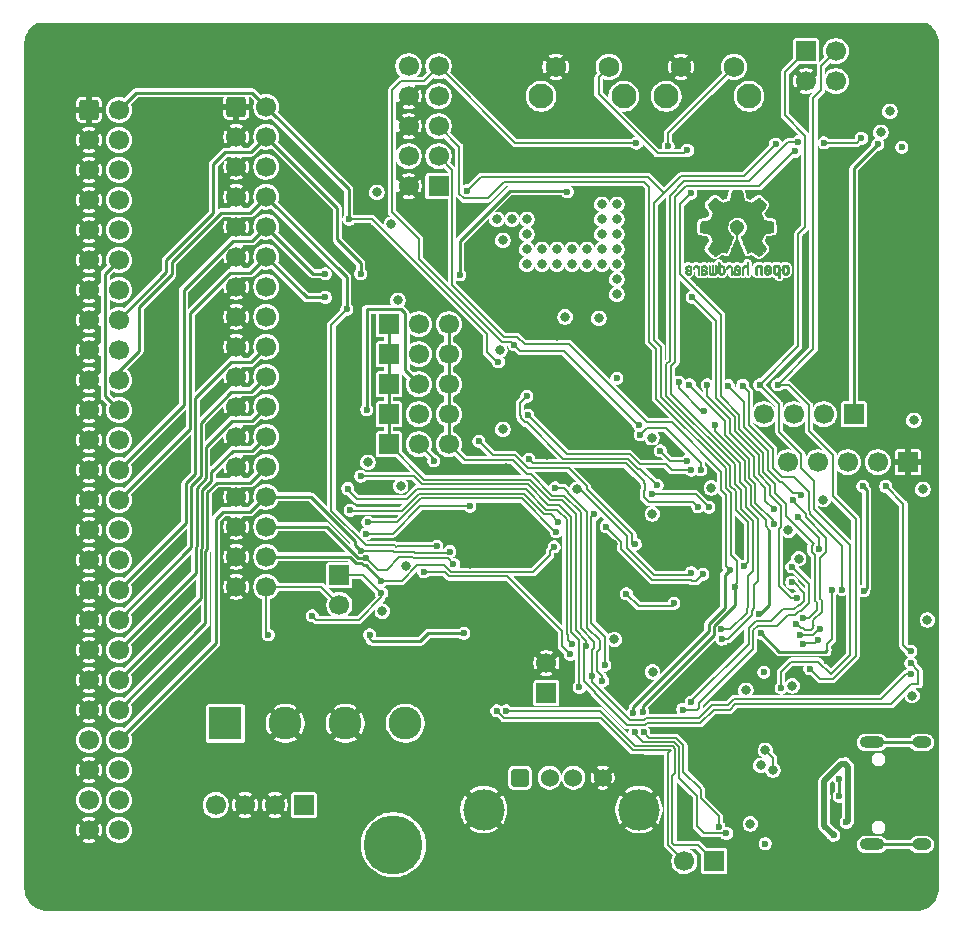
<source format=gbr>
%TF.GenerationSoftware,KiCad,Pcbnew,9.0.4-1.fc42*%
%TF.CreationDate,2025-09-30T23:52:09+02:00*%
%TF.ProjectId,SweFlopsMini8,53776546-6c6f-4707-934d-696e69382e6b,1.01*%
%TF.SameCoordinates,PX5243920PY1cca9b0*%
%TF.FileFunction,Copper,L4,Bot*%
%TF.FilePolarity,Positive*%
%FSLAX46Y46*%
G04 Gerber Fmt 4.6, Leading zero omitted, Abs format (unit mm)*
G04 Created by KiCad (PCBNEW 9.0.4-1.fc42) date 2025-09-30 23:52:09*
%MOMM*%
%LPD*%
G01*
G04 APERTURE LIST*
G04 Aperture macros list*
%AMRoundRect*
0 Rectangle with rounded corners*
0 $1 Rounding radius*
0 $2 $3 $4 $5 $6 $7 $8 $9 X,Y pos of 4 corners*
0 Add a 4 corners polygon primitive as box body*
4,1,4,$2,$3,$4,$5,$6,$7,$8,$9,$2,$3,0*
0 Add four circle primitives for the rounded corners*
1,1,$1+$1,$2,$3*
1,1,$1+$1,$4,$5*
1,1,$1+$1,$6,$7*
1,1,$1+$1,$8,$9*
0 Add four rect primitives between the rounded corners*
20,1,$1+$1,$2,$3,$4,$5,0*
20,1,$1+$1,$4,$5,$6,$7,0*
20,1,$1+$1,$6,$7,$8,$9,0*
20,1,$1+$1,$8,$9,$2,$3,0*%
G04 Aperture macros list end*
%TA.AperFunction,EtchedComponent*%
%ADD10C,0.010000*%
%TD*%
%TA.AperFunction,ComponentPad*%
%ADD11RoundRect,0.250000X-0.600000X-0.600000X0.600000X-0.600000X0.600000X0.600000X-0.600000X0.600000X0*%
%TD*%
%TA.AperFunction,ComponentPad*%
%ADD12C,1.700000*%
%TD*%
%TA.AperFunction,ComponentPad*%
%ADD13R,1.700000X1.700000*%
%TD*%
%TA.AperFunction,ComponentPad*%
%ADD14C,5.000000*%
%TD*%
%TA.AperFunction,ComponentPad*%
%ADD15O,2.100000X1.000000*%
%TD*%
%TA.AperFunction,ComponentPad*%
%ADD16O,1.600000X1.000000*%
%TD*%
%TA.AperFunction,ComponentPad*%
%ADD17C,2.100000*%
%TD*%
%TA.AperFunction,ComponentPad*%
%ADD18C,1.750000*%
%TD*%
%TA.AperFunction,ComponentPad*%
%ADD19RoundRect,0.250000X-0.512000X-0.512000X0.512000X-0.512000X0.512000X0.512000X-0.512000X0.512000X0*%
%TD*%
%TA.AperFunction,ComponentPad*%
%ADD20C,1.524000*%
%TD*%
%TA.AperFunction,ComponentPad*%
%ADD21C,3.500000*%
%TD*%
%TA.AperFunction,ComponentPad*%
%ADD22R,2.780000X2.780000*%
%TD*%
%TA.AperFunction,ComponentPad*%
%ADD23C,2.780000*%
%TD*%
%TA.AperFunction,ViaPad*%
%ADD24C,0.600000*%
%TD*%
%TA.AperFunction,ViaPad*%
%ADD25C,0.800000*%
%TD*%
%TA.AperFunction,Conductor*%
%ADD26C,0.200000*%
%TD*%
%TA.AperFunction,Conductor*%
%ADD27C,0.250000*%
%TD*%
%TA.AperFunction,Conductor*%
%ADD28C,0.500000*%
%TD*%
G04 APERTURE END LIST*
D10*
%TO.C,J99*%
X43701501Y-46096476D02*
X43782167Y-46126440D01*
X43815714Y-46148954D01*
X43849687Y-46181212D01*
X43873919Y-46222246D01*
X43890001Y-46278108D01*
X43899521Y-46354851D01*
X43904068Y-46458525D01*
X43905231Y-46595184D01*
X43905003Y-46665805D01*
X43903860Y-46762308D01*
X43901919Y-46839323D01*
X43899365Y-46890319D01*
X43896381Y-46908769D01*
X43876962Y-46902667D01*
X43837766Y-46886095D01*
X43836589Y-46885558D01*
X43816235Y-46874903D01*
X43802546Y-46860282D01*
X43794199Y-46834673D01*
X43789874Y-46791054D01*
X43788248Y-46722403D01*
X43788000Y-46621698D01*
X43787500Y-46557813D01*
X43782164Y-46437751D01*
X43769945Y-46349809D01*
X43749552Y-46289375D01*
X43719695Y-46251836D01*
X43679082Y-46232581D01*
X43673448Y-46231239D01*
X43597378Y-46230191D01*
X43538052Y-46264271D01*
X43497077Y-46332598D01*
X43489770Y-46352351D01*
X43473114Y-46396066D01*
X43464679Y-46416155D01*
X43447356Y-46413387D01*
X43409525Y-46398365D01*
X43374240Y-46373556D01*
X43358154Y-46326670D01*
X43362952Y-46293087D01*
X43392431Y-46224967D01*
X43440098Y-46161134D01*
X43495839Y-46116988D01*
X43519193Y-46106782D01*
X43607619Y-46089718D01*
X43701501Y-46096476D01*
%TA.AperFunction,EtchedComponent*%
G36*
X43701501Y-46096476D02*
G01*
X43782167Y-46126440D01*
X43815714Y-46148954D01*
X43849687Y-46181212D01*
X43873919Y-46222246D01*
X43890001Y-46278108D01*
X43899521Y-46354851D01*
X43904068Y-46458525D01*
X43905231Y-46595184D01*
X43905003Y-46665805D01*
X43903860Y-46762308D01*
X43901919Y-46839323D01*
X43899365Y-46890319D01*
X43896381Y-46908769D01*
X43876962Y-46902667D01*
X43837766Y-46886095D01*
X43836589Y-46885558D01*
X43816235Y-46874903D01*
X43802546Y-46860282D01*
X43794199Y-46834673D01*
X43789874Y-46791054D01*
X43788248Y-46722403D01*
X43788000Y-46621698D01*
X43787500Y-46557813D01*
X43782164Y-46437751D01*
X43769945Y-46349809D01*
X43749552Y-46289375D01*
X43719695Y-46251836D01*
X43679082Y-46232581D01*
X43673448Y-46231239D01*
X43597378Y-46230191D01*
X43538052Y-46264271D01*
X43497077Y-46332598D01*
X43489770Y-46352351D01*
X43473114Y-46396066D01*
X43464679Y-46416155D01*
X43447356Y-46413387D01*
X43409525Y-46398365D01*
X43374240Y-46373556D01*
X43358154Y-46326670D01*
X43362952Y-46293087D01*
X43392431Y-46224967D01*
X43440098Y-46161134D01*
X43495839Y-46116988D01*
X43519193Y-46106782D01*
X43607619Y-46089718D01*
X43701501Y-46096476D01*
G37*
%TD.AperFunction*%
X49016372Y-46051684D02*
X49107629Y-46094569D01*
X49182416Y-46168729D01*
X49197917Y-46191944D01*
X49210774Y-46218256D01*
X49219893Y-46251420D01*
X49226102Y-46297881D01*
X49230233Y-46364082D01*
X49233116Y-46456468D01*
X49235579Y-46581485D01*
X49241697Y-46928278D01*
X49190303Y-46908738D01*
X49143246Y-46890787D01*
X49108015Y-46873511D01*
X49085017Y-46851242D01*
X49071655Y-46817165D01*
X49065328Y-46764463D01*
X49063437Y-46686323D01*
X49063385Y-46575928D01*
X49063117Y-46487935D01*
X49061521Y-46403502D01*
X49057712Y-46345834D01*
X49050820Y-46307988D01*
X49039975Y-46283024D01*
X49024308Y-46264000D01*
X48985792Y-46237153D01*
X48921091Y-46227034D01*
X48857081Y-46252606D01*
X48852856Y-46255880D01*
X48839689Y-46271007D01*
X48829975Y-46295268D01*
X48822903Y-46334650D01*
X48817656Y-46395141D01*
X48813421Y-46482729D01*
X48809385Y-46603402D01*
X48799615Y-46926515D01*
X48633539Y-46852065D01*
X48633539Y-46557062D01*
X48633883Y-46476919D01*
X48636847Y-46365431D01*
X48644351Y-46282421D01*
X48658190Y-46221199D01*
X48680155Y-46175075D01*
X48712039Y-46137358D01*
X48755633Y-46101358D01*
X48818336Y-46065089D01*
X48917117Y-46041412D01*
X49016372Y-46051684D01*
%TA.AperFunction,EtchedComponent*%
G36*
X49016372Y-46051684D02*
G01*
X49107629Y-46094569D01*
X49182416Y-46168729D01*
X49197917Y-46191944D01*
X49210774Y-46218256D01*
X49219893Y-46251420D01*
X49226102Y-46297881D01*
X49230233Y-46364082D01*
X49233116Y-46456468D01*
X49235579Y-46581485D01*
X49241697Y-46928278D01*
X49190303Y-46908738D01*
X49143246Y-46890787D01*
X49108015Y-46873511D01*
X49085017Y-46851242D01*
X49071655Y-46817165D01*
X49065328Y-46764463D01*
X49063437Y-46686323D01*
X49063385Y-46575928D01*
X49063117Y-46487935D01*
X49061521Y-46403502D01*
X49057712Y-46345834D01*
X49050820Y-46307988D01*
X49039975Y-46283024D01*
X49024308Y-46264000D01*
X48985792Y-46237153D01*
X48921091Y-46227034D01*
X48857081Y-46252606D01*
X48852856Y-46255880D01*
X48839689Y-46271007D01*
X48829975Y-46295268D01*
X48822903Y-46334650D01*
X48817656Y-46395141D01*
X48813421Y-46482729D01*
X48809385Y-46603402D01*
X48799615Y-46926515D01*
X48633539Y-46852065D01*
X48633539Y-46557062D01*
X48633883Y-46476919D01*
X48636847Y-46365431D01*
X48644351Y-46282421D01*
X48658190Y-46221199D01*
X48680155Y-46175075D01*
X48712039Y-46137358D01*
X48755633Y-46101358D01*
X48818336Y-46065089D01*
X48917117Y-46041412D01*
X49016372Y-46051684D01*
G37*
%TD.AperFunction*%
X46561892Y-46117167D02*
X46568060Y-46120581D01*
X46618447Y-46159692D01*
X46663498Y-46209975D01*
X46671355Y-46221339D01*
X46686376Y-46247860D01*
X46697107Y-46279336D01*
X46704486Y-46322591D01*
X46709452Y-46384449D01*
X46712942Y-46471733D01*
X46715893Y-46591269D01*
X46716311Y-46611478D01*
X46717654Y-46742499D01*
X46715761Y-46835296D01*
X46710605Y-46890507D01*
X46702158Y-46908769D01*
X46676594Y-46903301D01*
X46633166Y-46886733D01*
X46622940Y-46881888D01*
X46606967Y-46870920D01*
X46595954Y-46852890D01*
X46588750Y-46821396D01*
X46584208Y-46770036D01*
X46581180Y-46692410D01*
X46578516Y-46582115D01*
X46577785Y-46549875D01*
X46574965Y-46448050D01*
X46571304Y-46376788D01*
X46565694Y-46329332D01*
X46557029Y-46298925D01*
X46544202Y-46278810D01*
X46526105Y-46262229D01*
X46472525Y-46233161D01*
X46406612Y-46227564D01*
X46347635Y-46249807D01*
X46305203Y-46295859D01*
X46288923Y-46361692D01*
X46288470Y-46379587D01*
X46279578Y-46411982D01*
X46253325Y-46416925D01*
X46201919Y-46397633D01*
X46190013Y-46391446D01*
X46157835Y-46355058D01*
X46157198Y-46300954D01*
X46187856Y-46226128D01*
X46215978Y-46185350D01*
X46287883Y-46127421D01*
X46376638Y-46094670D01*
X46471542Y-46090212D01*
X46561892Y-46117167D01*
%TA.AperFunction,EtchedComponent*%
G36*
X46561892Y-46117167D02*
G01*
X46568060Y-46120581D01*
X46618447Y-46159692D01*
X46663498Y-46209975D01*
X46671355Y-46221339D01*
X46686376Y-46247860D01*
X46697107Y-46279336D01*
X46704486Y-46322591D01*
X46709452Y-46384449D01*
X46712942Y-46471733D01*
X46715893Y-46591269D01*
X46716311Y-46611478D01*
X46717654Y-46742499D01*
X46715761Y-46835296D01*
X46710605Y-46890507D01*
X46702158Y-46908769D01*
X46676594Y-46903301D01*
X46633166Y-46886733D01*
X46622940Y-46881888D01*
X46606967Y-46870920D01*
X46595954Y-46852890D01*
X46588750Y-46821396D01*
X46584208Y-46770036D01*
X46581180Y-46692410D01*
X46578516Y-46582115D01*
X46577785Y-46549875D01*
X46574965Y-46448050D01*
X46571304Y-46376788D01*
X46565694Y-46329332D01*
X46557029Y-46298925D01*
X46544202Y-46278810D01*
X46526105Y-46262229D01*
X46472525Y-46233161D01*
X46406612Y-46227564D01*
X46347635Y-46249807D01*
X46305203Y-46295859D01*
X46288923Y-46361692D01*
X46288470Y-46379587D01*
X46279578Y-46411982D01*
X46253325Y-46416925D01*
X46201919Y-46397633D01*
X46190013Y-46391446D01*
X46157835Y-46355058D01*
X46157198Y-46300954D01*
X46187856Y-46226128D01*
X46215978Y-46185350D01*
X46287883Y-46127421D01*
X46376638Y-46094670D01*
X46471542Y-46090212D01*
X46561892Y-46117167D01*
G37*
%TD.AperFunction*%
X48066923Y-45851806D02*
X48066923Y-46386455D01*
X48066660Y-46525094D01*
X48065958Y-46649805D01*
X48064883Y-46755557D01*
X48063500Y-46837322D01*
X48061874Y-46890069D01*
X48060070Y-46908769D01*
X48059364Y-46908706D01*
X48035387Y-46901912D01*
X47991685Y-46887320D01*
X47930154Y-46865870D01*
X47930154Y-46590617D01*
X47929763Y-46482466D01*
X47927946Y-46404026D01*
X47923767Y-46350647D01*
X47916286Y-46315256D01*
X47904567Y-46290779D01*
X47887671Y-46270144D01*
X47876152Y-46259170D01*
X47813864Y-46228775D01*
X47745211Y-46231466D01*
X47682298Y-46267406D01*
X47673139Y-46276325D01*
X47658471Y-46294844D01*
X47648433Y-46319326D01*
X47642151Y-46356393D01*
X47638748Y-46412667D01*
X47637349Y-46494771D01*
X47637077Y-46609329D01*
X47636947Y-46667430D01*
X47636099Y-46762993D01*
X47634594Y-46839526D01*
X47632585Y-46890345D01*
X47630223Y-46908769D01*
X47629518Y-46908706D01*
X47605541Y-46901912D01*
X47561839Y-46887320D01*
X47500308Y-46865870D01*
X47500338Y-46589358D01*
X47500384Y-46564742D01*
X47502970Y-46436419D01*
X47510913Y-46339384D01*
X47526155Y-46267057D01*
X47550636Y-46212855D01*
X47586298Y-46170198D01*
X47635082Y-46132505D01*
X47682661Y-46108910D01*
X47758732Y-46090672D01*
X47833556Y-46089636D01*
X47891077Y-46107378D01*
X47895402Y-46109829D01*
X47908738Y-46109566D01*
X47917851Y-46089039D01*
X47924428Y-46041980D01*
X47930154Y-45962120D01*
X47939923Y-45798236D01*
X48066923Y-45851806D01*
%TA.AperFunction,EtchedComponent*%
G36*
X48066923Y-45851806D02*
G01*
X48066923Y-46386455D01*
X48066660Y-46525094D01*
X48065958Y-46649805D01*
X48064883Y-46755557D01*
X48063500Y-46837322D01*
X48061874Y-46890069D01*
X48060070Y-46908769D01*
X48059364Y-46908706D01*
X48035387Y-46901912D01*
X47991685Y-46887320D01*
X47930154Y-46865870D01*
X47930154Y-46590617D01*
X47929763Y-46482466D01*
X47927946Y-46404026D01*
X47923767Y-46350647D01*
X47916286Y-46315256D01*
X47904567Y-46290779D01*
X47887671Y-46270144D01*
X47876152Y-46259170D01*
X47813864Y-46228775D01*
X47745211Y-46231466D01*
X47682298Y-46267406D01*
X47673139Y-46276325D01*
X47658471Y-46294844D01*
X47648433Y-46319326D01*
X47642151Y-46356393D01*
X47638748Y-46412667D01*
X47637349Y-46494771D01*
X47637077Y-46609329D01*
X47636947Y-46667430D01*
X47636099Y-46762993D01*
X47634594Y-46839526D01*
X47632585Y-46890345D01*
X47630223Y-46908769D01*
X47629518Y-46908706D01*
X47605541Y-46901912D01*
X47561839Y-46887320D01*
X47500308Y-46865870D01*
X47500338Y-46589358D01*
X47500384Y-46564742D01*
X47502970Y-46436419D01*
X47510913Y-46339384D01*
X47526155Y-46267057D01*
X47550636Y-46212855D01*
X47586298Y-46170198D01*
X47635082Y-46132505D01*
X47682661Y-46108910D01*
X47758732Y-46090672D01*
X47833556Y-46089636D01*
X47891077Y-46107378D01*
X47895402Y-46109829D01*
X47908738Y-46109566D01*
X47917851Y-46089039D01*
X47924428Y-46041980D01*
X47930154Y-45962120D01*
X47939923Y-45798236D01*
X48066923Y-45851806D01*
G37*
%TD.AperFunction*%
X45277998Y-46094034D02*
X45320850Y-46110829D01*
X45370615Y-46133503D01*
X45370615Y-46788533D01*
X45308785Y-46850363D01*
X45294662Y-46864228D01*
X45255536Y-46895046D01*
X45216078Y-46905028D01*
X45157362Y-46900433D01*
X45133456Y-46897462D01*
X45071801Y-46891176D01*
X45028692Y-46888672D01*
X45015905Y-46889055D01*
X44963446Y-46893200D01*
X44900022Y-46900433D01*
X44879730Y-46902918D01*
X44828610Y-46903895D01*
X44791207Y-46888462D01*
X44748599Y-46850363D01*
X44686769Y-46788533D01*
X44686769Y-46438343D01*
X44687251Y-46334857D01*
X44688753Y-46236192D01*
X44691089Y-46158068D01*
X44694071Y-46106662D01*
X44697509Y-46088154D01*
X44698230Y-46088204D01*
X44723203Y-46097413D01*
X44765399Y-46117707D01*
X44822549Y-46147261D01*
X44827928Y-46454746D01*
X44833308Y-46762231D01*
X44950539Y-46762231D01*
X44955885Y-46425192D01*
X44957579Y-46333574D01*
X44960005Y-46235649D01*
X44962634Y-46157906D01*
X44965246Y-46106642D01*
X44967623Y-46088154D01*
X44968306Y-46088219D01*
X44991996Y-46095020D01*
X45035546Y-46109604D01*
X45097077Y-46131054D01*
X45097376Y-46427104D01*
X45097676Y-46478532D01*
X45099754Y-46578466D01*
X45103470Y-46661925D01*
X45108430Y-46721377D01*
X45114240Y-46749287D01*
X45135024Y-46764214D01*
X45177440Y-46768825D01*
X45224077Y-46762231D01*
X45229423Y-46425192D01*
X45231336Y-46339546D01*
X45235303Y-46238172D01*
X45240491Y-46158655D01*
X45246499Y-46106736D01*
X45252927Y-46088154D01*
X45277998Y-46094034D01*
%TA.AperFunction,EtchedComponent*%
G36*
X45277998Y-46094034D02*
G01*
X45320850Y-46110829D01*
X45370615Y-46133503D01*
X45370615Y-46788533D01*
X45308785Y-46850363D01*
X45294662Y-46864228D01*
X45255536Y-46895046D01*
X45216078Y-46905028D01*
X45157362Y-46900433D01*
X45133456Y-46897462D01*
X45071801Y-46891176D01*
X45028692Y-46888672D01*
X45015905Y-46889055D01*
X44963446Y-46893200D01*
X44900022Y-46900433D01*
X44879730Y-46902918D01*
X44828610Y-46903895D01*
X44791207Y-46888462D01*
X44748599Y-46850363D01*
X44686769Y-46788533D01*
X44686769Y-46438343D01*
X44687251Y-46334857D01*
X44688753Y-46236192D01*
X44691089Y-46158068D01*
X44694071Y-46106662D01*
X44697509Y-46088154D01*
X44698230Y-46088204D01*
X44723203Y-46097413D01*
X44765399Y-46117707D01*
X44822549Y-46147261D01*
X44827928Y-46454746D01*
X44833308Y-46762231D01*
X44950539Y-46762231D01*
X44955885Y-46425192D01*
X44957579Y-46333574D01*
X44960005Y-46235649D01*
X44962634Y-46157906D01*
X44965246Y-46106642D01*
X44967623Y-46088154D01*
X44968306Y-46088219D01*
X44991996Y-46095020D01*
X45035546Y-46109604D01*
X45097077Y-46131054D01*
X45097376Y-46427104D01*
X45097676Y-46478532D01*
X45099754Y-46578466D01*
X45103470Y-46661925D01*
X45108430Y-46721377D01*
X45114240Y-46749287D01*
X45135024Y-46764214D01*
X45177440Y-46768825D01*
X45224077Y-46762231D01*
X45229423Y-46425192D01*
X45231336Y-46339546D01*
X45235303Y-46238172D01*
X45240491Y-46158655D01*
X45246499Y-46106736D01*
X45252927Y-46088154D01*
X45277998Y-46094034D01*
G37*
%TD.AperFunction*%
X51486154Y-46478923D02*
X51486135Y-46500105D01*
X51485076Y-46594584D01*
X51481436Y-46660414D01*
X51473892Y-46706394D01*
X51461122Y-46741321D01*
X51441803Y-46773995D01*
X51437050Y-46780775D01*
X51386759Y-46834231D01*
X51329457Y-46874547D01*
X51300032Y-46887629D01*
X51194299Y-46909450D01*
X51089734Y-46895336D01*
X50993368Y-46847105D01*
X50912235Y-46766579D01*
X50905385Y-46755791D01*
X50883097Y-46693153D01*
X50868079Y-46605935D01*
X50860792Y-46505210D01*
X50861611Y-46412037D01*
X51058796Y-46412037D01*
X51060349Y-46541114D01*
X51060974Y-46549420D01*
X51070077Y-46620643D01*
X51086288Y-46665809D01*
X51113660Y-46696752D01*
X51159553Y-46725737D01*
X51204942Y-46727261D01*
X51251692Y-46693846D01*
X51259824Y-46685053D01*
X51275754Y-46658741D01*
X51285159Y-46620520D01*
X51289632Y-46561349D01*
X51290769Y-46472182D01*
X51288822Y-46388664D01*
X51279105Y-46309095D01*
X51259047Y-46258808D01*
X51226240Y-46232513D01*
X51178280Y-46224923D01*
X51160016Y-46226432D01*
X51108848Y-46254107D01*
X51075035Y-46316172D01*
X51058796Y-46412037D01*
X50861611Y-46412037D01*
X50861699Y-46402052D01*
X50871262Y-46307533D01*
X50889943Y-46232727D01*
X50913951Y-46182905D01*
X50981536Y-46105409D01*
X51073114Y-46057256D01*
X51185213Y-46040703D01*
X51215151Y-46041599D01*
X51303315Y-46059929D01*
X51375733Y-46106104D01*
X51442192Y-46185648D01*
X51446147Y-46191548D01*
X51464040Y-46223288D01*
X51475678Y-46259163D01*
X51482371Y-46307906D01*
X51485426Y-46378249D01*
X51486106Y-46472182D01*
X51486154Y-46478923D01*
%TA.AperFunction,EtchedComponent*%
G36*
X51486154Y-46478923D02*
G01*
X51486135Y-46500105D01*
X51485076Y-46594584D01*
X51481436Y-46660414D01*
X51473892Y-46706394D01*
X51461122Y-46741321D01*
X51441803Y-46773995D01*
X51437050Y-46780775D01*
X51386759Y-46834231D01*
X51329457Y-46874547D01*
X51300032Y-46887629D01*
X51194299Y-46909450D01*
X51089734Y-46895336D01*
X50993368Y-46847105D01*
X50912235Y-46766579D01*
X50905385Y-46755791D01*
X50883097Y-46693153D01*
X50868079Y-46605935D01*
X50860792Y-46505210D01*
X50861611Y-46412037D01*
X51058796Y-46412037D01*
X51060349Y-46541114D01*
X51060974Y-46549420D01*
X51070077Y-46620643D01*
X51086288Y-46665809D01*
X51113660Y-46696752D01*
X51159553Y-46725737D01*
X51204942Y-46727261D01*
X51251692Y-46693846D01*
X51259824Y-46685053D01*
X51275754Y-46658741D01*
X51285159Y-46620520D01*
X51289632Y-46561349D01*
X51290769Y-46472182D01*
X51288822Y-46388664D01*
X51279105Y-46309095D01*
X51259047Y-46258808D01*
X51226240Y-46232513D01*
X51178280Y-46224923D01*
X51160016Y-46226432D01*
X51108848Y-46254107D01*
X51075035Y-46316172D01*
X51058796Y-46412037D01*
X50861611Y-46412037D01*
X50861699Y-46402052D01*
X50871262Y-46307533D01*
X50889943Y-46232727D01*
X50913951Y-46182905D01*
X50981536Y-46105409D01*
X51073114Y-46057256D01*
X51185213Y-46040703D01*
X51215151Y-46041599D01*
X51303315Y-46059929D01*
X51375733Y-46106104D01*
X51442192Y-46185648D01*
X51446147Y-46191548D01*
X51464040Y-46223288D01*
X51475678Y-46259163D01*
X51482371Y-46307906D01*
X51485426Y-46378249D01*
X51486106Y-46472182D01*
X51486154Y-46478923D01*
G37*
%TD.AperFunction*%
X43240794Y-46502376D02*
X43240413Y-46554449D01*
X43235641Y-46657047D01*
X43223150Y-46732126D01*
X43200121Y-46787748D01*
X43163732Y-46831975D01*
X43111162Y-46872869D01*
X43077714Y-46891466D01*
X43024098Y-46903991D01*
X42948780Y-46903003D01*
X42906672Y-46899035D01*
X42855879Y-46886920D01*
X42815280Y-46860585D01*
X42768049Y-46811514D01*
X42761738Y-46804346D01*
X42719277Y-46749189D01*
X42699018Y-46701150D01*
X42693846Y-46644184D01*
X42693846Y-46560471D01*
X42752346Y-46582552D01*
X42794994Y-46608364D01*
X42832064Y-46668928D01*
X42839803Y-46688320D01*
X42883074Y-46743235D01*
X42941976Y-46770879D01*
X43006111Y-46768393D01*
X43065077Y-46732923D01*
X43085342Y-46710805D01*
X43103720Y-46677436D01*
X43097971Y-46647117D01*
X43064887Y-46615913D01*
X43001261Y-46579887D01*
X42903885Y-46535103D01*
X42703615Y-46447445D01*
X42698301Y-46360607D01*
X42700299Y-46305296D01*
X42830783Y-46305296D01*
X42840688Y-46339538D01*
X42885756Y-46376096D01*
X42967557Y-46417692D01*
X42981092Y-46423718D01*
X43045818Y-46451753D01*
X43094247Y-46471472D01*
X43116751Y-46478923D01*
X43120161Y-46473438D01*
X43121529Y-46439948D01*
X43116651Y-46386116D01*
X43104364Y-46333473D01*
X43066041Y-46267151D01*
X43010720Y-46229780D01*
X42944640Y-46224721D01*
X42874040Y-46255339D01*
X42854474Y-46270648D01*
X42830783Y-46305296D01*
X42700299Y-46305296D01*
X42700647Y-46295663D01*
X42730186Y-46213590D01*
X42767472Y-46168361D01*
X42844776Y-46117838D01*
X42936478Y-46092316D01*
X43031274Y-46094336D01*
X43117859Y-46126440D01*
X43136920Y-46138767D01*
X43180640Y-46176912D01*
X43210540Y-46225167D01*
X43228968Y-46290710D01*
X43238270Y-46380720D01*
X43239499Y-46439948D01*
X43240794Y-46502376D01*
%TA.AperFunction,EtchedComponent*%
G36*
X43240794Y-46502376D02*
G01*
X43240413Y-46554449D01*
X43235641Y-46657047D01*
X43223150Y-46732126D01*
X43200121Y-46787748D01*
X43163732Y-46831975D01*
X43111162Y-46872869D01*
X43077714Y-46891466D01*
X43024098Y-46903991D01*
X42948780Y-46903003D01*
X42906672Y-46899035D01*
X42855879Y-46886920D01*
X42815280Y-46860585D01*
X42768049Y-46811514D01*
X42761738Y-46804346D01*
X42719277Y-46749189D01*
X42699018Y-46701150D01*
X42693846Y-46644184D01*
X42693846Y-46560471D01*
X42752346Y-46582552D01*
X42794994Y-46608364D01*
X42832064Y-46668928D01*
X42839803Y-46688320D01*
X42883074Y-46743235D01*
X42941976Y-46770879D01*
X43006111Y-46768393D01*
X43065077Y-46732923D01*
X43085342Y-46710805D01*
X43103720Y-46677436D01*
X43097971Y-46647117D01*
X43064887Y-46615913D01*
X43001261Y-46579887D01*
X42903885Y-46535103D01*
X42703615Y-46447445D01*
X42698301Y-46360607D01*
X42700299Y-46305296D01*
X42830783Y-46305296D01*
X42840688Y-46339538D01*
X42885756Y-46376096D01*
X42967557Y-46417692D01*
X42981092Y-46423718D01*
X43045818Y-46451753D01*
X43094247Y-46471472D01*
X43116751Y-46478923D01*
X43120161Y-46473438D01*
X43121529Y-46439948D01*
X43116651Y-46386116D01*
X43104364Y-46333473D01*
X43066041Y-46267151D01*
X43010720Y-46229780D01*
X42944640Y-46224721D01*
X42874040Y-46255339D01*
X42854474Y-46270648D01*
X42830783Y-46305296D01*
X42700299Y-46305296D01*
X42700647Y-46295663D01*
X42730186Y-46213590D01*
X42767472Y-46168361D01*
X42844776Y-46117838D01*
X42936478Y-46092316D01*
X43031274Y-46094336D01*
X43117859Y-46126440D01*
X43136920Y-46138767D01*
X43180640Y-46176912D01*
X43210540Y-46225167D01*
X43228968Y-46290710D01*
X43238270Y-46380720D01*
X43239499Y-46439948D01*
X43240794Y-46502376D01*
G37*
%TD.AperFunction*%
X46054401Y-46498462D02*
X46052839Y-46574652D01*
X46041810Y-46678507D01*
X46017814Y-46756333D01*
X45978043Y-46815760D01*
X45919688Y-46864418D01*
X45864100Y-46892546D01*
X45770751Y-46908199D01*
X45677530Y-46891084D01*
X45593272Y-46843388D01*
X45526818Y-46767294D01*
X45518793Y-46753262D01*
X45508196Y-46728679D01*
X45500335Y-46697309D01*
X45494807Y-46653769D01*
X45491206Y-46592678D01*
X45489128Y-46508655D01*
X45489064Y-46501200D01*
X45624615Y-46501200D01*
X45625077Y-46572316D01*
X45627999Y-46636641D01*
X45635221Y-46678166D01*
X45648561Y-46706067D01*
X45669836Y-46729517D01*
X45674821Y-46734025D01*
X45738863Y-46767295D01*
X45806625Y-46763890D01*
X45869734Y-46724042D01*
X45888526Y-46703398D01*
X45904254Y-46676029D01*
X45913039Y-46638192D01*
X45916859Y-46580355D01*
X45917692Y-46492986D01*
X45917281Y-46426319D01*
X45914434Y-46361245D01*
X45907256Y-46319251D01*
X45893889Y-46291063D01*
X45872472Y-46267406D01*
X45859890Y-46256753D01*
X45794699Y-46228057D01*
X45726400Y-46232575D01*
X45667098Y-46270144D01*
X45654333Y-46285040D01*
X45638764Y-46313089D01*
X45629762Y-46352258D01*
X45625617Y-46411858D01*
X45624615Y-46501200D01*
X45489064Y-46501200D01*
X45488167Y-46396320D01*
X45487919Y-46250289D01*
X45487846Y-45796963D01*
X45551346Y-45823564D01*
X45568136Y-45830845D01*
X45594859Y-45847287D01*
X45610156Y-45872187D01*
X45618563Y-45915732D01*
X45624615Y-45988106D01*
X45630144Y-46053089D01*
X45637450Y-46095750D01*
X45647918Y-46111670D01*
X45663692Y-46107400D01*
X45703890Y-46092397D01*
X45775728Y-46088678D01*
X45853010Y-46102572D01*
X45919688Y-46132505D01*
X45956371Y-46160211D01*
X46003472Y-46214269D01*
X46033638Y-46283577D01*
X46049678Y-46375765D01*
X46054191Y-46492986D01*
X46054401Y-46498462D01*
%TA.AperFunction,EtchedComponent*%
G36*
X46054401Y-46498462D02*
G01*
X46052839Y-46574652D01*
X46041810Y-46678507D01*
X46017814Y-46756333D01*
X45978043Y-46815760D01*
X45919688Y-46864418D01*
X45864100Y-46892546D01*
X45770751Y-46908199D01*
X45677530Y-46891084D01*
X45593272Y-46843388D01*
X45526818Y-46767294D01*
X45518793Y-46753262D01*
X45508196Y-46728679D01*
X45500335Y-46697309D01*
X45494807Y-46653769D01*
X45491206Y-46592678D01*
X45489128Y-46508655D01*
X45489064Y-46501200D01*
X45624615Y-46501200D01*
X45625077Y-46572316D01*
X45627999Y-46636641D01*
X45635221Y-46678166D01*
X45648561Y-46706067D01*
X45669836Y-46729517D01*
X45674821Y-46734025D01*
X45738863Y-46767295D01*
X45806625Y-46763890D01*
X45869734Y-46724042D01*
X45888526Y-46703398D01*
X45904254Y-46676029D01*
X45913039Y-46638192D01*
X45916859Y-46580355D01*
X45917692Y-46492986D01*
X45917281Y-46426319D01*
X45914434Y-46361245D01*
X45907256Y-46319251D01*
X45893889Y-46291063D01*
X45872472Y-46267406D01*
X45859890Y-46256753D01*
X45794699Y-46228057D01*
X45726400Y-46232575D01*
X45667098Y-46270144D01*
X45654333Y-46285040D01*
X45638764Y-46313089D01*
X45629762Y-46352258D01*
X45625617Y-46411858D01*
X45624615Y-46501200D01*
X45489064Y-46501200D01*
X45488167Y-46396320D01*
X45487919Y-46250289D01*
X45487846Y-45796963D01*
X45551346Y-45823564D01*
X45568136Y-45830845D01*
X45594859Y-45847287D01*
X45610156Y-45872187D01*
X45618563Y-45915732D01*
X45624615Y-45988106D01*
X45630144Y-46053089D01*
X45637450Y-46095750D01*
X45647918Y-46111670D01*
X45663692Y-46107400D01*
X45703890Y-46092397D01*
X45775728Y-46088678D01*
X45853010Y-46102572D01*
X45919688Y-46132505D01*
X45956371Y-46160211D01*
X46003472Y-46214269D01*
X46033638Y-46283577D01*
X46049678Y-46375765D01*
X46054191Y-46492986D01*
X46054401Y-46498462D01*
G37*
%TD.AperFunction*%
X50000787Y-46423536D02*
X49994574Y-46571643D01*
X49991066Y-46603021D01*
X49964927Y-46714705D01*
X49917694Y-46799642D01*
X49845862Y-46864741D01*
X49841802Y-46867428D01*
X49750487Y-46905634D01*
X49655144Y-46909034D01*
X49563274Y-46879939D01*
X49482379Y-46820660D01*
X49419962Y-46733510D01*
X49418914Y-46731409D01*
X49398173Y-46677289D01*
X49382980Y-46615781D01*
X49374921Y-46558039D01*
X49375582Y-46515215D01*
X49386548Y-46498462D01*
X49396290Y-46499480D01*
X49442877Y-46518009D01*
X49495682Y-46552081D01*
X49540603Y-46591522D01*
X49563535Y-46626155D01*
X49587373Y-46673133D01*
X49636230Y-46715862D01*
X49692963Y-46732923D01*
X49713758Y-46727990D01*
X49754804Y-46703157D01*
X49790557Y-46668685D01*
X49805846Y-46637411D01*
X49805842Y-46637295D01*
X49788495Y-46622933D01*
X49742247Y-46597025D01*
X49674067Y-46563210D01*
X49590923Y-46525129D01*
X49590466Y-46524927D01*
X49500138Y-46484709D01*
X49439592Y-46455733D01*
X49402888Y-46433474D01*
X49384086Y-46413407D01*
X49377246Y-46391009D01*
X49376429Y-46361756D01*
X49382113Y-46306363D01*
X49575000Y-46306363D01*
X49594911Y-46323777D01*
X49644521Y-46349872D01*
X49645976Y-46350610D01*
X49704506Y-46378483D01*
X49756868Y-46400719D01*
X49790086Y-46410126D01*
X49803410Y-46397552D01*
X49805846Y-46354468D01*
X49795724Y-46300847D01*
X49760631Y-46252119D01*
X49709823Y-46226856D01*
X49653181Y-46229406D01*
X49600584Y-46264120D01*
X49579910Y-46288107D01*
X49575000Y-46306363D01*
X49382113Y-46306363D01*
X49383622Y-46291654D01*
X49419184Y-46196412D01*
X49478714Y-46121567D01*
X49555746Y-46069745D01*
X49643815Y-46043573D01*
X49736454Y-46045676D01*
X49827198Y-46078681D01*
X49909579Y-46145215D01*
X49955222Y-46211055D01*
X49988008Y-46305036D01*
X49993339Y-46354468D01*
X50000787Y-46423536D01*
%TA.AperFunction,EtchedComponent*%
G36*
X50000787Y-46423536D02*
G01*
X49994574Y-46571643D01*
X49991066Y-46603021D01*
X49964927Y-46714705D01*
X49917694Y-46799642D01*
X49845862Y-46864741D01*
X49841802Y-46867428D01*
X49750487Y-46905634D01*
X49655144Y-46909034D01*
X49563274Y-46879939D01*
X49482379Y-46820660D01*
X49419962Y-46733510D01*
X49418914Y-46731409D01*
X49398173Y-46677289D01*
X49382980Y-46615781D01*
X49374921Y-46558039D01*
X49375582Y-46515215D01*
X49386548Y-46498462D01*
X49396290Y-46499480D01*
X49442877Y-46518009D01*
X49495682Y-46552081D01*
X49540603Y-46591522D01*
X49563535Y-46626155D01*
X49587373Y-46673133D01*
X49636230Y-46715862D01*
X49692963Y-46732923D01*
X49713758Y-46727990D01*
X49754804Y-46703157D01*
X49790557Y-46668685D01*
X49805846Y-46637411D01*
X49805842Y-46637295D01*
X49788495Y-46622933D01*
X49742247Y-46597025D01*
X49674067Y-46563210D01*
X49590923Y-46525129D01*
X49590466Y-46524927D01*
X49500138Y-46484709D01*
X49439592Y-46455733D01*
X49402888Y-46433474D01*
X49384086Y-46413407D01*
X49377246Y-46391009D01*
X49376429Y-46361756D01*
X49382113Y-46306363D01*
X49575000Y-46306363D01*
X49594911Y-46323777D01*
X49644521Y-46349872D01*
X49645976Y-46350610D01*
X49704506Y-46378483D01*
X49756868Y-46400719D01*
X49790086Y-46410126D01*
X49803410Y-46397552D01*
X49805846Y-46354468D01*
X49795724Y-46300847D01*
X49760631Y-46252119D01*
X49709823Y-46226856D01*
X49653181Y-46229406D01*
X49600584Y-46264120D01*
X49579910Y-46288107D01*
X49575000Y-46306363D01*
X49382113Y-46306363D01*
X49383622Y-46291654D01*
X49419184Y-46196412D01*
X49478714Y-46121567D01*
X49555746Y-46069745D01*
X49643815Y-46043573D01*
X49736454Y-46045676D01*
X49827198Y-46078681D01*
X49909579Y-46145215D01*
X49955222Y-46211055D01*
X49988008Y-46305036D01*
X49993339Y-46354468D01*
X50000787Y-46423536D01*
G37*
%TD.AperFunction*%
X47210458Y-46109228D02*
X47277622Y-46148389D01*
X47307169Y-46178902D01*
X47363948Y-46270110D01*
X47383077Y-46369548D01*
X47383077Y-46437960D01*
X47320191Y-46411518D01*
X47276700Y-46384837D01*
X47242426Y-46329446D01*
X47238907Y-46318024D01*
X47201028Y-46259838D01*
X47143936Y-46228407D01*
X47078383Y-46227058D01*
X47015117Y-46259116D01*
X47005672Y-46267383D01*
X46974087Y-46303311D01*
X46968871Y-46334635D01*
X46992765Y-46365391D01*
X47048510Y-46399617D01*
X47138846Y-46441350D01*
X47144956Y-46443993D01*
X47245241Y-46490755D01*
X47313735Y-46532181D01*
X47355899Y-46573542D01*
X47377193Y-46620111D01*
X47383077Y-46677160D01*
X47375366Y-46740408D01*
X47336430Y-46821364D01*
X47267932Y-46879522D01*
X47218388Y-46896983D01*
X47148469Y-46906537D01*
X47080575Y-46904496D01*
X47032093Y-46890082D01*
X47026943Y-46886493D01*
X47013267Y-46861416D01*
X47022757Y-46817218D01*
X47039246Y-46782527D01*
X47065687Y-46768084D01*
X47115834Y-46768803D01*
X47185453Y-46764660D01*
X47230943Y-46736054D01*
X47246308Y-46683104D01*
X47246294Y-46681582D01*
X47236983Y-46650845D01*
X47205311Y-46622643D01*
X47143731Y-46590136D01*
X47059986Y-46550998D01*
X47004518Y-46529706D01*
X46972497Y-46531079D01*
X46957534Y-46559203D01*
X46953242Y-46618170D01*
X46953231Y-46712068D01*
X46952752Y-46770031D01*
X46950556Y-46841612D01*
X46946986Y-46890606D01*
X46942491Y-46908769D01*
X46941290Y-46908646D01*
X46915319Y-46898802D01*
X46872305Y-46878028D01*
X46812859Y-46847287D01*
X46819923Y-46570298D01*
X46820414Y-46551928D01*
X46826025Y-46422992D01*
X46835938Y-46325814D01*
X46852175Y-46253925D01*
X46876759Y-46200852D01*
X46911715Y-46160127D01*
X46959064Y-46125279D01*
X46959940Y-46124733D01*
X47036499Y-46096303D01*
X47125044Y-46091500D01*
X47210458Y-46109228D01*
%TA.AperFunction,EtchedComponent*%
G36*
X47210458Y-46109228D02*
G01*
X47277622Y-46148389D01*
X47307169Y-46178902D01*
X47363948Y-46270110D01*
X47383077Y-46369548D01*
X47383077Y-46437960D01*
X47320191Y-46411518D01*
X47276700Y-46384837D01*
X47242426Y-46329446D01*
X47238907Y-46318024D01*
X47201028Y-46259838D01*
X47143936Y-46228407D01*
X47078383Y-46227058D01*
X47015117Y-46259116D01*
X47005672Y-46267383D01*
X46974087Y-46303311D01*
X46968871Y-46334635D01*
X46992765Y-46365391D01*
X47048510Y-46399617D01*
X47138846Y-46441350D01*
X47144956Y-46443993D01*
X47245241Y-46490755D01*
X47313735Y-46532181D01*
X47355899Y-46573542D01*
X47377193Y-46620111D01*
X47383077Y-46677160D01*
X47375366Y-46740408D01*
X47336430Y-46821364D01*
X47267932Y-46879522D01*
X47218388Y-46896983D01*
X47148469Y-46906537D01*
X47080575Y-46904496D01*
X47032093Y-46890082D01*
X47026943Y-46886493D01*
X47013267Y-46861416D01*
X47022757Y-46817218D01*
X47039246Y-46782527D01*
X47065687Y-46768084D01*
X47115834Y-46768803D01*
X47185453Y-46764660D01*
X47230943Y-46736054D01*
X47246308Y-46683104D01*
X47246294Y-46681582D01*
X47236983Y-46650845D01*
X47205311Y-46622643D01*
X47143731Y-46590136D01*
X47059986Y-46550998D01*
X47004518Y-46529706D01*
X46972497Y-46531079D01*
X46957534Y-46559203D01*
X46953242Y-46618170D01*
X46953231Y-46712068D01*
X46952752Y-46770031D01*
X46950556Y-46841612D01*
X46946986Y-46890606D01*
X46942491Y-46908769D01*
X46941290Y-46908646D01*
X46915319Y-46898802D01*
X46872305Y-46878028D01*
X46812859Y-46847287D01*
X46819923Y-46570298D01*
X46820414Y-46551928D01*
X46826025Y-46422992D01*
X46835938Y-46325814D01*
X46852175Y-46253925D01*
X46876759Y-46200852D01*
X46911715Y-46160127D01*
X46959064Y-46125279D01*
X46959940Y-46124733D01*
X47036499Y-46096303D01*
X47125044Y-46091500D01*
X47210458Y-46109228D01*
G37*
%TD.AperFunction*%
X44353936Y-46089911D02*
X44395807Y-46100547D01*
X44434791Y-46127062D01*
X44484965Y-46176420D01*
X44517232Y-46211279D01*
X44550844Y-46256534D01*
X44566003Y-46298951D01*
X44569539Y-46352768D01*
X44569539Y-46440850D01*
X44509470Y-46409787D01*
X44461867Y-46371936D01*
X44429261Y-46320950D01*
X44423661Y-46307088D01*
X44380992Y-46253358D01*
X44321707Y-46226417D01*
X44257061Y-46229039D01*
X44198308Y-46264000D01*
X44173450Y-46292394D01*
X44158970Y-46328718D01*
X44174470Y-46361046D01*
X44222667Y-46393565D01*
X44306274Y-46430461D01*
X44318962Y-46435557D01*
X44395078Y-46468907D01*
X44460396Y-46501793D01*
X44501953Y-46527769D01*
X44543576Y-46574167D01*
X44571247Y-46648211D01*
X44568310Y-46727670D01*
X44535571Y-46802868D01*
X44473841Y-46864131D01*
X44423858Y-46890210D01*
X44327303Y-46908470D01*
X44273647Y-46906007D01*
X44223976Y-46892687D01*
X44204919Y-46864739D01*
X44212045Y-46818710D01*
X44214118Y-46812624D01*
X44230556Y-46780349D01*
X44257926Y-46768133D01*
X44310068Y-46768950D01*
X44346884Y-46770061D01*
X44389961Y-46760528D01*
X44419475Y-46732026D01*
X44436286Y-46696935D01*
X44438161Y-46660175D01*
X44438074Y-46659961D01*
X44416279Y-46640098D01*
X44369632Y-46611192D01*
X44309278Y-46578886D01*
X44246360Y-46548823D01*
X44192023Y-46526646D01*
X44157410Y-46518000D01*
X44152260Y-46526467D01*
X44145778Y-46566309D01*
X44141339Y-46631371D01*
X44139692Y-46713385D01*
X44139309Y-46770153D01*
X44137505Y-46841648D01*
X44134558Y-46890610D01*
X44130843Y-46908769D01*
X44111424Y-46902667D01*
X44072227Y-46886095D01*
X44022462Y-46863420D01*
X44022462Y-46572509D01*
X44022780Y-46497940D01*
X44025789Y-46384701D01*
X44033454Y-46300692D01*
X44047562Y-46239520D01*
X44069899Y-46194795D01*
X44102253Y-46160124D01*
X44146410Y-46129117D01*
X44202667Y-46103528D01*
X44306540Y-46088154D01*
X44353936Y-46089911D01*
%TA.AperFunction,EtchedComponent*%
G36*
X44353936Y-46089911D02*
G01*
X44395807Y-46100547D01*
X44434791Y-46127062D01*
X44484965Y-46176420D01*
X44517232Y-46211279D01*
X44550844Y-46256534D01*
X44566003Y-46298951D01*
X44569539Y-46352768D01*
X44569539Y-46440850D01*
X44509470Y-46409787D01*
X44461867Y-46371936D01*
X44429261Y-46320950D01*
X44423661Y-46307088D01*
X44380992Y-46253358D01*
X44321707Y-46226417D01*
X44257061Y-46229039D01*
X44198308Y-46264000D01*
X44173450Y-46292394D01*
X44158970Y-46328718D01*
X44174470Y-46361046D01*
X44222667Y-46393565D01*
X44306274Y-46430461D01*
X44318962Y-46435557D01*
X44395078Y-46468907D01*
X44460396Y-46501793D01*
X44501953Y-46527769D01*
X44543576Y-46574167D01*
X44571247Y-46648211D01*
X44568310Y-46727670D01*
X44535571Y-46802868D01*
X44473841Y-46864131D01*
X44423858Y-46890210D01*
X44327303Y-46908470D01*
X44273647Y-46906007D01*
X44223976Y-46892687D01*
X44204919Y-46864739D01*
X44212045Y-46818710D01*
X44214118Y-46812624D01*
X44230556Y-46780349D01*
X44257926Y-46768133D01*
X44310068Y-46768950D01*
X44346884Y-46770061D01*
X44389961Y-46760528D01*
X44419475Y-46732026D01*
X44436286Y-46696935D01*
X44438161Y-46660175D01*
X44438074Y-46659961D01*
X44416279Y-46640098D01*
X44369632Y-46611192D01*
X44309278Y-46578886D01*
X44246360Y-46548823D01*
X44192023Y-46526646D01*
X44157410Y-46518000D01*
X44152260Y-46526467D01*
X44145778Y-46566309D01*
X44141339Y-46631371D01*
X44139692Y-46713385D01*
X44139309Y-46770153D01*
X44137505Y-46841648D01*
X44134558Y-46890610D01*
X44130843Y-46908769D01*
X44111424Y-46902667D01*
X44072227Y-46886095D01*
X44022462Y-46863420D01*
X44022462Y-46572509D01*
X44022780Y-46497940D01*
X44025789Y-46384701D01*
X44033454Y-46300692D01*
X44047562Y-46239520D01*
X44069899Y-46194795D01*
X44102253Y-46160124D01*
X44146410Y-46129117D01*
X44202667Y-46103528D01*
X44306540Y-46088154D01*
X44353936Y-46089911D01*
G37*
%TD.AperFunction*%
X50737828Y-46568205D02*
X50739763Y-46718269D01*
X50740300Y-46761802D01*
X50742019Y-46907344D01*
X50742365Y-47018711D01*
X50740277Y-47099804D01*
X50734698Y-47154522D01*
X50724567Y-47186761D01*
X50708826Y-47200422D01*
X50686417Y-47199403D01*
X50656280Y-47187603D01*
X50617355Y-47168920D01*
X50609038Y-47164933D01*
X50574402Y-47145419D01*
X50556314Y-47122202D01*
X50549392Y-47083492D01*
X50548256Y-47017497D01*
X50548205Y-46899000D01*
X50426141Y-46899000D01*
X50351055Y-46895712D01*
X50292015Y-46882377D01*
X50242986Y-46855423D01*
X50239330Y-46852788D01*
X50189581Y-46808286D01*
X50154959Y-46754523D01*
X50133123Y-46684154D01*
X50121737Y-46589830D01*
X50118959Y-46483271D01*
X50313846Y-46483271D01*
X50313880Y-46501131D01*
X50315735Y-46581748D01*
X50321693Y-46634447D01*
X50333506Y-46668668D01*
X50352923Y-46693846D01*
X50354133Y-46695049D01*
X50401858Y-46727628D01*
X50448110Y-46724417D01*
X50500350Y-46684965D01*
X50513128Y-46671482D01*
X50531949Y-46643837D01*
X50542562Y-46607880D01*
X50547252Y-46553364D01*
X50548308Y-46470042D01*
X50547394Y-46419598D01*
X50537477Y-46327857D01*
X50514842Y-46267752D01*
X50477238Y-46234900D01*
X50422416Y-46224923D01*
X50399317Y-46227050D01*
X50359350Y-46248147D01*
X50332926Y-46295161D01*
X50318330Y-46372175D01*
X50313846Y-46483271D01*
X50118959Y-46483271D01*
X50118462Y-46464206D01*
X50119187Y-46372536D01*
X50122490Y-46303098D01*
X50129828Y-46254945D01*
X50142655Y-46218866D01*
X50162423Y-46185648D01*
X50180569Y-46160261D01*
X50246461Y-46091727D01*
X50321114Y-46054505D01*
X50414904Y-46042722D01*
X50522240Y-46054467D01*
X50615031Y-46096595D01*
X50688421Y-46170898D01*
X50693954Y-46178764D01*
X50706857Y-46199668D01*
X50716742Y-46223555D01*
X50724093Y-46255582D01*
X50729394Y-46300905D01*
X50733127Y-46364679D01*
X50735778Y-46452060D01*
X50736096Y-46470042D01*
X50737828Y-46568205D01*
%TA.AperFunction,EtchedComponent*%
G36*
X50737828Y-46568205D02*
G01*
X50739763Y-46718269D01*
X50740300Y-46761802D01*
X50742019Y-46907344D01*
X50742365Y-47018711D01*
X50740277Y-47099804D01*
X50734698Y-47154522D01*
X50724567Y-47186761D01*
X50708826Y-47200422D01*
X50686417Y-47199403D01*
X50656280Y-47187603D01*
X50617355Y-47168920D01*
X50609038Y-47164933D01*
X50574402Y-47145419D01*
X50556314Y-47122202D01*
X50549392Y-47083492D01*
X50548256Y-47017497D01*
X50548205Y-46899000D01*
X50426141Y-46899000D01*
X50351055Y-46895712D01*
X50292015Y-46882377D01*
X50242986Y-46855423D01*
X50239330Y-46852788D01*
X50189581Y-46808286D01*
X50154959Y-46754523D01*
X50133123Y-46684154D01*
X50121737Y-46589830D01*
X50118959Y-46483271D01*
X50313846Y-46483271D01*
X50313880Y-46501131D01*
X50315735Y-46581748D01*
X50321693Y-46634447D01*
X50333506Y-46668668D01*
X50352923Y-46693846D01*
X50354133Y-46695049D01*
X50401858Y-46727628D01*
X50448110Y-46724417D01*
X50500350Y-46684965D01*
X50513128Y-46671482D01*
X50531949Y-46643837D01*
X50542562Y-46607880D01*
X50547252Y-46553364D01*
X50548308Y-46470042D01*
X50547394Y-46419598D01*
X50537477Y-46327857D01*
X50514842Y-46267752D01*
X50477238Y-46234900D01*
X50422416Y-46224923D01*
X50399317Y-46227050D01*
X50359350Y-46248147D01*
X50332926Y-46295161D01*
X50318330Y-46372175D01*
X50313846Y-46483271D01*
X50118959Y-46483271D01*
X50118462Y-46464206D01*
X50119187Y-46372536D01*
X50122490Y-46303098D01*
X50129828Y-46254945D01*
X50142655Y-46218866D01*
X50162423Y-46185648D01*
X50180569Y-46160261D01*
X50246461Y-46091727D01*
X50321114Y-46054505D01*
X50414904Y-46042722D01*
X50522240Y-46054467D01*
X50615031Y-46096595D01*
X50688421Y-46170898D01*
X50693954Y-46178764D01*
X50706857Y-46199668D01*
X50716742Y-46223555D01*
X50724093Y-46255582D01*
X50729394Y-46300905D01*
X50733127Y-46364679D01*
X50735778Y-46452060D01*
X50736096Y-46470042D01*
X50737828Y-46568205D01*
G37*
%TD.AperFunction*%
X47107575Y-39757693D02*
X47243371Y-39757807D01*
X47345576Y-39758472D01*
X47419122Y-39760182D01*
X47468942Y-39763429D01*
X47499967Y-39768706D01*
X47517129Y-39776507D01*
X47525361Y-39787325D01*
X47529594Y-39801654D01*
X47529716Y-39802168D01*
X47536672Y-39835851D01*
X47549320Y-39900917D01*
X47566360Y-39990542D01*
X47586496Y-40097904D01*
X47608429Y-40216178D01*
X47610218Y-40225856D01*
X47632083Y-40340650D01*
X47652430Y-40441480D01*
X47669934Y-40522217D01*
X47683271Y-40576734D01*
X47691116Y-40598901D01*
X47691158Y-40598936D01*
X47715884Y-40611200D01*
X47766631Y-40631576D01*
X47832462Y-40655674D01*
X47836169Y-40656983D01*
X47920331Y-40688791D01*
X48018230Y-40728685D01*
X48109435Y-40768353D01*
X48259407Y-40836420D01*
X48591499Y-40609639D01*
X48614889Y-40593688D01*
X48715080Y-40525890D01*
X48804480Y-40466208D01*
X48877745Y-40418156D01*
X48929527Y-40385250D01*
X48954480Y-40371004D01*
X48971577Y-40374270D01*
X49010395Y-40399571D01*
X49070385Y-40449675D01*
X49153210Y-40525989D01*
X49260535Y-40629922D01*
X49270139Y-40639382D01*
X49355302Y-40724145D01*
X49430949Y-40800937D01*
X49492449Y-40864947D01*
X49535173Y-40911361D01*
X49554489Y-40935369D01*
X49554552Y-40935485D01*
X49557006Y-40953763D01*
X49547956Y-40983411D01*
X49525119Y-41028486D01*
X49486213Y-41093044D01*
X49428954Y-41181140D01*
X49351059Y-41296830D01*
X49337785Y-41316357D01*
X49270652Y-41415278D01*
X49211410Y-41502848D01*
X49163588Y-41573831D01*
X49130715Y-41622991D01*
X49116318Y-41645095D01*
X49115232Y-41649777D01*
X49122044Y-41684710D01*
X49142450Y-41741753D01*
X49173123Y-41811172D01*
X49214808Y-41901959D01*
X49261352Y-42009686D01*
X49300877Y-42107192D01*
X49310676Y-42132430D01*
X49336340Y-42196870D01*
X49355193Y-42241763D01*
X49363710Y-42258616D01*
X49373111Y-42259875D01*
X49415363Y-42267159D01*
X49484521Y-42279739D01*
X49573387Y-42296246D01*
X49674768Y-42315312D01*
X49781467Y-42335569D01*
X49886288Y-42355647D01*
X49982036Y-42374179D01*
X50061516Y-42389795D01*
X50117530Y-42401127D01*
X50142885Y-42406807D01*
X50147088Y-42408408D01*
X50157334Y-42417045D01*
X50164957Y-42435433D01*
X50170338Y-42468460D01*
X50173859Y-42521013D01*
X50175901Y-42597979D01*
X50176847Y-42704246D01*
X50177077Y-42844701D01*
X50177077Y-43271845D01*
X50074500Y-43292091D01*
X50062092Y-43294518D01*
X49996199Y-43307088D01*
X49905084Y-43324170D01*
X49799104Y-43343829D01*
X49688615Y-43364132D01*
X49645105Y-43372299D01*
X49547882Y-43392167D01*
X49466858Y-43410954D01*
X49409477Y-43426859D01*
X49383187Y-43438079D01*
X49371273Y-43456411D01*
X49349583Y-43504916D01*
X49327395Y-43567692D01*
X49319585Y-43591200D01*
X49290835Y-43668366D01*
X49253752Y-43759694D01*
X49214375Y-43850093D01*
X49193315Y-43897310D01*
X49163311Y-43967837D01*
X49142692Y-44020655D01*
X49135026Y-44046912D01*
X49135452Y-44048894D01*
X49149993Y-44076751D01*
X49182783Y-44130510D01*
X49230493Y-44204963D01*
X49289798Y-44294897D01*
X49357369Y-44395104D01*
X49579713Y-44721416D01*
X49287601Y-45014016D01*
X49259349Y-45042171D01*
X49172961Y-45126449D01*
X49095756Y-45199128D01*
X49032258Y-45256112D01*
X48986990Y-45293307D01*
X48964474Y-45306616D01*
X48940023Y-45296490D01*
X48888819Y-45267421D01*
X48816747Y-45222896D01*
X48729460Y-45166411D01*
X48632612Y-45101462D01*
X48537486Y-45037314D01*
X48451669Y-44980827D01*
X48381652Y-44936184D01*
X48332876Y-44906855D01*
X48310783Y-44896308D01*
X48309488Y-44896404D01*
X48280139Y-44906802D01*
X48228093Y-44931012D01*
X48163708Y-44964249D01*
X48163032Y-44964613D01*
X48077521Y-45007441D01*
X48018926Y-45028365D01*
X47982571Y-45028423D01*
X47963775Y-45008654D01*
X47955819Y-44989195D01*
X47934347Y-44937080D01*
X47901273Y-44856964D01*
X47858356Y-44753107D01*
X47807356Y-44629767D01*
X47750033Y-44491201D01*
X47688146Y-44341670D01*
X47632052Y-44205636D01*
X47574977Y-44066050D01*
X47524479Y-43941315D01*
X47482254Y-43835672D01*
X47449995Y-43753365D01*
X47429397Y-43698635D01*
X47422154Y-43675726D01*
X47435986Y-43654718D01*
X47474412Y-43619642D01*
X47528807Y-43578887D01*
X47659395Y-43472267D01*
X47776260Y-43336025D01*
X47861780Y-43186118D01*
X47915431Y-43026971D01*
X47936684Y-42863012D01*
X47925014Y-42698667D01*
X47879894Y-42538361D01*
X47800797Y-42386520D01*
X47687197Y-42247572D01*
X47627965Y-42193460D01*
X47486054Y-42097782D01*
X47334206Y-42035405D01*
X47176861Y-42004844D01*
X47018456Y-42004615D01*
X46863429Y-42033232D01*
X46716220Y-42089210D01*
X46581266Y-42171064D01*
X46463005Y-42277309D01*
X46365877Y-42406459D01*
X46294318Y-42557031D01*
X46252769Y-42727539D01*
X46245143Y-42809722D01*
X46255634Y-42987775D01*
X46302882Y-43156704D01*
X46385489Y-43313522D01*
X46502059Y-43455245D01*
X46651193Y-43578887D01*
X46703561Y-43617982D01*
X46742832Y-43653443D01*
X46757846Y-43675692D01*
X46751859Y-43695088D01*
X46732432Y-43747059D01*
X46701194Y-43827002D01*
X46659839Y-43930673D01*
X46610061Y-44053832D01*
X46553553Y-44192234D01*
X46492009Y-44341637D01*
X46436008Y-44477020D01*
X46378184Y-44616852D01*
X46326500Y-44741872D01*
X46282718Y-44847822D01*
X46248597Y-44930441D01*
X46225898Y-44985472D01*
X46216380Y-45008654D01*
X46216269Y-45008928D01*
X46197228Y-45028503D01*
X46160694Y-45028279D01*
X46101954Y-45007210D01*
X46016292Y-44964249D01*
X46009549Y-44960631D01*
X45945938Y-44928087D01*
X45895707Y-44905050D01*
X45869218Y-44896308D01*
X45847506Y-44906639D01*
X45798984Y-44935788D01*
X45729163Y-44980287D01*
X45643484Y-45036668D01*
X45547388Y-45101462D01*
X45452706Y-45164984D01*
X45365132Y-45221705D01*
X45292642Y-45266547D01*
X45240889Y-45296016D01*
X45215526Y-45306616D01*
X45211206Y-45305270D01*
X45181092Y-45284056D01*
X45129640Y-45240237D01*
X45061375Y-45177909D01*
X44980820Y-45101170D01*
X44892500Y-45014116D01*
X44600488Y-44721617D01*
X45055360Y-44052525D01*
X44986208Y-43902916D01*
X44986003Y-43902473D01*
X44944477Y-43807101D01*
X44902044Y-43700896D01*
X44867858Y-43606769D01*
X44862684Y-43591588D01*
X44836601Y-43521109D01*
X44813081Y-43466342D01*
X44796677Y-43438079D01*
X44789996Y-43434088D01*
X44749892Y-43420697D01*
X44681795Y-43403373D01*
X44593145Y-43383917D01*
X44491385Y-43364132D01*
X44460904Y-43358551D01*
X44350628Y-43338233D01*
X44247731Y-43319095D01*
X44162569Y-43303070D01*
X44105500Y-43292091D01*
X44002923Y-43271845D01*
X44002923Y-42844701D01*
X44002946Y-42792180D01*
X44003379Y-42664047D01*
X44004659Y-42568420D01*
X44007168Y-42500411D01*
X44011286Y-42455133D01*
X44017395Y-42427697D01*
X44025878Y-42413218D01*
X44037115Y-42406807D01*
X44047994Y-42404209D01*
X44092347Y-42395022D01*
X44163106Y-42380991D01*
X44253074Y-42363486D01*
X44355056Y-42343874D01*
X44461857Y-42323525D01*
X44566281Y-42303807D01*
X44661132Y-42286089D01*
X44739214Y-42271738D01*
X44793332Y-42262124D01*
X44816291Y-42258616D01*
X44817842Y-42256497D01*
X44830325Y-42229006D01*
X44851927Y-42176406D01*
X44879123Y-42107192D01*
X44916866Y-42013937D01*
X44963328Y-41906159D01*
X45006878Y-41811172D01*
X45016858Y-41789851D01*
X45044862Y-41723086D01*
X45061641Y-41671590D01*
X45063854Y-41645095D01*
X45062713Y-41643218D01*
X45044584Y-41615565D01*
X45008644Y-41561849D01*
X44958418Y-41487303D01*
X44897430Y-41397162D01*
X44829205Y-41296657D01*
X44752330Y-41182470D01*
X44694663Y-41093770D01*
X44655426Y-41028721D01*
X44632350Y-40983295D01*
X44623166Y-40953463D01*
X44625604Y-40935195D01*
X44626424Y-40933825D01*
X44648477Y-40907205D01*
X44693436Y-40858697D01*
X44756673Y-40793108D01*
X44833559Y-40715247D01*
X44919465Y-40629922D01*
X45008579Y-40543334D01*
X45095872Y-40461947D01*
X45160018Y-40407035D01*
X45202679Y-40377190D01*
X45225521Y-40371004D01*
X45228505Y-40372394D01*
X45259936Y-40391127D01*
X45316997Y-40427733D01*
X45394343Y-40478697D01*
X45486626Y-40540504D01*
X45588502Y-40609639D01*
X45920593Y-40836420D01*
X46070566Y-40768353D01*
X46074923Y-40766381D01*
X46167000Y-40726491D01*
X46264683Y-40686818D01*
X46347539Y-40655674D01*
X46347905Y-40655545D01*
X46413685Y-40631456D01*
X46464323Y-40611110D01*
X46488884Y-40598901D01*
X46489282Y-40598458D01*
X46497619Y-40573456D01*
X46511341Y-40516598D01*
X46529123Y-40434014D01*
X46549641Y-40331831D01*
X46571571Y-40216178D01*
X46572336Y-40212033D01*
X46594229Y-40094019D01*
X46614281Y-39987151D01*
X46631192Y-39898252D01*
X46643667Y-39834145D01*
X46650406Y-39801654D01*
X46650837Y-39799853D01*
X46655273Y-39785944D01*
X46664263Y-39775489D01*
X46682737Y-39767996D01*
X46715628Y-39762972D01*
X46767868Y-39759922D01*
X46844388Y-39758355D01*
X46950122Y-39757776D01*
X47090000Y-39757692D01*
X47107575Y-39757693D01*
%TA.AperFunction,EtchedComponent*%
G36*
X47107575Y-39757693D02*
G01*
X47243371Y-39757807D01*
X47345576Y-39758472D01*
X47419122Y-39760182D01*
X47468942Y-39763429D01*
X47499967Y-39768706D01*
X47517129Y-39776507D01*
X47525361Y-39787325D01*
X47529594Y-39801654D01*
X47529716Y-39802168D01*
X47536672Y-39835851D01*
X47549320Y-39900917D01*
X47566360Y-39990542D01*
X47586496Y-40097904D01*
X47608429Y-40216178D01*
X47610218Y-40225856D01*
X47632083Y-40340650D01*
X47652430Y-40441480D01*
X47669934Y-40522217D01*
X47683271Y-40576734D01*
X47691116Y-40598901D01*
X47691158Y-40598936D01*
X47715884Y-40611200D01*
X47766631Y-40631576D01*
X47832462Y-40655674D01*
X47836169Y-40656983D01*
X47920331Y-40688791D01*
X48018230Y-40728685D01*
X48109435Y-40768353D01*
X48259407Y-40836420D01*
X48591499Y-40609639D01*
X48614889Y-40593688D01*
X48715080Y-40525890D01*
X48804480Y-40466208D01*
X48877745Y-40418156D01*
X48929527Y-40385250D01*
X48954480Y-40371004D01*
X48971577Y-40374270D01*
X49010395Y-40399571D01*
X49070385Y-40449675D01*
X49153210Y-40525989D01*
X49260535Y-40629922D01*
X49270139Y-40639382D01*
X49355302Y-40724145D01*
X49430949Y-40800937D01*
X49492449Y-40864947D01*
X49535173Y-40911361D01*
X49554489Y-40935369D01*
X49554552Y-40935485D01*
X49557006Y-40953763D01*
X49547956Y-40983411D01*
X49525119Y-41028486D01*
X49486213Y-41093044D01*
X49428954Y-41181140D01*
X49351059Y-41296830D01*
X49337785Y-41316357D01*
X49270652Y-41415278D01*
X49211410Y-41502848D01*
X49163588Y-41573831D01*
X49130715Y-41622991D01*
X49116318Y-41645095D01*
X49115232Y-41649777D01*
X49122044Y-41684710D01*
X49142450Y-41741753D01*
X49173123Y-41811172D01*
X49214808Y-41901959D01*
X49261352Y-42009686D01*
X49300877Y-42107192D01*
X49310676Y-42132430D01*
X49336340Y-42196870D01*
X49355193Y-42241763D01*
X49363710Y-42258616D01*
X49373111Y-42259875D01*
X49415363Y-42267159D01*
X49484521Y-42279739D01*
X49573387Y-42296246D01*
X49674768Y-42315312D01*
X49781467Y-42335569D01*
X49886288Y-42355647D01*
X49982036Y-42374179D01*
X50061516Y-42389795D01*
X50117530Y-42401127D01*
X50142885Y-42406807D01*
X50147088Y-42408408D01*
X50157334Y-42417045D01*
X50164957Y-42435433D01*
X50170338Y-42468460D01*
X50173859Y-42521013D01*
X50175901Y-42597979D01*
X50176847Y-42704246D01*
X50177077Y-42844701D01*
X50177077Y-43271845D01*
X50074500Y-43292091D01*
X50062092Y-43294518D01*
X49996199Y-43307088D01*
X49905084Y-43324170D01*
X49799104Y-43343829D01*
X49688615Y-43364132D01*
X49645105Y-43372299D01*
X49547882Y-43392167D01*
X49466858Y-43410954D01*
X49409477Y-43426859D01*
X49383187Y-43438079D01*
X49371273Y-43456411D01*
X49349583Y-43504916D01*
X49327395Y-43567692D01*
X49319585Y-43591200D01*
X49290835Y-43668366D01*
X49253752Y-43759694D01*
X49214375Y-43850093D01*
X49193315Y-43897310D01*
X49163311Y-43967837D01*
X49142692Y-44020655D01*
X49135026Y-44046912D01*
X49135452Y-44048894D01*
X49149993Y-44076751D01*
X49182783Y-44130510D01*
X49230493Y-44204963D01*
X49289798Y-44294897D01*
X49357369Y-44395104D01*
X49579713Y-44721416D01*
X49287601Y-45014016D01*
X49259349Y-45042171D01*
X49172961Y-45126449D01*
X49095756Y-45199128D01*
X49032258Y-45256112D01*
X48986990Y-45293307D01*
X48964474Y-45306616D01*
X48940023Y-45296490D01*
X48888819Y-45267421D01*
X48816747Y-45222896D01*
X48729460Y-45166411D01*
X48632612Y-45101462D01*
X48537486Y-45037314D01*
X48451669Y-44980827D01*
X48381652Y-44936184D01*
X48332876Y-44906855D01*
X48310783Y-44896308D01*
X48309488Y-44896404D01*
X48280139Y-44906802D01*
X48228093Y-44931012D01*
X48163708Y-44964249D01*
X48163032Y-44964613D01*
X48077521Y-45007441D01*
X48018926Y-45028365D01*
X47982571Y-45028423D01*
X47963775Y-45008654D01*
X47955819Y-44989195D01*
X47934347Y-44937080D01*
X47901273Y-44856964D01*
X47858356Y-44753107D01*
X47807356Y-44629767D01*
X47750033Y-44491201D01*
X47688146Y-44341670D01*
X47632052Y-44205636D01*
X47574977Y-44066050D01*
X47524479Y-43941315D01*
X47482254Y-43835672D01*
X47449995Y-43753365D01*
X47429397Y-43698635D01*
X47422154Y-43675726D01*
X47435986Y-43654718D01*
X47474412Y-43619642D01*
X47528807Y-43578887D01*
X47659395Y-43472267D01*
X47776260Y-43336025D01*
X47861780Y-43186118D01*
X47915431Y-43026971D01*
X47936684Y-42863012D01*
X47925014Y-42698667D01*
X47879894Y-42538361D01*
X47800797Y-42386520D01*
X47687197Y-42247572D01*
X47627965Y-42193460D01*
X47486054Y-42097782D01*
X47334206Y-42035405D01*
X47176861Y-42004844D01*
X47018456Y-42004615D01*
X46863429Y-42033232D01*
X46716220Y-42089210D01*
X46581266Y-42171064D01*
X46463005Y-42277309D01*
X46365877Y-42406459D01*
X46294318Y-42557031D01*
X46252769Y-42727539D01*
X46245143Y-42809722D01*
X46255634Y-42987775D01*
X46302882Y-43156704D01*
X46385489Y-43313522D01*
X46502059Y-43455245D01*
X46651193Y-43578887D01*
X46703561Y-43617982D01*
X46742832Y-43653443D01*
X46757846Y-43675692D01*
X46751859Y-43695088D01*
X46732432Y-43747059D01*
X46701194Y-43827002D01*
X46659839Y-43930673D01*
X46610061Y-44053832D01*
X46553553Y-44192234D01*
X46492009Y-44341637D01*
X46436008Y-44477020D01*
X46378184Y-44616852D01*
X46326500Y-44741872D01*
X46282718Y-44847822D01*
X46248597Y-44930441D01*
X46225898Y-44985472D01*
X46216380Y-45008654D01*
X46216269Y-45008928D01*
X46197228Y-45028503D01*
X46160694Y-45028279D01*
X46101954Y-45007210D01*
X46016292Y-44964249D01*
X46009549Y-44960631D01*
X45945938Y-44928087D01*
X45895707Y-44905050D01*
X45869218Y-44896308D01*
X45847506Y-44906639D01*
X45798984Y-44935788D01*
X45729163Y-44980287D01*
X45643484Y-45036668D01*
X45547388Y-45101462D01*
X45452706Y-45164984D01*
X45365132Y-45221705D01*
X45292642Y-45266547D01*
X45240889Y-45296016D01*
X45215526Y-45306616D01*
X45211206Y-45305270D01*
X45181092Y-45284056D01*
X45129640Y-45240237D01*
X45061375Y-45177909D01*
X44980820Y-45101170D01*
X44892500Y-45014116D01*
X44600488Y-44721617D01*
X45055360Y-44052525D01*
X44986208Y-43902916D01*
X44986003Y-43902473D01*
X44944477Y-43807101D01*
X44902044Y-43700896D01*
X44867858Y-43606769D01*
X44862684Y-43591588D01*
X44836601Y-43521109D01*
X44813081Y-43466342D01*
X44796677Y-43438079D01*
X44789996Y-43434088D01*
X44749892Y-43420697D01*
X44681795Y-43403373D01*
X44593145Y-43383917D01*
X44491385Y-43364132D01*
X44460904Y-43358551D01*
X44350628Y-43338233D01*
X44247731Y-43319095D01*
X44162569Y-43303070D01*
X44105500Y-43292091D01*
X44002923Y-43271845D01*
X44002923Y-42844701D01*
X44002946Y-42792180D01*
X44003379Y-42664047D01*
X44004659Y-42568420D01*
X44007168Y-42500411D01*
X44011286Y-42455133D01*
X44017395Y-42427697D01*
X44025878Y-42413218D01*
X44037115Y-42406807D01*
X44047994Y-42404209D01*
X44092347Y-42395022D01*
X44163106Y-42380991D01*
X44253074Y-42363486D01*
X44355056Y-42343874D01*
X44461857Y-42323525D01*
X44566281Y-42303807D01*
X44661132Y-42286089D01*
X44739214Y-42271738D01*
X44793332Y-42262124D01*
X44816291Y-42258616D01*
X44817842Y-42256497D01*
X44830325Y-42229006D01*
X44851927Y-42176406D01*
X44879123Y-42107192D01*
X44916866Y-42013937D01*
X44963328Y-41906159D01*
X45006878Y-41811172D01*
X45016858Y-41789851D01*
X45044862Y-41723086D01*
X45061641Y-41671590D01*
X45063854Y-41645095D01*
X45062713Y-41643218D01*
X45044584Y-41615565D01*
X45008644Y-41561849D01*
X44958418Y-41487303D01*
X44897430Y-41397162D01*
X44829205Y-41296657D01*
X44752330Y-41182470D01*
X44694663Y-41093770D01*
X44655426Y-41028721D01*
X44632350Y-40983295D01*
X44623166Y-40953463D01*
X44625604Y-40935195D01*
X44626424Y-40933825D01*
X44648477Y-40907205D01*
X44693436Y-40858697D01*
X44756673Y-40793108D01*
X44833559Y-40715247D01*
X44919465Y-40629922D01*
X45008579Y-40543334D01*
X45095872Y-40461947D01*
X45160018Y-40407035D01*
X45202679Y-40377190D01*
X45225521Y-40371004D01*
X45228505Y-40372394D01*
X45259936Y-40391127D01*
X45316997Y-40427733D01*
X45394343Y-40478697D01*
X45486626Y-40540504D01*
X45588502Y-40609639D01*
X45920593Y-40836420D01*
X46070566Y-40768353D01*
X46074923Y-40766381D01*
X46167000Y-40726491D01*
X46264683Y-40686818D01*
X46347539Y-40655674D01*
X46347905Y-40655545D01*
X46413685Y-40631456D01*
X46464323Y-40611110D01*
X46488884Y-40598901D01*
X46489282Y-40598458D01*
X46497619Y-40573456D01*
X46511341Y-40516598D01*
X46529123Y-40434014D01*
X46549641Y-40331831D01*
X46571571Y-40216178D01*
X46572336Y-40212033D01*
X46594229Y-40094019D01*
X46614281Y-39987151D01*
X46631192Y-39898252D01*
X46643667Y-39834145D01*
X46650406Y-39801654D01*
X46650837Y-39799853D01*
X46655273Y-39785944D01*
X46664263Y-39775489D01*
X46682737Y-39767996D01*
X46715628Y-39762972D01*
X46767868Y-39759922D01*
X46844388Y-39758355D01*
X46950122Y-39757776D01*
X47090000Y-39757692D01*
X47107575Y-39757693D01*
G37*
%TD.AperFunction*%
%TD*%
D11*
%TO.P,P1,1,Pin_1*%
%TO.N,GND*%
X4700000Y-32670000D03*
D12*
%TO.P,P1,2,Pin_2*%
%TO.N,/~{dskchg}*%
X7240000Y-32670000D03*
%TO.P,P1,3,Pin_3*%
%TO.N,GND*%
X4700000Y-35210000D03*
%TO.P,P1,4,Pin_4*%
%TO.N,/~{inuse}*%
X7240000Y-35210000D03*
%TO.P,P1,5,Pin_5*%
%TO.N,GND*%
X4700000Y-37750000D03*
%TO.P,P1,6,Pin_6*%
%TO.N,/~{sel3}*%
X7240000Y-37750000D03*
%TO.P,P1,7,Pin_7*%
%TO.N,GND*%
X4700000Y-40290000D03*
%TO.P,P1,8,Pin_8*%
%TO.N,/~{index}*%
X7240000Y-40290000D03*
%TO.P,P1,9,Pin_9*%
%TO.N,GND*%
X4700000Y-42830000D03*
%TO.P,P1,10,Pin_10*%
%TO.N,/~{sel0}*%
X7240000Y-42830000D03*
%TO.P,P1,11,Pin_11*%
%TO.N,GND*%
X4700000Y-45370000D03*
%TO.P,P1,12,Pin_12*%
%TO.N,/~{sel1}*%
X7240000Y-45370000D03*
%TO.P,P1,13,Pin_13*%
%TO.N,GND*%
X4700000Y-47910000D03*
%TO.P,P1,14,Pin_14*%
%TO.N,/~{sel2}*%
X7240000Y-47910000D03*
%TO.P,P1,15,Pin_15*%
%TO.N,GND*%
X4700000Y-50450000D03*
%TO.P,P1,16,Pin_16*%
%TO.N,/~{mtron}*%
X7240000Y-50450000D03*
%TO.P,P1,17,Pin_17*%
%TO.N,GND*%
X4700000Y-52990000D03*
%TO.P,P1,18,Pin_18*%
%TO.N,/dir*%
X7240000Y-52990000D03*
%TO.P,P1,19,Pin_19*%
%TO.N,GND*%
X4700000Y-55530000D03*
%TO.P,P1,20,Pin_20*%
%TO.N,/~{step}*%
X7240000Y-55530000D03*
%TO.P,P1,21,Pin_21*%
%TO.N,GND*%
X4700000Y-58070000D03*
%TO.P,P1,22,Pin_22*%
%TO.N,/~{wdata}*%
X7240000Y-58070000D03*
%TO.P,P1,23,Pin_23*%
%TO.N,GND*%
X4700000Y-60610000D03*
%TO.P,P1,24,Pin_24*%
%TO.N,/~{wgate}*%
X7240000Y-60610000D03*
%TO.P,P1,25,Pin_25*%
%TO.N,GND*%
X4700000Y-63150000D03*
%TO.P,P1,26,Pin_26*%
%TO.N,/~{trk0}*%
X7240000Y-63150000D03*
%TO.P,P1,27,Pin_27*%
%TO.N,GND*%
X4700000Y-65690000D03*
%TO.P,P1,28,Pin_28*%
%TO.N,/~{wprot}*%
X7240000Y-65690000D03*
%TO.P,P1,29,Pin_29*%
%TO.N,GND*%
X4700000Y-68230000D03*
%TO.P,P1,30,Pin_30*%
%TO.N,/~{rdata}*%
X7240000Y-68230000D03*
%TO.P,P1,31,Pin_31*%
%TO.N,GND*%
X4700000Y-70770000D03*
%TO.P,P1,32,Pin_32*%
%TO.N,/~{side}*%
X7240000Y-70770000D03*
%TO.P,P1,33,Pin_33*%
%TO.N,GND*%
X4700000Y-73310000D03*
%TO.P,P1,34,Pin_34*%
%TO.N,/~{rdy}*%
X7240000Y-73310000D03*
%TD*%
D13*
%TO.P,P6,1,Pin_1*%
%TO.N,GND*%
X61563000Y-62774000D03*
D12*
%TO.P,P6,2,Pin_2*%
%TO.N,+3V3*%
X59023000Y-62774000D03*
%TO.P,P6,3,Pin_3*%
%TO.N,/ja*%
X56483000Y-62774000D03*
%TO.P,P6,4,Pin_4*%
%TO.N,/enc_dt*%
X53943000Y-62774000D03*
%TO.P,P6,5,Pin_5*%
%TO.N,/enc_clk*%
X51403000Y-62774000D03*
%TD*%
D13*
%TO.P,PA5,1,Pin_1*%
%TO.N,/~{selx}*%
X17626000Y-51090000D03*
D12*
%TO.P,PA5,2,Pin_2*%
%TO.N,/~{sel0}*%
X20166000Y-51090000D03*
%TO.P,PA5,3,Pin_3*%
%TO.N,/~{sely}*%
X22706000Y-51090000D03*
%TD*%
D13*
%TO.P,PB5,1,Pin_1*%
%TO.N,/~{selx}*%
X17626000Y-53630000D03*
D12*
%TO.P,PB5,2,Pin_2*%
%TO.N,/~{sel1}*%
X20166000Y-53630000D03*
%TO.P,PB5,3,Pin_3*%
%TO.N,/~{sely}*%
X22706000Y-53630000D03*
%TD*%
D13*
%TO.P,PC5,1,Pin_1*%
%TO.N,/~{selx}*%
X17626000Y-56170000D03*
D12*
%TO.P,PC5,2,Pin_2*%
%TO.N,/~{sel2}*%
X20166000Y-56170000D03*
%TO.P,PC5,3,Pin_3*%
%TO.N,/~{sely}*%
X22706000Y-56170000D03*
%TD*%
D13*
%TO.P,PD5,1,Pin_1*%
%TO.N,/~{selx}*%
X17626000Y-61250000D03*
D12*
%TO.P,PD5,2,Pin_2*%
%TO.N,/~{mtron}*%
X20166000Y-61250000D03*
%TO.P,PD5,3,Pin_3*%
%TO.N,/~{sely}*%
X22706000Y-61250000D03*
%TD*%
D13*
%TO.P,P4,1,Pin_1*%
%TO.N,/nrst*%
X21827000Y-39406000D03*
D12*
%TO.P,P4,2,Pin_2*%
%TO.N,GND*%
X19287000Y-39406000D03*
%TO.P,P4,3,Pin_3*%
%TO.N,/rx*%
X21827000Y-36866000D03*
%TO.P,P4,4,Pin_4*%
%TO.N,+5V*%
X19287000Y-36866000D03*
%TO.P,P4,5,Pin_5*%
%TO.N,/tx*%
X21827000Y-34326000D03*
%TO.P,P4,6,Pin_6*%
%TO.N,GND*%
X19287000Y-34326000D03*
%TO.P,P4,7,Pin_7*%
%TO.N,+3V3*%
X21827000Y-31786000D03*
%TO.P,P4,8,Pin_8*%
%TO.N,GND*%
X19287000Y-31786000D03*
%TO.P,P4,9,Pin_9*%
%TO.N,/boot0*%
X21827000Y-29246000D03*
%TO.P,P4,10,Pin_10*%
%TO.N,+3V3*%
X19287000Y-29246000D03*
%TD*%
D13*
%TO.P,P5,1,Pin_1*%
%TO.N,/jc*%
X30961000Y-82332000D03*
D12*
%TO.P,P5,2,Pin_2*%
%TO.N,GND*%
X30961000Y-79792000D03*
%TD*%
D13*
%TO.P,P9,1,Pin_1*%
%TO.N,/spk+*%
X45185000Y-96556000D03*
D12*
%TO.P,P9,2,Pin_2*%
%TO.N,/spk-*%
X42645000Y-96556000D03*
%TD*%
D14*
%TO.P,H2,1,1*%
%TO.N,GND*%
X60552000Y-28484000D03*
%TD*%
D13*
%TO.P,P11,1,Pin_1*%
%TO.N,ESP32_IO0*%
X56996000Y-58710000D03*
D12*
%TO.P,P11,2,Pin_2*%
%TO.N,ESP32_EN*%
X54456000Y-58710000D03*
%TO.P,P11,3,Pin_3*%
%TO.N,/esp32_tx*%
X51916000Y-58710000D03*
%TO.P,P11,4,Pin_4*%
%TO.N,/esp32_rx*%
X49376000Y-58710000D03*
%TD*%
D15*
%TO.P,USB1,13,SHIELD*%
%TO.N,/USB_SHIELD*%
X58545000Y-95130000D03*
D16*
X62725000Y-95130000D03*
D15*
X58545000Y-86490000D03*
D16*
X62725000Y-86490000D03*
%TD*%
D13*
%TO.P,PE5,1,Pin_1*%
%TO.N,/~{selx}*%
X17626000Y-58710000D03*
D12*
%TO.P,PE5,2,Pin_2*%
%TO.N,/~{sel3}*%
X20166000Y-58710000D03*
%TO.P,PE5,3,Pin_3*%
%TO.N,/~{sely}*%
X22706000Y-58710000D03*
%TD*%
D13*
%TO.P,e1,1,Pin_1*%
%TO.N,+5V*%
X10454000Y-91804000D03*
D12*
%TO.P,e1,2,Pin_2*%
%TO.N,GND*%
X7954000Y-91804000D03*
%TO.P,e1,3,Pin_3*%
X5454000Y-91804000D03*
%TO.P,e1,4,Pin_4*%
%TO.N,unconnected-(e1-Pin_4-Pad4)*%
X2954000Y-91804000D03*
%TD*%
D17*
%TO.P,S2,*%
%TO.N,*%
X41096000Y-31786000D03*
X48106000Y-31786000D03*
D18*
%TO.P,S2,1,1*%
%TO.N,GND*%
X42346000Y-29296000D03*
%TO.P,S2,2,2*%
%TO.N,/bt_left*%
X46846000Y-29296000D03*
%TD*%
D19*
%TO.P,P3,1,VBUS*%
%TO.N,+5V*%
X28731000Y-89480500D03*
D20*
%TO.P,P3,2,D-*%
%TO.N,/usb-r*%
X31231000Y-89480500D03*
%TO.P,P3,3,D+*%
%TO.N,/usb+r*%
X33231000Y-89480500D03*
%TO.P,P3,4,GND*%
%TO.N,GND*%
X35731000Y-89480500D03*
D21*
%TO.P,P3,5,Shield*%
X25661000Y-92190500D03*
X38801000Y-92190500D03*
%TD*%
D11*
%TO.P,J12,1,Pin_1*%
%TO.N,GND*%
X-7774000Y-32929000D03*
D12*
%TO.P,J12,2,Pin_2*%
%TO.N,/~{dskchg}*%
X-5234000Y-32929000D03*
%TO.P,J12,3,Pin_3*%
%TO.N,GND*%
X-7774000Y-35469000D03*
%TO.P,J12,4,Pin_4*%
%TO.N,unconnected-(J12-Pin_4-Pad4)*%
X-5234000Y-35469000D03*
%TO.P,J12,5,Pin_5*%
%TO.N,GND*%
X-7774000Y-38009000D03*
%TO.P,J12,6,Pin_6*%
%TO.N,unconnected-(J12-Pin_6-Pad6)*%
X-5234000Y-38009000D03*
%TO.P,J12,7,Pin_7*%
%TO.N,GND*%
X-7774000Y-40549000D03*
%TO.P,J12,8,Pin_8*%
%TO.N,unconnected-(J12-Pin_8-Pad8)*%
X-5234000Y-40549000D03*
%TO.P,J12,9,Pin_9*%
%TO.N,GND*%
X-7774000Y-43089000D03*
%TO.P,J12,10,Pin_10*%
%TO.N,/~{FD2S}*%
X-5234000Y-43089000D03*
%TO.P,J12,11,Pin_11*%
%TO.N,GND*%
X-7774000Y-45629000D03*
%TO.P,J12,12,Pin_12*%
%TO.N,/~{rdy}*%
X-5234000Y-45629000D03*
%TO.P,J12,13,Pin_13*%
%TO.N,GND*%
X-7774000Y-48169000D03*
%TO.P,J12,14,Pin_14*%
%TO.N,/~{side}*%
X-5234000Y-48169000D03*
%TO.P,J12,15,Pin_15*%
%TO.N,GND*%
X-7774000Y-50709000D03*
%TO.P,J12,16,Pin_16*%
%TO.N,/~{inuse}*%
X-5234000Y-50709000D03*
%TO.P,J12,17,Pin_17*%
%TO.N,GND*%
X-7774000Y-53249000D03*
%TO.P,J12,18,Pin_18*%
%TO.N,/~{mtron}*%
X-5234000Y-53249000D03*
%TO.P,J12,19,Pin_19*%
%TO.N,GND*%
X-7774000Y-55789000D03*
%TO.P,J12,20,Pin_20*%
%TO.N,/~{index}*%
X-5234000Y-55789000D03*
%TO.P,J12,21,Pin_21*%
%TO.N,GND*%
X-7774000Y-58329000D03*
%TO.P,J12,22,Pin_22*%
%TO.N,/~{rdy}*%
X-5234000Y-58329000D03*
%TO.P,J12,23,Pin_23*%
%TO.N,GND*%
X-7774000Y-60869000D03*
%TO.P,J12,24,Pin_24*%
%TO.N,unconnected-(J12-Pin_24-Pad24)*%
X-5234000Y-60869000D03*
%TO.P,J12,25,Pin_25*%
%TO.N,GND*%
X-7774000Y-63409000D03*
%TO.P,J12,26,Pin_26*%
%TO.N,/~{sel0}*%
X-5234000Y-63409000D03*
%TO.P,J12,27,Pin_27*%
%TO.N,GND*%
X-7774000Y-65949000D03*
%TO.P,J12,28,Pin_28*%
%TO.N,/~{sel1}*%
X-5234000Y-65949000D03*
%TO.P,J12,29,Pin_29*%
%TO.N,GND*%
X-7774000Y-68489000D03*
%TO.P,J12,30,Pin_30*%
%TO.N,/~{sel2}*%
X-5234000Y-68489000D03*
%TO.P,J12,31,Pin_31*%
%TO.N,GND*%
X-7774000Y-71029000D03*
%TO.P,J12,32,Pin_32*%
%TO.N,/~{sel3}*%
X-5234000Y-71029000D03*
%TO.P,J12,33,Pin_33*%
%TO.N,GND*%
X-7774000Y-73569000D03*
%TO.P,J12,34,Pin_34*%
%TO.N,/dir*%
X-5234000Y-73569000D03*
%TO.P,J12,35,Pin_35*%
%TO.N,GND*%
X-7774000Y-76109000D03*
%TO.P,J12,36,Pin_36*%
%TO.N,/~{step}*%
X-5234000Y-76109000D03*
%TO.P,J12,37,Pin_37*%
%TO.N,GND*%
X-7774000Y-78649000D03*
%TO.P,J12,38,Pin_38*%
%TO.N,/~{wdata}*%
X-5234000Y-78649000D03*
%TO.P,J12,39,Pin_39*%
%TO.N,GND*%
X-7774000Y-81189000D03*
%TO.P,J12,40,Pin_40*%
%TO.N,/~{wgate}*%
X-5234000Y-81189000D03*
%TO.P,J12,41,Pin_41*%
%TO.N,GND*%
X-7774000Y-83729000D03*
%TO.P,J12,42,Pin_42*%
%TO.N,/~{trk0}*%
X-5234000Y-83729000D03*
%TO.P,J12,43,Pin_43*%
%TO.N,unconnected-(J12-Pin_43-Pad43)*%
X-7774000Y-86269000D03*
%TO.P,J12,44,Pin_44*%
%TO.N,/~{wprot}*%
X-5234000Y-86269000D03*
%TO.P,J12,45,Pin_45*%
%TO.N,GND*%
X-7774000Y-88809000D03*
%TO.P,J12,46,Pin_46*%
%TO.N,/~{rdata}*%
X-5234000Y-88809000D03*
%TO.P,J12,47,Pin_47*%
%TO.N,/~{EXT_MOTOR}*%
X-7774000Y-91349000D03*
%TO.P,J12,48,Pin_48*%
%TO.N,unconnected-(J12-Pin_48-Pad48)*%
X-5234000Y-91349000D03*
%TO.P,J12,49,Pin_49*%
%TO.N,GND*%
X-7774000Y-93889000D03*
%TO.P,J12,50,Pin_50*%
%TO.N,unconnected-(J12-Pin_50-Pad50)*%
X-5234000Y-93889000D03*
%TD*%
D13*
%TO.P,P10,1,Pin_1*%
%TO.N,/~{sel3}*%
X13435000Y-72294000D03*
D12*
%TO.P,P10,2,Pin_2*%
%TO.N,/~{rdy}*%
X13435000Y-74834000D03*
%TD*%
D17*
%TO.P,S1,*%
%TO.N,*%
X30496000Y-31786000D03*
X37506000Y-31786000D03*
D18*
%TO.P,S1,1,1*%
%TO.N,GND*%
X31746000Y-29296000D03*
%TO.P,S1,2,2*%
%TO.N,/bt_right*%
X36246000Y-29296000D03*
%TD*%
D14*
%TO.P,H4,1,1*%
%TO.N,unconnected-(H4-Pad1)*%
X18007000Y-95159000D03*
%TD*%
D22*
%TO.P,J1,1,Pin_1*%
%TO.N,unconnected-(J1-Pin_1-Pad1)*%
X3783000Y-84872000D03*
D23*
%TO.P,J1,2,Pin_2*%
%TO.N,GND*%
X8863000Y-84872000D03*
%TO.P,J1,3,Pin_3*%
X13943000Y-84872000D03*
%TO.P,J1,4,Pin_4*%
%TO.N,+5V*%
X19023000Y-84872000D03*
%TD*%
D14*
%TO.P,H1,1,1*%
%TO.N,GND*%
X26389000Y-28484000D03*
%TD*%
D13*
%TO.P,J3,1,Pin_1*%
%TO.N,/disp_dio*%
X52932000Y-27976000D03*
D12*
%TO.P,J3,2,Pin_2*%
%TO.N,/disp_clk*%
X55472000Y-27976000D03*
%TO.P,J3,3,Pin_3*%
%TO.N,GND*%
X52932000Y-30516000D03*
%TO.P,J3,4,Pin_4*%
%TO.N,+3V3*%
X55472000Y-30516000D03*
%TD*%
D24*
%TO.N,GND*%
X48240000Y-97060000D03*
X52678000Y-56424000D03*
X47598000Y-52868000D03*
D25*
X24484000Y-74966000D03*
D24*
X55980000Y-43724000D03*
D25*
X30072000Y-34580000D03*
D24*
X52917000Y-46518000D03*
X43918245Y-47599008D03*
X48106000Y-49566000D03*
X47368000Y-70459746D03*
D25*
X33645638Y-55614512D03*
D24*
X50646000Y-45248000D03*
X24992000Y-54900000D03*
D25*
X25754000Y-67854000D03*
D24*
X11784000Y-69505000D03*
X13511200Y-80300000D03*
X35406000Y-39914000D03*
X11276000Y-67219000D03*
X11276000Y-74585000D03*
X20420000Y-68870000D03*
X31088000Y-74585000D03*
D25*
X36574892Y-69693918D03*
X37487540Y-67054708D03*
D24*
X13990000Y-61810000D03*
D25*
X30247220Y-50455000D03*
D24*
X46179097Y-78530425D03*
X40725000Y-52152165D03*
D25*
X37946000Y-52868000D03*
D24*
X55987017Y-87551051D03*
X40841600Y-74356400D03*
D25*
X45490000Y-84560000D03*
D24*
X24992000Y-57313000D03*
X52917000Y-43724000D03*
D25*
X30986400Y-62113600D03*
D24*
X41248000Y-71664000D03*
D25*
X41744000Y-70140000D03*
D24*
X61837000Y-68362000D03*
D25*
X59155000Y-57439996D03*
D24*
X51916000Y-70060000D03*
D25*
X62584000Y-56424000D03*
X31850000Y-52056000D03*
D24*
X45566000Y-70394000D03*
X15848000Y-76363000D03*
X43280000Y-44994000D03*
D25*
X27532000Y-63282000D03*
D24*
X11276000Y-72045000D03*
X42533000Y-49135653D03*
D25*
X36676000Y-75220000D03*
D24*
X55218000Y-60742000D03*
X50129863Y-60496137D03*
X52424000Y-60742000D03*
X14832000Y-74966000D03*
D25*
X36882269Y-53931731D03*
X24484000Y-71426498D03*
X55677400Y-67473560D03*
D24*
X30986400Y-64044000D03*
D25*
X37692000Y-71511600D03*
X50392000Y-86142000D03*
D24*
X39216000Y-56424000D03*
X56740000Y-97310000D03*
X58240000Y-84810000D03*
X33374000Y-58710000D03*
X42273390Y-62045000D03*
X52917000Y-51979000D03*
X50589677Y-40515871D03*
X49741004Y-90610086D03*
X50646000Y-48042000D03*
D25*
X24356998Y-36866000D03*
D24*
X56240000Y-94560000D03*
X45413600Y-72070400D03*
X50392000Y-53122000D03*
X29459980Y-67450020D03*
X41044800Y-76185200D03*
D25*
X58875600Y-70394000D03*
X27278000Y-48703984D03*
D24*
X56234000Y-46518000D03*
X43534000Y-40930000D03*
D25*
X23710000Y-42822461D03*
X52297000Y-80679710D03*
D24*
X38696902Y-64847190D03*
X37082400Y-97622800D03*
D25*
X49246881Y-91986119D03*
X38890881Y-79029144D03*
D24*
X14240000Y-59310000D03*
D25*
X36930000Y-81062000D03*
D24*
X54752088Y-79598994D03*
%TO.N,/nrst*%
X41756000Y-74712000D03*
X47678000Y-71565918D03*
X50362000Y-35841543D03*
X24230000Y-39787000D03*
X37735792Y-73906208D03*
D25*
%TO.N,+3V3*%
X33120000Y-44740000D03*
D24*
X61060004Y-36104000D03*
D25*
X34390000Y-44740000D03*
X35660000Y-40930000D03*
X27278000Y-43978000D03*
X32547220Y-50455000D03*
X51445037Y-68536371D03*
X36706220Y-77764586D03*
D24*
X49376000Y-80554000D03*
D25*
X36930000Y-40930000D03*
X36930000Y-44740000D03*
X36930000Y-46010000D03*
X39934189Y-67135811D03*
X29310000Y-43470000D03*
X61931119Y-82521542D03*
X47852000Y-82078000D03*
X35660000Y-44740000D03*
X54412261Y-65924000D03*
X36930000Y-47280000D03*
X31850000Y-44740000D03*
X36930000Y-42200000D03*
X50138000Y-88809000D03*
X26770000Y-42200000D03*
X30580000Y-44740000D03*
X29310000Y-46010000D03*
X49503000Y-87158000D03*
X34390000Y-46010000D03*
X35660000Y-42200000D03*
X59282000Y-34834000D03*
X30580000Y-46010000D03*
X52325000Y-70923474D03*
X63217231Y-76121754D03*
X51789000Y-81697000D03*
X36930000Y-48550000D03*
X39942629Y-80518629D03*
X35660000Y-46010000D03*
X44931000Y-64933000D03*
X28040000Y-42200000D03*
X36930000Y-43470000D03*
X31850000Y-46010000D03*
X33120000Y-46010000D03*
X60044000Y-33056008D03*
X35660000Y-43470000D03*
X39903101Y-60689899D03*
X29310000Y-42200000D03*
X29310000Y-44740000D03*
X62076000Y-59218000D03*
X62838000Y-65060000D03*
%TO.N,+5V*%
X27024000Y-53249000D03*
X49122000Y-88428000D03*
X48233000Y-93381000D03*
X17834542Y-42603460D03*
X16610000Y-39914000D03*
X15848000Y-62774000D03*
D24*
X36930000Y-55662000D03*
D25*
X18388000Y-49058000D03*
X35405992Y-50581992D03*
X19088642Y-71512457D03*
D24*
X49490000Y-95060000D03*
D25*
X17067200Y-75372400D03*
X27278000Y-59980000D03*
X18627366Y-64781213D03*
D24*
%TO.N,/disp_clk*%
X42152000Y-55980293D03*
X44270491Y-58394062D03*
X50544400Y-56220798D03*
X53265001Y-80249936D03*
%TO.N,/disp_dio*%
X50835380Y-81888620D03*
X49011767Y-56212167D03*
%TO.N,/~{selx}*%
X61822000Y-79792000D03*
X34345115Y-78290619D03*
X23610000Y-46899000D03*
X32730803Y-39871957D03*
%TO.N,/~{dskchg}*%
X14240000Y-42200000D03*
X26897000Y-54265000D03*
%TO.N,/~{inuse}*%
X15240000Y-46810000D03*
%TO.N,/~{index}*%
X21690000Y-69886000D03*
X14070000Y-49820000D03*
%TO.N,/~{sel0}*%
X12240000Y-46810000D03*
%TO.N,/~{sel1}*%
X12240000Y-48810000D03*
%TO.N,/~{mtron}*%
X38490481Y-69700845D03*
X21436000Y-62647000D03*
X25246008Y-60996000D03*
%TO.N,/dir*%
X33754992Y-81823992D03*
X15240000Y-63942400D03*
%TO.N,/~{step}*%
X33093477Y-78130440D03*
X14131707Y-64998293D03*
%TO.N,/~{wdata}*%
X14353000Y-66838000D03*
X31976256Y-67803298D03*
X44209783Y-72258217D03*
X36013895Y-68213682D03*
%TO.N,/~{wgate}*%
X15848000Y-67854000D03*
X31790658Y-68632790D03*
%TO.N,/~{trk0}*%
X15721000Y-68810000D03*
X24484000Y-66486000D03*
%TO.N,/~{wprot}*%
X22769505Y-70330505D03*
X15240000Y-70310000D03*
%TO.N,/~{rdata}*%
X15721000Y-70902000D03*
X23091329Y-71409510D03*
%TO.N,/~{side}*%
X16981591Y-72800591D03*
X31613000Y-69932790D03*
X39899000Y-65459486D03*
X44712805Y-66587000D03*
%TO.N,/~{rdy}*%
X16000400Y-77379000D03*
X7415852Y-77379000D03*
X23976000Y-77252000D03*
%TO.N,/rx*%
X38327000Y-83983000D03*
X46465761Y-71853274D03*
X38454000Y-85634000D03*
X46201000Y-94186000D03*
%TO.N,/tx*%
X45566000Y-93636000D03*
X39126236Y-83947999D03*
X46963000Y-73315000D03*
X39204003Y-85634000D03*
%TO.N,/boot0*%
X38581000Y-35741000D03*
X38793824Y-59589403D03*
X28229802Y-52805198D03*
%TO.N,/ja*%
X52058908Y-76500295D03*
X51807606Y-65975614D03*
%TO.N,/jb*%
X32993000Y-79030000D03*
X20589000Y-72045000D03*
%TO.N,/usb+*%
X42491847Y-83703600D03*
X51753957Y-71619112D03*
%TO.N,/usb-*%
X43240000Y-83094000D03*
X51721541Y-72938461D03*
%TO.N,Net-(RN4-Pad2)*%
X35003481Y-67186947D03*
X35907496Y-79937948D03*
%TO.N,/~{index_3v3}*%
X29310000Y-57186000D03*
X40335879Y-64730349D03*
%TO.N,/~{trk0_3v3}*%
X29395926Y-58796425D03*
X43219032Y-63425489D03*
%TO.N,/~{wprot_3v3}*%
X29472000Y-62520000D03*
X43786405Y-66526012D03*
%TO.N,/~{rdy_3v3}*%
X44042000Y-63409000D03*
X38901944Y-60432501D03*
%TO.N,/~{rdata_3v3}*%
X31726398Y-64942291D03*
X35706927Y-81295935D03*
%TO.N,/~{sely}*%
X61791880Y-80681120D03*
X34801189Y-80896580D03*
%TO.N,/io2*%
X45778737Y-76911000D03*
X52252234Y-35649000D03*
%TO.N,/~{sel3}*%
X11123600Y-75778800D03*
X16991000Y-73860000D03*
%TO.N,/~{sel2}*%
X15740000Y-58310000D03*
%TO.N,/spk-*%
X26770000Y-83814000D03*
%TO.N,/spk+*%
X27560909Y-83827091D03*
%TO.N,/io1*%
X45820000Y-77760000D03*
X51971744Y-36451390D03*
%TO.N,/bt_right*%
X43193650Y-39985381D03*
X42899000Y-36358000D03*
X52673000Y-75987567D03*
%TO.N,/bt_left*%
X43317317Y-48808010D03*
X41265483Y-35959517D03*
X52204000Y-74247102D03*
%TO.N,/spi_clk*%
X57808800Y-73645200D03*
X57757998Y-64806000D03*
%TO.N,/spi_do*%
X59688400Y-64806000D03*
X61822000Y-78776000D03*
%TO.N,Net-(D3-A)*%
X57631000Y-35342000D03*
X54456000Y-35723000D03*
%TO.N,/spi_sel*%
X55160054Y-73597554D03*
X45246234Y-59653253D03*
X49122000Y-77252000D03*
X48995000Y-75602000D03*
%TO.N,ESP32_IO0*%
X59028000Y-35850000D03*
%TO.N,/spi_di_esp*%
X54011620Y-70081220D03*
X43074997Y-56218997D03*
X50200142Y-67978722D03*
X52251128Y-67399381D03*
%TO.N,/spi_clk_esp*%
X50200023Y-66754413D03*
X44574997Y-56224002D03*
%TO.N,/spi_do_esp*%
X52512261Y-65565641D03*
X46351600Y-56279032D03*
%TO.N,/spi_cs_esp*%
X56008800Y-73551360D03*
X47575000Y-56271600D03*
%TO.N,/spi_do_stm*%
X52720289Y-78176710D03*
X53961420Y-77803679D03*
%TO.N,/spi_di_stm*%
X52425000Y-77429164D03*
X54110000Y-76871000D03*
D25*
%TO.N,/sd_gnd*%
X33531876Y-65058037D03*
D24*
X43227037Y-72124000D03*
%TO.N,/sd_pwr*%
X40602052Y-61808800D03*
X42846415Y-62661512D03*
%TO.N,Net-(U7-VBUS)*%
X56240000Y-88310000D03*
X55272000Y-94342000D03*
X56354000Y-93260000D03*
X54490000Y-91060000D03*
%TO.N,Net-(USB1-DP1)*%
X55740000Y-89560000D03*
X55740000Y-91060000D03*
%TD*%
D26*
%TO.N,/nrst*%
X42395947Y-38532000D02*
X47671543Y-38532000D01*
X37735792Y-73906208D02*
X38795585Y-74966000D01*
X38795585Y-74966000D02*
X41502000Y-74966000D01*
X48018000Y-67846713D02*
X47003000Y-66831713D01*
X47678000Y-71524918D02*
X48018000Y-71184918D01*
X47678000Y-71565918D02*
X47678000Y-71524918D01*
X25382000Y-38635000D02*
X39588000Y-38635000D01*
X47671543Y-38532000D02*
X50362000Y-35841543D01*
X48018000Y-71184918D02*
X48018000Y-67846713D01*
X40740002Y-39787002D02*
X40740002Y-39787000D01*
X46538000Y-63122627D02*
X40632000Y-57216627D01*
X40940473Y-39987473D02*
X40740002Y-39787002D01*
X46538000Y-64773165D02*
X46538000Y-63122627D01*
X40632000Y-57216627D02*
X40632000Y-52978404D01*
X40632000Y-52978404D02*
X40075000Y-52421404D01*
X47003000Y-66831713D02*
X47003000Y-65238166D01*
X39588000Y-38635000D02*
X40740002Y-39787000D01*
D27*
X41629000Y-74839000D02*
X41756000Y-74712000D01*
D26*
X40075000Y-52421404D02*
X40075000Y-40852947D01*
X24230000Y-39787000D02*
X25382000Y-38635000D01*
X41502000Y-74966000D02*
X41629000Y-74839000D01*
X40075000Y-40852947D02*
X40940473Y-39987473D01*
X40940473Y-39987473D02*
X42395947Y-38532000D01*
X47003000Y-65238166D02*
X46538000Y-64773165D01*
%TO.N,+3V3*%
X49340629Y-80518629D02*
X49376000Y-80554000D01*
X50138000Y-87793000D02*
X50138000Y-88809000D01*
X49503000Y-87158000D02*
X50138000Y-87793000D01*
%TO.N,/disp_clk*%
X44270491Y-58394062D02*
X44037747Y-58394062D01*
X55472000Y-27976000D02*
X54202000Y-29246000D01*
X54202000Y-29246000D02*
X54202000Y-31278000D01*
X57133800Y-79164810D02*
X57133800Y-67551579D01*
X42156000Y-56385315D02*
X42152000Y-56381315D01*
X51458798Y-56220798D02*
X50544400Y-56220798D01*
X53265001Y-80249936D02*
X54130065Y-81115000D01*
X54202000Y-31278000D02*
X53567000Y-31913000D01*
X42152000Y-56381315D02*
X42152000Y-55980293D01*
X55218000Y-62139000D02*
X53186000Y-60107000D01*
X53567000Y-31913000D02*
X53567000Y-53198198D01*
X42156000Y-56512315D02*
X42156000Y-56385315D01*
X44037747Y-58394062D02*
X42156000Y-56512315D01*
X53186000Y-60107000D02*
X53186000Y-57948000D01*
X55218000Y-65635779D02*
X55218000Y-62139000D01*
X54130065Y-81115000D02*
X55183610Y-81115000D01*
X55183610Y-81115000D02*
X57133800Y-79164810D01*
X53186000Y-57948000D02*
X51458798Y-56220798D01*
X57133800Y-67551579D02*
X55218000Y-65635779D01*
X53567000Y-53198198D02*
X50544400Y-56220798D01*
%TO.N,/disp_dio*%
X53637261Y-66734904D02*
X53637261Y-64334607D01*
X52553000Y-63250346D02*
X52553000Y-62080979D01*
X50646000Y-60173979D02*
X50646000Y-57846400D01*
X55017924Y-80715000D02*
X56683800Y-79049125D01*
X52267000Y-43454761D02*
X52267000Y-52956934D01*
X53637261Y-64334607D02*
X52553000Y-63250346D01*
X51693028Y-79650000D02*
X53952924Y-79650000D01*
X52932000Y-27976000D02*
X51154000Y-29754000D01*
X56683800Y-79049125D02*
X56683800Y-69781443D01*
X53952924Y-79650000D02*
X55017924Y-80715000D01*
X50835380Y-81888620D02*
X50835380Y-80507648D01*
X52553000Y-62080979D02*
X50646000Y-60173979D01*
X51154000Y-29754000D02*
X51154000Y-33389679D01*
X52883482Y-35119161D02*
X52883482Y-42838279D01*
X50835380Y-80507648D02*
X51693028Y-79650000D01*
X51154000Y-33389679D02*
X52883482Y-35119161D01*
X50646000Y-57846400D02*
X49011767Y-56212167D01*
X56683800Y-69781443D02*
X53637261Y-66734904D01*
X52883482Y-42838279D02*
X52267000Y-43454761D01*
X52267000Y-52956934D02*
X49011767Y-56212167D01*
%TO.N,/~{selx}*%
X62457000Y-81570000D02*
X62457000Y-80427000D01*
X20612000Y-64236000D02*
X29535184Y-64236000D01*
X60139000Y-83253000D02*
X61822000Y-81570000D01*
X62457000Y-80427000D02*
X61822000Y-79792000D01*
X45117686Y-83748000D02*
X46470486Y-83748000D01*
X17626000Y-61250000D02*
X20612000Y-64236000D01*
X34345115Y-77881190D02*
X34345115Y-78290619D01*
X33463000Y-76999075D02*
X34345115Y-77881190D01*
D27*
X23610000Y-44018477D02*
X27841477Y-39787000D01*
D26*
X34151189Y-78484545D02*
X34151189Y-81331189D01*
X46965485Y-83253000D02*
X60139000Y-83253000D01*
X46470486Y-83748000D02*
X46965485Y-83253000D01*
X44005686Y-84860000D02*
X45117686Y-83748000D01*
D27*
X23610000Y-46899000D02*
X23610000Y-44018477D01*
D26*
X37787200Y-85018000D02*
X39293761Y-85018000D01*
D27*
X32645846Y-39787000D02*
X32730803Y-39871957D01*
X17626000Y-51090000D02*
X17626000Y-61250000D01*
D26*
X39451761Y-84860000D02*
X44005686Y-84860000D01*
X34345115Y-78290619D02*
X34151189Y-78484545D01*
X35083596Y-82263596D02*
X35083596Y-82314396D01*
X39293761Y-85018000D02*
X39451761Y-84860000D01*
X31291474Y-65992291D02*
X32267405Y-65992291D01*
X34151189Y-81331189D02*
X35083596Y-82263596D01*
X29535184Y-64236000D02*
X31291474Y-65992291D01*
X33463000Y-67187886D02*
X33463000Y-76999075D01*
X61822000Y-81570000D02*
X62457000Y-81570000D01*
X32267405Y-65992291D02*
X33463000Y-67187886D01*
X35083596Y-82314396D02*
X37787200Y-85018000D01*
D27*
X27841477Y-39787000D02*
X32645846Y-39787000D01*
%TO.N,/~{dskchg}*%
X6064000Y-31494000D02*
X7240000Y-32670000D01*
X14070000Y-42200000D02*
X14240000Y-42200000D01*
X14240000Y-42200000D02*
X14240000Y-39670000D01*
D26*
X25909283Y-53422874D02*
X25909283Y-51880283D01*
X26751409Y-54265000D02*
X25909283Y-53422874D01*
X16229000Y-42200000D02*
X14070000Y-42200000D01*
X25909283Y-51880283D02*
X16229000Y-42200000D01*
D27*
X14240000Y-39670000D02*
X7240000Y-32670000D01*
X-5234000Y-32929000D02*
X-3799000Y-31494000D01*
X-3799000Y-31494000D02*
X6064000Y-31494000D01*
D26*
X26897000Y-54265000D02*
X26751409Y-54265000D01*
D27*
%TO.N,/~{inuse}*%
X15240000Y-46810000D02*
X15240000Y-45910000D01*
X-1210000Y-45623604D02*
X-1210000Y-46685000D01*
X15240000Y-45910000D02*
X13240000Y-43910000D01*
X2740000Y-41673604D02*
X-1210000Y-45623604D01*
X3757600Y-36510400D02*
X2740000Y-37528000D01*
X7240000Y-35210000D02*
X5939600Y-36510400D01*
X5939600Y-36510400D02*
X3757600Y-36510400D01*
X2740000Y-37528000D02*
X2740000Y-41673604D01*
X13240000Y-43910000D02*
X13240000Y-41210000D01*
X-1210000Y-46685000D02*
X-5234000Y-50709000D01*
X13240000Y-41210000D02*
X7240000Y-35210000D01*
%TO.N,/~{index}*%
X-3510000Y-53310000D02*
X-3510000Y-49620000D01*
X5876000Y-41654000D02*
X7240000Y-40290000D01*
D26*
X18116315Y-69810000D02*
X15667330Y-69810000D01*
X21690000Y-69886000D02*
X18287685Y-69886000D01*
D27*
X3396000Y-41654000D02*
X5876000Y-41654000D01*
X-3510000Y-49620000D02*
X-760000Y-46870000D01*
D26*
X15667330Y-69810000D02*
X12749200Y-66891870D01*
X18287685Y-69886000D02*
X18240000Y-69933684D01*
X12749200Y-66891870D02*
X12749200Y-51140800D01*
D27*
X-760000Y-45810000D02*
X3396000Y-41654000D01*
X14070000Y-47120000D02*
X14070000Y-49820000D01*
D26*
X12749200Y-51140800D02*
X14070000Y-49820000D01*
D27*
X7240000Y-40290000D02*
X14070000Y-47120000D01*
X-5234000Y-55789000D02*
X-5234000Y-55034000D01*
D26*
X18240000Y-69933684D02*
X18116315Y-69810000D01*
D27*
X-5234000Y-55034000D02*
X-3510000Y-53310000D01*
X-760000Y-46870000D02*
X-760000Y-45810000D01*
%TO.N,/~{sel0}*%
X11220000Y-46810000D02*
X12240000Y-46810000D01*
X-5234000Y-63409000D02*
X240000Y-57935000D01*
X6064000Y-44006000D02*
X7240000Y-42830000D01*
X240000Y-57935000D02*
X240000Y-48166884D01*
X7240000Y-42830000D02*
X11220000Y-46810000D01*
X240000Y-48166884D02*
X4400884Y-44006000D01*
X4400884Y-44006000D02*
X6064000Y-44006000D01*
%TO.N,/~{sel1}*%
X5876000Y-46734000D02*
X7240000Y-45370000D01*
X788000Y-59927000D02*
X788000Y-50158884D01*
X12240000Y-48810000D02*
X10680000Y-48810000D01*
X-5234000Y-65949000D02*
X788000Y-59927000D01*
X788000Y-50158884D02*
X4212884Y-46734000D01*
X10680000Y-48810000D02*
X7240000Y-45370000D01*
X4212884Y-46734000D02*
X5876000Y-46734000D01*
D26*
%TO.N,/~{mtron}*%
X26414408Y-62164400D02*
X28267871Y-62164400D01*
X29368071Y-63264600D02*
X32848600Y-63264600D01*
X38244000Y-69700845D02*
X38490481Y-69700845D01*
X34390000Y-64806000D02*
X34390000Y-65017830D01*
X25246008Y-60996000D02*
X26414408Y-62164400D01*
X20166000Y-61250000D02*
X21436000Y-62520000D01*
X28267871Y-62164400D02*
X29368071Y-63264600D01*
X32848600Y-63264600D02*
X34390000Y-64806000D01*
X38244000Y-68871830D02*
X38244000Y-69700845D01*
X34390000Y-65017830D02*
X38244000Y-68871830D01*
X21436000Y-62520000D02*
X21436000Y-62647000D01*
D27*
%TO.N,/dir*%
X-5234000Y-73569000D02*
X440000Y-67895000D01*
D26*
X15240000Y-63942400D02*
X19752715Y-63942400D01*
D27*
X1239000Y-63765416D02*
X1239000Y-57327884D01*
D26*
X33063000Y-77164761D02*
X33743477Y-77845238D01*
D27*
X440000Y-67895000D02*
X440000Y-64564416D01*
D26*
X32050174Y-66392291D02*
X33063000Y-67405116D01*
D27*
X5920000Y-54310000D02*
X7240000Y-52990000D01*
D26*
X31125789Y-66392291D02*
X32050174Y-66392291D01*
X33743477Y-81812477D02*
X33754992Y-81823992D01*
D27*
X1239000Y-57327884D02*
X4256884Y-54310000D01*
X440000Y-64564416D02*
X1239000Y-63765416D01*
D26*
X19752715Y-63942400D02*
X20446315Y-64636000D01*
X20446315Y-64636000D02*
X29369498Y-64636000D01*
X29369498Y-64636000D02*
X31125789Y-66392291D01*
D27*
X4256884Y-54310000D02*
X5920000Y-54310000D01*
D26*
X33743477Y-77845238D02*
X33743477Y-81812477D01*
X33063000Y-67405116D02*
X33063000Y-77164761D01*
%TO.N,/~{step}*%
X14920000Y-65910000D02*
X19124229Y-65910000D01*
D27*
X4296884Y-56810000D02*
X5960000Y-56810000D01*
X5960000Y-56810000D02*
X7240000Y-55530000D01*
D26*
X32663000Y-67570802D02*
X32663001Y-77330449D01*
D27*
X1689000Y-63951812D02*
X1689000Y-59417884D01*
X14070000Y-65060000D02*
X14131707Y-64998293D01*
D26*
X29203813Y-65036000D02*
X30960104Y-66792291D01*
D27*
X-5234000Y-76109000D02*
X887601Y-69987399D01*
D26*
X14070000Y-65060000D02*
X14920000Y-65910000D01*
X30960104Y-66792291D02*
X31884489Y-66792291D01*
D27*
X890000Y-64750812D02*
X1689000Y-63951812D01*
D26*
X31884489Y-66792291D02*
X32663000Y-67570802D01*
D27*
X887601Y-69987399D02*
X887601Y-69779656D01*
X887601Y-69779656D02*
X890000Y-69777258D01*
D26*
X32663001Y-77330449D02*
X32753481Y-77420927D01*
X19124229Y-65910000D02*
X19998229Y-65036000D01*
D27*
X890000Y-69777258D02*
X890000Y-64750812D01*
D26*
X32753481Y-77790444D02*
X33093477Y-78130440D01*
X32753481Y-77420927D02*
X32753481Y-77790444D01*
X19998229Y-65036000D02*
X29203813Y-65036000D01*
D27*
X1689000Y-59417884D02*
X4296884Y-56810000D01*
%TO.N,/~{wdata}*%
X1340000Y-69892943D02*
X1340000Y-64937208D01*
X1287601Y-69945342D02*
X1340000Y-69892943D01*
X-5234000Y-78649000D02*
X1287601Y-72127399D01*
X2139000Y-64138208D02*
X2139000Y-61443884D01*
D26*
X14425000Y-66910000D02*
X18708629Y-66910000D01*
X29038129Y-65436000D02*
X30794419Y-67192291D01*
D27*
X2139000Y-61443884D02*
X4336884Y-59246000D01*
X6064000Y-59246000D02*
X7240000Y-58070000D01*
D26*
X20182630Y-65436000D02*
X29038129Y-65436000D01*
X43280000Y-72807000D02*
X43197000Y-72724000D01*
X43197000Y-72724000D02*
X39928959Y-72724000D01*
D27*
X1340000Y-64937208D02*
X2139000Y-64138208D01*
D26*
X44209783Y-72258217D02*
X43661000Y-72807000D01*
D27*
X4336884Y-59246000D02*
X6064000Y-59246000D01*
D26*
X31365249Y-67192291D02*
X31976256Y-67803298D01*
X18708629Y-66910000D02*
X20182630Y-65436000D01*
X30794419Y-67192291D02*
X31365249Y-67192291D01*
X37286810Y-70081850D02*
X37286810Y-69486597D01*
X14353000Y-66838000D02*
X14425000Y-66910000D01*
X37286810Y-69486597D02*
X36013895Y-68213682D01*
X43661000Y-72807000D02*
X43280000Y-72807000D01*
D27*
X1287601Y-72127399D02*
X1287601Y-69945342D01*
D26*
X39928959Y-72724000D02*
X37286810Y-70081850D01*
D27*
%TO.N,/~{wgate}*%
X1687601Y-70111027D02*
X1790000Y-70008627D01*
X-5234000Y-81189000D02*
X1687600Y-74267400D01*
D26*
X31669233Y-68632790D02*
X31790658Y-68632790D01*
D27*
X2589000Y-64324604D02*
X2589000Y-63597884D01*
D26*
X18330315Y-67854000D02*
X20348315Y-65836000D01*
D27*
X1687600Y-74267400D02*
X1687601Y-70111027D01*
D26*
X15848000Y-67854000D02*
X18330315Y-67854000D01*
X20348315Y-65836000D02*
X28872443Y-65836000D01*
D27*
X6064000Y-61786000D02*
X7240000Y-60610000D01*
D26*
X28872443Y-65836000D02*
X31669233Y-68632790D01*
D27*
X1790000Y-65123604D02*
X2589000Y-64324604D01*
X4400884Y-61786000D02*
X6064000Y-61786000D01*
X1790000Y-70008627D02*
X1790000Y-65123604D01*
X2589000Y-63597884D02*
X4400884Y-61786000D01*
%TO.N,/~{trk0}*%
X2087600Y-70276714D02*
X2240000Y-70124315D01*
X2240000Y-70124315D02*
X2240000Y-65310000D01*
D26*
X17940000Y-68810000D02*
X20264000Y-66486000D01*
D27*
X2087600Y-76407400D02*
X2087600Y-70276714D01*
X-5234000Y-83729000D02*
X2087600Y-76407400D01*
X3036000Y-64514000D02*
X5876000Y-64514000D01*
D26*
X15721000Y-68810000D02*
X17940000Y-68810000D01*
D27*
X2240000Y-65310000D02*
X3036000Y-64514000D01*
D26*
X20264000Y-66486000D02*
X24484000Y-66486000D01*
D27*
X5876000Y-64514000D02*
X7240000Y-63150000D01*
D26*
%TO.N,/~{wprot}*%
X18073902Y-70334685D02*
X18302055Y-70334684D01*
D27*
X7140800Y-65690000D02*
X7240000Y-65690000D01*
X3554400Y-66939600D02*
X5891200Y-66939600D01*
D26*
X18353371Y-70386000D02*
X19753761Y-70386000D01*
D27*
X2944800Y-78090200D02*
X2944800Y-67549200D01*
X-5234000Y-86269000D02*
X2944800Y-78090200D01*
D26*
X21441057Y-70487000D02*
X21938943Y-70487000D01*
X21939943Y-70486000D02*
X22614010Y-70486000D01*
X18073896Y-70334683D02*
X18073902Y-70334685D01*
X18302055Y-70334684D02*
X18353371Y-70386000D01*
X15240000Y-70310000D02*
X18049214Y-70310000D01*
D27*
X14740000Y-69413000D02*
X11017000Y-65690000D01*
D26*
X18049214Y-70310000D02*
X18073896Y-70334683D01*
X19753761Y-70386000D02*
X19853761Y-70486000D01*
X19853761Y-70486000D02*
X21440057Y-70486000D01*
D27*
X11017000Y-65690000D02*
X7240000Y-65690000D01*
X2944800Y-67549200D02*
X3554400Y-66939600D01*
D26*
X22614010Y-70486000D02*
X22769505Y-70330505D01*
D27*
X5891200Y-66939600D02*
X7140800Y-65690000D01*
X14740000Y-69810000D02*
X14740000Y-69413000D01*
D26*
X21938943Y-70487000D02*
X21939943Y-70486000D01*
D27*
X15240000Y-70310000D02*
X14740000Y-69810000D01*
D26*
X21440057Y-70486000D02*
X21441057Y-70487000D01*
%TO.N,/~{rdata}*%
X19714661Y-70914000D02*
X22595819Y-70914000D01*
X22595819Y-70914000D02*
X23091329Y-71409510D01*
D27*
X15705000Y-70886000D02*
X15001412Y-70886000D01*
D26*
X17444959Y-71860097D02*
X18518056Y-70787000D01*
D27*
X15721000Y-70902000D02*
X15705000Y-70886000D01*
D26*
X15721000Y-70902000D02*
X16679097Y-71860097D01*
D27*
X15001412Y-70886000D02*
X12345412Y-68230000D01*
D26*
X18518056Y-70787000D02*
X19587661Y-70787000D01*
D27*
X12345412Y-68230000D02*
X7240000Y-68230000D01*
D26*
X19587661Y-70787000D02*
X19714661Y-70914000D01*
X16679097Y-71860097D02*
X17444959Y-71860097D01*
%TO.N,/~{side}*%
X16981591Y-72800591D02*
X16991000Y-72810000D01*
X31279204Y-70266586D02*
X31613000Y-69932790D01*
X16991000Y-72810000D02*
X18711753Y-72810000D01*
X22282000Y-71494000D02*
X22864498Y-72076498D01*
X20027753Y-71494000D02*
X22282000Y-71494000D01*
X39899000Y-65459486D02*
X43585291Y-65459486D01*
D27*
X15659000Y-71478000D02*
X15482412Y-71478000D01*
X14835312Y-71287000D02*
X14318312Y-70770000D01*
D26*
X22864498Y-72076498D02*
X29786502Y-72076498D01*
D27*
X14318312Y-70770000D02*
X7240000Y-70770000D01*
X15291412Y-71287000D02*
X14835312Y-71287000D01*
D26*
X29786502Y-72076498D02*
X31279204Y-70583796D01*
D27*
X15482412Y-71478000D02*
X15291412Y-71287000D01*
D26*
X43585291Y-65459486D02*
X44712805Y-66587000D01*
X18711753Y-72810000D02*
X20027753Y-71494000D01*
D27*
X16981591Y-72800591D02*
X15659000Y-71478000D01*
D26*
X31279204Y-70583796D02*
X31279204Y-70266586D01*
%TO.N,/~{rdy}*%
X7240000Y-77203148D02*
X7415852Y-77379000D01*
D27*
X16152800Y-77912400D02*
X20260600Y-77912400D01*
D26*
X7240000Y-73310000D02*
X7240000Y-77203148D01*
D27*
X-6410000Y-57153000D02*
X-5234000Y-58329000D01*
D26*
X16000400Y-77760000D02*
X16000400Y-77379000D01*
X13435000Y-74834000D02*
X11911000Y-73310000D01*
D27*
X-6410000Y-46805000D02*
X-6410000Y-57153000D01*
X20921000Y-77252000D02*
X23976000Y-77252000D01*
D26*
X11911000Y-73310000D02*
X7240000Y-73310000D01*
X16152800Y-77912400D02*
X16000400Y-77760000D01*
D27*
X20260600Y-77912400D02*
X20921000Y-77252000D01*
X-5234000Y-45629000D02*
X-6410000Y-46805000D01*
D26*
%TO.N,/rx*%
X22960000Y-40556000D02*
X22960000Y-47788000D01*
X42201000Y-86868465D02*
X41791534Y-86459000D01*
X22960000Y-47788000D02*
X27327198Y-52155198D01*
X42202000Y-89128386D02*
X42201000Y-89127385D01*
D27*
X46039600Y-72279435D02*
X46039600Y-75128443D01*
X46039600Y-75128443D02*
X44702737Y-76465306D01*
D26*
X29124843Y-52781000D02*
X32904660Y-52781000D01*
X44339000Y-94186000D02*
X43691000Y-93538000D01*
X39531614Y-86458000D02*
X39120761Y-86458000D01*
X46189000Y-65555536D02*
X46189000Y-71576513D01*
X39517114Y-59393454D02*
X41561396Y-59393454D01*
X38454000Y-85791239D02*
X38454000Y-85634000D01*
X45738000Y-63570058D02*
X45738000Y-65104535D01*
D27*
X46465761Y-71853274D02*
X46039600Y-72279435D01*
D26*
X39120761Y-86458000D02*
X38454000Y-85791239D01*
D27*
X44702737Y-76465306D02*
X44702737Y-76983904D01*
D26*
X32904660Y-52781000D02*
X39517114Y-59393454D01*
X45738000Y-65104535D02*
X46189000Y-65555536D01*
X41561396Y-59393454D02*
X45738000Y-63570058D01*
X46189000Y-71576513D02*
X46465761Y-71853274D01*
X22977000Y-38016000D02*
X22977000Y-40539000D01*
X27327198Y-52155198D02*
X28499041Y-52155198D01*
X28499041Y-52155198D02*
X29124843Y-52781000D01*
X42202000Y-89539239D02*
X42202000Y-89128386D01*
X22977000Y-40539000D02*
X22960000Y-40556000D01*
D27*
X44702736Y-77099264D02*
X38327000Y-83475000D01*
D26*
X43691000Y-93538000D02*
X43691000Y-90998000D01*
X43691000Y-90998000D02*
X43310239Y-90617239D01*
X39532615Y-86459000D02*
X39531614Y-86458000D01*
X41791534Y-86459000D02*
X39532615Y-86459000D01*
X43280000Y-90617239D02*
X42202000Y-89539239D01*
X42201000Y-89127385D02*
X42201000Y-86868465D01*
X46201000Y-94186000D02*
X44339000Y-94186000D01*
X21827000Y-36866000D02*
X22977000Y-38016000D01*
D27*
X44702735Y-76983906D02*
X44702736Y-77099264D01*
X44702737Y-76983904D02*
X44702735Y-76983906D01*
X38327000Y-83475000D02*
X38327000Y-83983000D01*
D26*
X43310239Y-90617239D02*
X43280000Y-90617239D01*
%TO.N,/tx*%
X46603000Y-70613985D02*
X46603000Y-65403851D01*
X23580000Y-40056239D02*
X23580000Y-36079000D01*
X46138000Y-63288313D02*
X40232000Y-57382313D01*
X25993000Y-40437000D02*
X23960761Y-40437000D01*
X23580000Y-36079000D02*
X21827000Y-34326000D01*
X47078000Y-72977273D02*
X47078000Y-71088985D01*
D27*
X45152737Y-76651702D02*
X46963000Y-74841439D01*
D26*
X45566000Y-92746000D02*
X44042000Y-91222000D01*
D27*
X39126236Y-83947999D02*
X39126236Y-83439160D01*
D26*
X39251000Y-39060000D02*
X27370000Y-39060000D01*
X44042000Y-91222000D02*
X44042000Y-90471997D01*
X46963000Y-73092273D02*
X47078000Y-72977273D01*
X45566000Y-93636000D02*
X45566000Y-92746000D01*
D27*
X39126236Y-83439160D02*
X45152737Y-77412659D01*
D26*
X40232000Y-53144090D02*
X39675000Y-52587090D01*
D27*
X45152737Y-77412659D02*
X45152737Y-76651702D01*
D26*
X46603000Y-65403851D02*
X46138000Y-64938850D01*
X40232000Y-57382313D02*
X40232000Y-53144090D01*
X41936923Y-86108000D02*
X39678003Y-86108000D01*
X39675000Y-52587090D02*
X39675000Y-39484000D01*
X44042000Y-90471997D02*
X42552000Y-88981997D01*
X46138000Y-64938850D02*
X46138000Y-63288313D01*
X39675000Y-39484000D02*
X39251000Y-39060000D01*
X39678003Y-86108000D02*
X39204003Y-85634000D01*
X23960761Y-40437000D02*
X23580000Y-40056239D01*
X46963000Y-73315000D02*
X46963000Y-73092273D01*
D27*
X46963000Y-74841439D02*
X46963000Y-73315000D01*
D26*
X42552000Y-86723076D02*
X41936923Y-86108000D01*
X42552000Y-88981997D02*
X42552000Y-86723076D01*
X27370000Y-39060000D02*
X25993000Y-40437000D01*
X47078000Y-71088985D02*
X46603000Y-70613985D01*
%TO.N,/boot0*%
X32427000Y-53318000D02*
X38698403Y-59589403D01*
X27979802Y-52555198D02*
X28229802Y-52805198D01*
X17880000Y-41588257D02*
X20147000Y-43855257D01*
X27161513Y-52555198D02*
X27979802Y-52555198D01*
X17880000Y-31277649D02*
X17880000Y-41588257D01*
X28322000Y-35741000D02*
X38581000Y-35741000D01*
X28742604Y-53318000D02*
X32427000Y-53318000D01*
X28229802Y-52805198D02*
X28742604Y-53318000D01*
X20147000Y-43855257D02*
X20147000Y-45540686D01*
X18641649Y-30516000D02*
X17880000Y-31277649D01*
X20557000Y-30516000D02*
X18641649Y-30516000D01*
X38698403Y-59589403D02*
X38793824Y-59589403D01*
X20147000Y-45540686D02*
X27161513Y-52555198D01*
X21827000Y-29246000D02*
X28322000Y-35741000D01*
X21827000Y-29246000D02*
X20557000Y-30516000D01*
%TO.N,/ja*%
X52901128Y-67385839D02*
X52901128Y-67130142D01*
X54140000Y-70872079D02*
X54661620Y-70350459D01*
X52823779Y-76978000D02*
X53370056Y-76978000D01*
X53509000Y-76622057D02*
X53583556Y-76547501D01*
X51807606Y-66036620D02*
X51807606Y-65975614D01*
X52901128Y-67130142D02*
X51807606Y-66036620D01*
X53567000Y-76145150D02*
X54286000Y-75426150D01*
X53583556Y-76547501D02*
X53567000Y-76530945D01*
X54286000Y-74460588D02*
X54140000Y-74314588D01*
X53509000Y-76839056D02*
X53509000Y-76622057D01*
X52673943Y-76828164D02*
X52823779Y-76978000D01*
X53567000Y-76530945D02*
X53567000Y-76145150D01*
X54661620Y-69146331D02*
X52901128Y-67385839D01*
X54286000Y-75426150D02*
X54286000Y-74460588D01*
X52058908Y-76500295D02*
X52186278Y-76500295D01*
X54140000Y-74314588D02*
X54140000Y-70872079D01*
X52186278Y-76500295D02*
X52514147Y-76828164D01*
X52514147Y-76828164D02*
X52673943Y-76828164D01*
X54661620Y-70350459D02*
X54661620Y-69146331D01*
X53370056Y-76978000D02*
X53509000Y-76839056D01*
%TO.N,/jb*%
X32263001Y-77030001D02*
X32263001Y-77164765D01*
X27660498Y-72427498D02*
X32263001Y-77030001D01*
X32263003Y-78300003D02*
X32993000Y-79030000D01*
X22720524Y-72427498D02*
X27660498Y-72427498D01*
X32263003Y-77164767D02*
X32263003Y-78300003D01*
X32263001Y-77164765D02*
X32263003Y-77164767D01*
X20589000Y-72045000D02*
X22338026Y-72045000D01*
X22338026Y-72045000D02*
X22720524Y-72427498D01*
%TO.N,/jc*%
X31131266Y-81613266D02*
X31342000Y-81824000D01*
%TO.N,/usb+*%
X42491847Y-83703600D02*
X42491847Y-83811847D01*
X50448000Y-76602000D02*
X51377144Y-75672856D01*
X48472000Y-76982761D02*
X48852761Y-76602000D01*
X53205000Y-74661731D02*
X53205000Y-74514959D01*
X52047103Y-75672856D02*
X52333392Y-75386567D01*
X52480163Y-75386567D02*
X53205000Y-74661731D01*
X51377144Y-75672856D02*
X52047103Y-75672856D01*
X42491847Y-83811847D02*
X42574694Y-83729000D01*
X48852761Y-76602000D02*
X50448000Y-76602000D01*
X48472000Y-78578000D02*
X48472000Y-76982761D01*
X52333392Y-75386567D02*
X52480163Y-75386567D01*
X43706298Y-83729000D02*
X43866000Y-83569298D01*
X43866000Y-83569298D02*
X43866000Y-83184000D01*
X43866000Y-83184000D02*
X48472000Y-78578000D01*
X42574694Y-83729000D02*
X43706298Y-83729000D01*
X53205000Y-74514959D02*
X53207000Y-74512959D01*
X53207000Y-74512959D02*
X53207000Y-73072155D01*
X53207000Y-73072155D02*
X51753957Y-71619112D01*
%TO.N,/usb-*%
X49996959Y-76202000D02*
X50978959Y-75220000D01*
X51934273Y-75220000D02*
X52306171Y-74848102D01*
X48687075Y-76202000D02*
X49996959Y-76202000D01*
X52805000Y-73854998D02*
X51888463Y-72938461D01*
X43240000Y-82958959D02*
X48072000Y-78126959D01*
X48072000Y-78126959D02*
X48072000Y-76817075D01*
X52306171Y-74848102D02*
X52452943Y-74848102D01*
X50978959Y-75220000D02*
X51934273Y-75220000D01*
X52452943Y-74848102D02*
X52805000Y-74496045D01*
X51888463Y-72938461D02*
X51721541Y-72938461D01*
X48072000Y-76817075D02*
X48687075Y-76202000D01*
X43240000Y-83094000D02*
X43240000Y-82958959D01*
X52805000Y-74496045D02*
X52805000Y-73854998D01*
%TO.N,Net-(RN4-Pad2)*%
X34771000Y-76391793D02*
X35907496Y-77528289D01*
X35907496Y-77528289D02*
X35907496Y-79937948D01*
X35003481Y-67186947D02*
X34771000Y-67419428D01*
X34771000Y-67419428D02*
X34771000Y-76391793D01*
%TO.N,/~{index_3v3}*%
X28794926Y-59045368D02*
X29146983Y-59397425D01*
X29146983Y-59397425D02*
X29330886Y-59397425D01*
X38905330Y-63299800D02*
X40335879Y-64730349D01*
X38684350Y-63299800D02*
X38905330Y-63299800D01*
X32397061Y-62463600D02*
X32496001Y-62463600D01*
X28710000Y-57786000D02*
X28710000Y-58776539D01*
X37849150Y-62464600D02*
X38684350Y-63299800D01*
X29310000Y-57186000D02*
X28710000Y-57786000D01*
X32496001Y-62463600D02*
X32497001Y-62464600D01*
X29330886Y-59397425D02*
X32397061Y-62463600D01*
X28710000Y-58776539D02*
X28794926Y-58861465D01*
X28794926Y-58861465D02*
X28794926Y-59045368D01*
X32497001Y-62464600D02*
X37849150Y-62464600D01*
%TO.N,/~{trk0_3v3}*%
X38015250Y-62063600D02*
X38850450Y-62898800D01*
X41061115Y-62898800D02*
X41587804Y-63425489D01*
X38850450Y-62898800D02*
X41061115Y-62898800D01*
X29395926Y-58796425D02*
X32663101Y-62063600D01*
X41587804Y-63425489D02*
X43219032Y-63425489D01*
X32663101Y-62063600D02*
X38015250Y-62063600D01*
%TO.N,/~{wprot_3v3}*%
X29472000Y-62520000D02*
X29816600Y-62864600D01*
X39249000Y-65190247D02*
X39249000Y-65728725D01*
X39216000Y-64516345D02*
X39297902Y-64598247D01*
X39226394Y-65167641D02*
X39249000Y-65190247D01*
X37683464Y-62864600D02*
X38518665Y-63699800D01*
X39297902Y-64598247D02*
X39297902Y-65096133D01*
X29816600Y-62864600D02*
X37683464Y-62864600D01*
X38520075Y-63699800D02*
X39216000Y-64395725D01*
X39629761Y-66109486D02*
X43369879Y-66109486D01*
X39249000Y-65728725D02*
X39629761Y-66109486D01*
X38518665Y-63699800D02*
X38520075Y-63699800D01*
X43369879Y-66109486D02*
X43786405Y-66526012D01*
X39297902Y-65096133D02*
X39226394Y-65167641D01*
X39216000Y-64395725D02*
X39216000Y-64516345D01*
%TO.N,/~{rdy_3v3}*%
X39469445Y-59865000D02*
X41097642Y-59865000D01*
X38901944Y-60432501D02*
X39469445Y-59865000D01*
X44042000Y-62809358D02*
X44042000Y-63409000D01*
X41097642Y-59865000D02*
X44042000Y-62809358D01*
%TO.N,/~{rdata_3v3}*%
X34371000Y-66957822D02*
X32781876Y-65368698D01*
X35455999Y-77860702D02*
X34371000Y-76775703D01*
X34371000Y-76775703D02*
X34371000Y-66957822D01*
X35706927Y-81295935D02*
X35706927Y-80883078D01*
X32781876Y-65368698D02*
X32781876Y-65266904D01*
X35257496Y-80433647D02*
X35257496Y-78794543D01*
X35455999Y-78596040D02*
X35455999Y-77860702D01*
X32457263Y-64942291D02*
X31726398Y-64942291D01*
X35257496Y-78794543D02*
X35455999Y-78596040D01*
X35706927Y-80883078D02*
X35257496Y-80433647D01*
X32781876Y-65266904D02*
X32457263Y-64942291D01*
%TO.N,/~{sely}*%
X44931000Y-83369000D02*
X44931000Y-83348000D01*
X44931000Y-83348000D02*
X46304800Y-83348000D01*
X24038000Y-62582000D02*
X28102000Y-62582000D01*
X59319000Y-82803000D02*
X61440880Y-80681120D01*
X28102000Y-62582000D02*
X29310000Y-63790000D01*
X33863000Y-67022200D02*
X33863000Y-76833389D01*
X29310000Y-63790000D02*
X29654868Y-63790000D01*
X33863000Y-76833389D02*
X34979167Y-77949556D01*
X34801189Y-80896580D02*
X34801189Y-81344793D01*
X32433091Y-65592291D02*
X33863000Y-67022200D01*
X39198786Y-84618000D02*
X39356786Y-84460000D01*
D27*
X22706000Y-51090000D02*
X22706000Y-61250000D01*
D26*
X34979167Y-77949556D02*
X34979167Y-78507187D01*
X46304800Y-83348000D02*
X46849800Y-82803000D01*
X38074396Y-84618000D02*
X39198786Y-84618000D01*
X34801189Y-81344793D02*
X38074396Y-84618000D01*
X46849800Y-82803000D02*
X59319000Y-82803000D01*
X43840000Y-84460000D02*
X44931000Y-83369000D01*
X34801189Y-78685165D02*
X34801189Y-80896580D01*
X61440880Y-80681120D02*
X61791880Y-80681120D01*
X31457159Y-65592291D02*
X32433091Y-65592291D01*
X39356786Y-84460000D02*
X43840000Y-84460000D01*
X22706000Y-61250000D02*
X24038000Y-62582000D01*
X29654868Y-63790000D02*
X31457159Y-65592291D01*
X34979167Y-78507187D02*
X34801189Y-78685165D01*
%TO.N,/io2*%
X48062000Y-75049076D02*
X48062000Y-72376959D01*
X41425000Y-54157314D02*
X41425000Y-40187315D01*
X51451761Y-35649000D02*
X52252234Y-35649000D01*
X46542000Y-76911000D02*
X47945000Y-75508000D01*
X41102000Y-57120483D02*
X41102000Y-54480314D01*
X41102000Y-54480314D02*
X41425000Y-54157314D01*
X45778737Y-76911000D02*
X46542000Y-76911000D01*
X47428000Y-66691027D02*
X47428000Y-65097481D01*
X48443000Y-67706027D02*
X47428000Y-66691027D01*
X47945000Y-75166075D02*
X48062000Y-75049076D01*
X47428000Y-65097481D02*
X46938000Y-64607480D01*
X42626934Y-38985381D02*
X48115380Y-38985381D01*
X47945000Y-75508000D02*
X47945000Y-75166075D01*
X46938000Y-64607480D02*
X46938000Y-62956488D01*
X48062000Y-72376959D02*
X48443000Y-71995959D01*
X41425000Y-40187315D02*
X42626934Y-38985381D01*
X48443000Y-71995959D02*
X48443000Y-67706027D01*
X48115380Y-38985381D02*
X51451761Y-35649000D01*
X46938000Y-62956488D02*
X41102000Y-57120483D01*
%TO.N,/~{sel3}*%
X11479200Y-76134400D02*
X11123600Y-75778800D01*
X16991000Y-73860000D02*
X15425000Y-72294000D01*
X15060600Y-76134400D02*
X11479200Y-76134400D01*
X16991000Y-74204000D02*
X15060600Y-76134400D01*
X15425000Y-72294000D02*
X13435000Y-72294000D01*
X16991000Y-73860000D02*
X16991000Y-74204000D01*
D27*
%TO.N,/~{sel2}*%
X15740000Y-58310000D02*
X15740000Y-49810000D01*
X18632000Y-49810000D02*
X18991000Y-50169000D01*
X15740000Y-49810000D02*
X18632000Y-49810000D01*
X18991000Y-50169000D02*
X18991000Y-54995000D01*
X18991000Y-54995000D02*
X20166000Y-56170000D01*
D26*
%TO.N,/spk-*%
X39241666Y-87158000D02*
X39242666Y-87159000D01*
X41501000Y-87159000D02*
X41248000Y-87412000D01*
X26770000Y-83814000D02*
X27358467Y-84402467D01*
X35571467Y-84402467D02*
X38327000Y-87158000D01*
X27358467Y-84402467D02*
X35571467Y-84402467D01*
X39242666Y-87159000D02*
X41501000Y-87159000D01*
X41248000Y-87412000D02*
X41248000Y-95159000D01*
X38327000Y-87158000D02*
X39241666Y-87158000D01*
X41248000Y-95159000D02*
X42645000Y-96556000D01*
%TO.N,/spk+*%
X41850999Y-89081975D02*
X41629000Y-89303974D01*
X41629000Y-89303974D02*
X41629000Y-95045026D01*
X41742974Y-95159000D02*
X43788000Y-95159000D01*
X35491065Y-83827091D02*
X38471974Y-86808000D01*
X27560909Y-83827091D02*
X35491065Y-83827091D01*
X39387641Y-86809000D02*
X41646559Y-86809000D01*
X38471974Y-86808000D02*
X39386640Y-86808000D01*
X43788000Y-95159000D02*
X45185000Y-96556000D01*
X41646559Y-86809000D02*
X41851000Y-87013440D01*
X41851000Y-87013440D02*
X41850999Y-89081975D01*
X41629000Y-95045026D02*
X41742974Y-95159000D01*
X39386640Y-86808000D02*
X39387641Y-86809000D01*
%TO.N,/io1*%
X51881378Y-36541756D02*
X51971744Y-36451390D01*
X45820000Y-77760000D02*
X46294040Y-77760000D01*
X51833502Y-36541756D02*
X51881378Y-36541756D01*
X47852000Y-64955796D02*
X47338000Y-64441795D01*
X48539502Y-73135498D02*
X48843000Y-72832000D01*
X48539502Y-75137259D02*
X48539502Y-73135498D01*
X48843000Y-72832000D02*
X48843000Y-67540341D01*
X42792619Y-39385381D02*
X48989877Y-39385381D01*
X47338000Y-62790798D02*
X41502000Y-56954798D01*
X46294040Y-77760000D02*
X48345000Y-75709040D01*
X47338000Y-64441795D02*
X47338000Y-62790798D01*
X41883000Y-54265000D02*
X41883000Y-40295000D01*
X41502000Y-56954798D02*
X41502000Y-54646000D01*
X48345000Y-75709040D02*
X48345000Y-75331761D01*
X41502000Y-54646000D02*
X41883000Y-54265000D01*
X48989877Y-39385381D02*
X51833502Y-36541756D01*
X41883000Y-40295000D02*
X42792619Y-39385381D01*
X48843000Y-67540341D02*
X47851999Y-66549340D01*
X48345000Y-75331761D02*
X48539502Y-75137259D01*
X47851999Y-66549340D02*
X47852000Y-64955796D01*
%TO.N,/bt_right*%
X50309003Y-65378468D02*
X50309003Y-64584375D01*
X49338000Y-63613370D02*
X49338000Y-61962373D01*
X51250023Y-67317516D02*
X51250023Y-66319488D01*
X42283000Y-46854454D02*
X42283000Y-40896031D01*
X53587702Y-69655195D02*
X51250023Y-67317516D01*
X53410620Y-70330163D02*
X53410620Y-69832277D01*
X53410620Y-69832277D02*
X53587702Y-69655195D01*
X53886000Y-74626273D02*
X53740000Y-74480273D01*
X43132048Y-39802429D02*
X43132048Y-39923779D01*
X52673000Y-75987567D02*
X53158898Y-75987567D01*
X45701600Y-50273054D02*
X42283000Y-46854454D01*
X53158898Y-75987567D02*
X53886000Y-75260465D01*
X43132048Y-39923779D02*
X43193650Y-39985381D01*
X47306000Y-58752942D02*
X45701600Y-57148542D01*
X49338000Y-61962373D02*
X47306000Y-59930370D01*
X51250023Y-66319488D02*
X50309003Y-65378468D01*
X35371001Y-31593762D02*
X40386756Y-36609517D01*
X47306000Y-59930370D02*
X47306000Y-58752942D01*
X42283000Y-40896031D02*
X43193650Y-39985381D01*
X36246000Y-29296000D02*
X35371001Y-30170999D01*
X53740000Y-70659543D02*
X53410620Y-70330163D01*
X50309003Y-64584375D02*
X49338000Y-63613370D01*
X45701600Y-57148542D02*
X45701600Y-50273054D01*
X35371001Y-30170999D02*
X35371001Y-31593762D01*
X40386756Y-36609517D02*
X42647483Y-36609517D01*
X53886000Y-75260465D02*
X53886000Y-74626273D01*
X53740000Y-74480273D02*
X53740000Y-70659543D01*
X42647483Y-36609517D02*
X42899000Y-36358000D01*
%TO.N,/bt_left*%
X49909003Y-65544153D02*
X49909003Y-64750060D01*
X50657345Y-73227345D02*
X50657345Y-68395975D01*
X48938000Y-62128058D02*
X46906000Y-60096055D01*
X50657345Y-68395975D02*
X50803030Y-68250290D01*
X45301600Y-50792293D02*
X43317317Y-48808010D01*
X46846000Y-29296000D02*
X41265483Y-34876517D01*
X51677102Y-74247102D02*
X50657345Y-73227345D01*
X50803030Y-66438181D02*
X49909003Y-65544153D01*
X48938000Y-63779055D02*
X48938000Y-62128058D01*
X45301600Y-57314227D02*
X45301600Y-50792293D01*
X52204000Y-74247102D02*
X51677102Y-74247102D01*
X41265483Y-34876517D02*
X41265483Y-35959517D01*
X46906000Y-58918629D02*
X45301600Y-57314227D01*
X46906000Y-60096055D02*
X46906000Y-58918629D01*
X50803030Y-68250290D02*
X50803030Y-66438181D01*
X49909003Y-64750060D02*
X48938000Y-63779055D01*
D27*
%TO.N,/spi_clk*%
X58074306Y-73379694D02*
X57808800Y-73645200D01*
X57757998Y-64806000D02*
X58074306Y-65122308D01*
X58074306Y-65122308D02*
X58074306Y-73379694D01*
D26*
%TO.N,/spi_do*%
X59688400Y-64806000D02*
X61187000Y-66304600D01*
X61187000Y-66304600D02*
X61187000Y-78268000D01*
X61695000Y-78776000D02*
X61822000Y-78776000D01*
X61187000Y-78268000D02*
X61695000Y-78776000D01*
%TO.N,Net-(D3-A)*%
X54456000Y-35723000D02*
X57250000Y-35723000D01*
X57250000Y-35723000D02*
X57631000Y-35342000D01*
D27*
%TO.N,/spi_sel*%
X54586290Y-78802710D02*
X50672710Y-78802710D01*
X50672710Y-78802710D02*
X49122000Y-77252000D01*
X54740000Y-78649000D02*
X54586290Y-78802710D01*
D26*
X45246234Y-60133346D02*
X45246234Y-59653253D01*
X48251999Y-66383655D02*
X48251999Y-64790110D01*
D27*
X49826600Y-74827617D02*
X49826600Y-68500914D01*
D26*
X49826600Y-68500914D02*
X49522000Y-68196314D01*
X47738000Y-62625112D02*
X45246234Y-60133346D01*
D27*
X49052217Y-75602000D02*
X49826600Y-74827617D01*
X48995000Y-75602000D02*
X49052217Y-75602000D01*
D26*
X54740000Y-78649000D02*
X54740000Y-78810000D01*
X47738000Y-64276110D02*
X47738000Y-62625112D01*
X48251999Y-64790110D02*
X47738000Y-64276110D01*
X55160054Y-73597554D02*
X55160054Y-77721185D01*
X54740000Y-78141239D02*
X54740000Y-78649000D01*
X55160054Y-77721185D02*
X54740000Y-78141239D01*
X49522000Y-68196314D02*
X49522000Y-67653657D01*
X49522000Y-67653657D02*
X48251999Y-66383655D01*
D27*
%TO.N,ESP32_IO0*%
X56996000Y-37882000D02*
X59028000Y-35850000D01*
X56996000Y-58710000D02*
X56996000Y-37882000D01*
D26*
%TO.N,/spi_di_esp*%
X43074997Y-56218997D02*
X46106000Y-59250000D01*
X54011620Y-70081220D02*
X54011620Y-69159873D01*
X48651999Y-64624425D02*
X48651999Y-66217970D01*
X50200142Y-67766113D02*
X50200142Y-67978722D01*
X46106000Y-60427427D02*
X48138000Y-62459431D01*
X46106000Y-59250000D02*
X46106000Y-60427427D01*
X48651999Y-66217970D02*
X50200142Y-67766113D01*
X48138000Y-62459431D02*
X48138000Y-64110425D01*
X54011620Y-69159873D02*
X52251128Y-67399381D01*
X48138000Y-64110425D02*
X48651999Y-64624425D01*
%TO.N,/spi_clk_esp*%
X48538000Y-63944740D02*
X49509003Y-64915745D01*
X44574997Y-56224002D02*
X44574997Y-57153311D01*
X49509003Y-64915745D02*
X49509003Y-66063393D01*
X44574997Y-57153311D02*
X46506000Y-59084315D01*
X46506000Y-60261741D02*
X48538000Y-62293746D01*
X46506000Y-59084315D02*
X46506000Y-60261741D01*
X49509003Y-66063393D02*
X50200023Y-66754413D01*
X48538000Y-62293746D02*
X48538000Y-63944740D01*
%TO.N,/spi_do_esp*%
X49738000Y-63447685D02*
X49738000Y-61796687D01*
X51812169Y-65375200D02*
X50880969Y-64444000D01*
X50734314Y-64444000D02*
X49738000Y-63447685D01*
X52512261Y-65565641D02*
X52321820Y-65375200D01*
X49738000Y-61796687D02*
X47706000Y-59764685D01*
X52321820Y-65375200D02*
X51812169Y-65375200D01*
X50880969Y-64444000D02*
X50734314Y-64444000D01*
X47706000Y-57633432D02*
X46351600Y-56279032D01*
X47706000Y-59764685D02*
X47706000Y-57633432D01*
%TO.N,/spi_cs_esp*%
X56008800Y-73551360D02*
X56008800Y-69892471D01*
X53187261Y-65286046D02*
X51945215Y-64044000D01*
X53187261Y-66850589D02*
X53187261Y-65286046D01*
X50138000Y-61631000D02*
X48106000Y-59599000D01*
X51945215Y-64044000D02*
X50900000Y-64044000D01*
X53301128Y-66964456D02*
X53187261Y-66850589D01*
X53301128Y-67184799D02*
X53301128Y-66964456D01*
X50138000Y-63282000D02*
X50138000Y-61631000D01*
X48106000Y-56802600D02*
X47575000Y-56271600D01*
X50900000Y-64044000D02*
X50138000Y-63282000D01*
X56008800Y-69892471D02*
X53301128Y-67184799D01*
X48106000Y-59599000D02*
X48106000Y-56802600D01*
%TO.N,/spi_do_stm*%
X52817288Y-78079711D02*
X53685388Y-78079711D01*
X53685388Y-78079711D02*
X53961420Y-77803679D01*
X52720289Y-78176710D02*
X52817288Y-78079711D01*
%TO.N,/spi_di_stm*%
X54110000Y-76871000D02*
X54108112Y-76872888D01*
X52370290Y-77347690D02*
X52425000Y-77402400D01*
X52461313Y-77379000D02*
X52370290Y-77287977D01*
X53536156Y-77379000D02*
X52461313Y-77379000D01*
X54042268Y-76872888D02*
X53536156Y-77379000D01*
X54108112Y-76872888D02*
X54042268Y-76872888D01*
X52425000Y-77402400D02*
X52425000Y-77429164D01*
X52370290Y-77287977D02*
X52370290Y-77347690D01*
%TO.N,/sd_gnd*%
X40105000Y-72299000D02*
X37819000Y-70013000D01*
X33829167Y-65058037D02*
X33531876Y-65058037D01*
X37819000Y-70013000D02*
X37819000Y-69047870D01*
X43227037Y-72124000D02*
X43052037Y-72299000D01*
X43052037Y-72299000D02*
X40105000Y-72299000D01*
X37819000Y-69047870D02*
X33829167Y-65058037D01*
%TO.N,/sd_pwr*%
X41454764Y-62661512D02*
X42846415Y-62661512D01*
X40602052Y-61808800D02*
X41454764Y-62661512D01*
D28*
%TO.N,Net-(U7-VBUS)*%
X56354000Y-93260000D02*
X56491000Y-93123000D01*
X54490000Y-89747925D02*
X54490000Y-91060000D01*
X56491000Y-93123000D02*
X56491000Y-88561000D01*
X56240000Y-88310000D02*
X55927925Y-88310000D01*
X56491000Y-88561000D02*
X56240000Y-88310000D01*
X54490000Y-91060000D02*
X54490000Y-93560000D01*
X55927925Y-88310000D02*
X54490000Y-89747925D01*
X54490000Y-93560000D02*
X55272000Y-94342000D01*
D27*
%TO.N,Net-(USB1-DP1)*%
X55740000Y-91060000D02*
X55740000Y-89560000D01*
%TO.N,/USB_SHIELD*%
X58545000Y-95130000D02*
X62725000Y-95130000D01*
X58545000Y-86490000D02*
X62725000Y-86490000D01*
%TD*%
%TA.AperFunction,Conductor*%
%TO.N,GND*%
G36*
X47714073Y-76857851D02*
G01*
X47717500Y-76866124D01*
X47717500Y-77975273D01*
X47714073Y-77983546D01*
X43157086Y-82540532D01*
X43151841Y-82543560D01*
X43025972Y-82577286D01*
X43025968Y-82577288D01*
X42899532Y-82650286D01*
X42899527Y-82650290D01*
X42796290Y-82753527D01*
X42796286Y-82753532D01*
X42723288Y-82879968D01*
X42723286Y-82879972D01*
X42685500Y-83020996D01*
X42685500Y-83166180D01*
X42682073Y-83174453D01*
X42673800Y-83177880D01*
X42670772Y-83177481D01*
X42564850Y-83149100D01*
X42564848Y-83149100D01*
X42418846Y-83149100D01*
X42418843Y-83149100D01*
X42277819Y-83186886D01*
X42277815Y-83186888D01*
X42151379Y-83259886D01*
X42151374Y-83259890D01*
X42048137Y-83363127D01*
X42048133Y-83363132D01*
X41975135Y-83489568D01*
X41975133Y-83489572D01*
X41937347Y-83630596D01*
X41937347Y-83776603D01*
X41975133Y-83917627D01*
X41975135Y-83917631D01*
X42048133Y-84044067D01*
X42048137Y-84044072D01*
X42089592Y-84085527D01*
X42093019Y-84093800D01*
X42089592Y-84102073D01*
X42081319Y-84105500D01*
X39673341Y-84105500D01*
X39665068Y-84102073D01*
X39661641Y-84093800D01*
X39662040Y-84090772D01*
X39680736Y-84021000D01*
X39680736Y-83874998D01*
X39664908Y-83815926D01*
X39642949Y-83733971D01*
X39642947Y-83733967D01*
X39569949Y-83607531D01*
X39569945Y-83607526D01*
X39540527Y-83578108D01*
X39537100Y-83569835D01*
X39540527Y-83561562D01*
X42392549Y-80709540D01*
X45251929Y-77850159D01*
X45260201Y-77846733D01*
X45268474Y-77850160D01*
X45271502Y-77855405D01*
X45303286Y-77974027D01*
X45303288Y-77974031D01*
X45376286Y-78100467D01*
X45376288Y-78100470D01*
X45376289Y-78100471D01*
X45479529Y-78203711D01*
X45479530Y-78203712D01*
X45479532Y-78203713D01*
X45605968Y-78276711D01*
X45605972Y-78276713D01*
X45717193Y-78306513D01*
X45746996Y-78314499D01*
X45746998Y-78314500D01*
X45746999Y-78314500D01*
X45893002Y-78314500D01*
X45893002Y-78314499D01*
X45963515Y-78295606D01*
X46034027Y-78276713D01*
X46034031Y-78276711D01*
X46123557Y-78225023D01*
X46160471Y-78203711D01*
X46246255Y-78117927D01*
X46254528Y-78114500D01*
X46340712Y-78114500D01*
X46340712Y-78114499D01*
X46404085Y-78097518D01*
X46430869Y-78090342D01*
X46430869Y-78090341D01*
X46430872Y-78090341D01*
X46511708Y-78043671D01*
X47697527Y-76857850D01*
X47705800Y-76854424D01*
X47714073Y-76857851D01*
G37*
%TD.AperFunction*%
%TA.AperFunction,Conductor*%
G36*
X44412948Y-62746909D02*
G01*
X44415373Y-62748770D01*
X45380073Y-63713470D01*
X45383500Y-63721743D01*
X45383500Y-64431650D01*
X45380073Y-64439923D01*
X45371800Y-64443350D01*
X45363527Y-64439923D01*
X45348223Y-64424619D01*
X45348219Y-64424616D01*
X45241028Y-64352992D01*
X45241020Y-64352988D01*
X45121911Y-64303652D01*
X45049698Y-64289288D01*
X44995463Y-64278500D01*
X44866537Y-64278500D01*
X44819114Y-64287933D01*
X44740088Y-64303652D01*
X44620979Y-64352988D01*
X44620971Y-64352992D01*
X44513780Y-64424616D01*
X44513776Y-64424619D01*
X44422619Y-64515776D01*
X44422616Y-64515780D01*
X44350992Y-64622971D01*
X44350988Y-64622979D01*
X44301652Y-64742088D01*
X44281047Y-64845676D01*
X44276500Y-64868537D01*
X44276500Y-64997463D01*
X44280558Y-65017864D01*
X44301652Y-65123911D01*
X44350988Y-65243020D01*
X44350992Y-65243028D01*
X44422616Y-65350219D01*
X44422619Y-65350223D01*
X44513776Y-65441380D01*
X44513780Y-65441383D01*
X44620971Y-65513007D01*
X44620975Y-65513009D01*
X44620978Y-65513011D01*
X44740089Y-65562348D01*
X44866537Y-65587500D01*
X44866538Y-65587500D01*
X44995462Y-65587500D01*
X44995463Y-65587500D01*
X45121911Y-65562348D01*
X45241022Y-65513011D01*
X45348220Y-65441383D01*
X45439383Y-65350220D01*
X45448642Y-65336362D01*
X45448671Y-65336319D01*
X45456116Y-65331344D01*
X45464899Y-65333091D01*
X45466672Y-65334546D01*
X45831073Y-65698947D01*
X45834500Y-65707220D01*
X45834500Y-71623186D01*
X45858657Y-71713342D01*
X45859412Y-71714649D01*
X45904716Y-71793120D01*
X45905330Y-71794182D01*
X45907834Y-71796686D01*
X45911261Y-71804959D01*
X45911261Y-71866233D01*
X45907834Y-71874506D01*
X45735925Y-72046414D01*
X45735921Y-72046419D01*
X45685962Y-72132950D01*
X45685961Y-72132954D01*
X45683590Y-72141805D01*
X45660099Y-72229470D01*
X45660099Y-72330333D01*
X45660100Y-72330346D01*
X45660100Y-74966402D01*
X45656673Y-74974675D01*
X44399062Y-76232285D01*
X44399058Y-76232290D01*
X44349100Y-76318820D01*
X44348701Y-76320311D01*
X44348700Y-76320310D01*
X44348700Y-76320314D01*
X44323236Y-76415341D01*
X44323236Y-76516204D01*
X44323237Y-76516217D01*
X44323237Y-76933211D01*
X44323236Y-76933934D01*
X44323234Y-76933944D01*
X44323234Y-76937234D01*
X44321466Y-76941490D01*
X44319807Y-76945498D01*
X40603274Y-80662030D01*
X40595001Y-80665457D01*
X40586728Y-80662030D01*
X40583301Y-80653757D01*
X40583525Y-80651481D01*
X40597129Y-80583092D01*
X40597129Y-80454166D01*
X40571977Y-80327718D01*
X40522640Y-80208607D01*
X40522638Y-80208604D01*
X40522636Y-80208600D01*
X40451012Y-80101409D01*
X40451009Y-80101405D01*
X40359852Y-80010248D01*
X40359848Y-80010245D01*
X40252657Y-79938621D01*
X40252649Y-79938617D01*
X40133540Y-79889281D01*
X40007092Y-79864129D01*
X39878166Y-79864129D01*
X39814942Y-79876705D01*
X39751717Y-79889281D01*
X39632608Y-79938617D01*
X39632600Y-79938621D01*
X39525409Y-80010245D01*
X39525405Y-80010248D01*
X39434248Y-80101405D01*
X39434245Y-80101409D01*
X39362621Y-80208600D01*
X39362617Y-80208608D01*
X39313281Y-80327717D01*
X39304010Y-80374325D01*
X39288129Y-80454166D01*
X39288129Y-80583092D01*
X39301731Y-80651474D01*
X39313281Y-80709540D01*
X39362617Y-80828649D01*
X39362621Y-80828657D01*
X39434245Y-80935848D01*
X39434248Y-80935852D01*
X39525405Y-81027009D01*
X39525409Y-81027012D01*
X39632600Y-81098636D01*
X39632604Y-81098638D01*
X39632607Y-81098640D01*
X39751718Y-81147977D01*
X39878166Y-81173129D01*
X39878167Y-81173129D01*
X40007091Y-81173129D01*
X40007092Y-81173129D01*
X40075475Y-81159526D01*
X40084257Y-81161273D01*
X40089232Y-81168718D01*
X40087485Y-81177501D01*
X40086030Y-81179274D01*
X38093983Y-83171322D01*
X38023325Y-83241979D01*
X38023321Y-83241984D01*
X37973363Y-83328514D01*
X37972964Y-83330005D01*
X37972963Y-83330004D01*
X37972963Y-83330008D01*
X37947499Y-83425035D01*
X37947499Y-83525898D01*
X37947500Y-83525911D01*
X37947500Y-83573472D01*
X37944073Y-83581745D01*
X37883290Y-83642527D01*
X37883286Y-83642532D01*
X37810288Y-83768968D01*
X37810286Y-83768972D01*
X37797869Y-83815315D01*
X37792418Y-83822420D01*
X37783540Y-83823588D01*
X37778295Y-83820560D01*
X35816530Y-81858795D01*
X35813103Y-81850522D01*
X35816530Y-81842249D01*
X35821773Y-81839221D01*
X35920956Y-81812647D01*
X36047398Y-81739646D01*
X36150638Y-81636406D01*
X36223639Y-81509964D01*
X36224678Y-81506089D01*
X36242533Y-81439450D01*
X36261427Y-81368936D01*
X36261427Y-81222934D01*
X36253440Y-81193128D01*
X36223640Y-81081907D01*
X36223638Y-81081903D01*
X36150640Y-80955467D01*
X36150636Y-80955462D01*
X36064854Y-80869680D01*
X36061427Y-80861407D01*
X36061427Y-80836406D01*
X36061426Y-80836404D01*
X36055722Y-80815118D01*
X36048698Y-80788901D01*
X36037269Y-80746248D01*
X36023890Y-80723075D01*
X35990598Y-80665410D01*
X35976247Y-80651059D01*
X35924198Y-80599009D01*
X35924175Y-80598988D01*
X35837608Y-80512421D01*
X35834181Y-80504148D01*
X35837608Y-80495875D01*
X35845881Y-80492448D01*
X35980498Y-80492448D01*
X35980498Y-80492447D01*
X36056964Y-80471959D01*
X36121523Y-80454661D01*
X36121527Y-80454659D01*
X36220616Y-80397450D01*
X36247967Y-80381659D01*
X36351207Y-80278419D01*
X36424208Y-80151977D01*
X36426526Y-80143329D01*
X36443102Y-80081463D01*
X36461996Y-80010949D01*
X36461996Y-79864947D01*
X36442450Y-79791999D01*
X36424209Y-79723920D01*
X36424207Y-79723916D01*
X36351209Y-79597480D01*
X36351205Y-79597475D01*
X36265423Y-79511693D01*
X36261996Y-79503420D01*
X36261996Y-78274211D01*
X36265423Y-78265938D01*
X36273696Y-78262511D01*
X36281969Y-78265938D01*
X36285530Y-78269499D01*
X36289001Y-78272970D01*
X36396191Y-78344593D01*
X36396195Y-78344595D01*
X36396198Y-78344597D01*
X36515309Y-78393934D01*
X36641757Y-78419086D01*
X36641758Y-78419086D01*
X36770682Y-78419086D01*
X36770683Y-78419086D01*
X36897131Y-78393934D01*
X37016242Y-78344597D01*
X37123440Y-78272969D01*
X37214603Y-78181806D01*
X37286231Y-78074608D01*
X37335568Y-77955497D01*
X37360720Y-77829049D01*
X37360720Y-77700123D01*
X37335568Y-77573675D01*
X37286231Y-77454564D01*
X37286229Y-77454561D01*
X37286227Y-77454557D01*
X37214603Y-77347366D01*
X37214600Y-77347362D01*
X37123443Y-77256205D01*
X37123439Y-77256202D01*
X37016248Y-77184578D01*
X37016240Y-77184574D01*
X36897131Y-77135238D01*
X36881446Y-77132118D01*
X36770683Y-77110086D01*
X36641757Y-77110086D01*
X36578533Y-77122662D01*
X36515308Y-77135238D01*
X36396199Y-77184574D01*
X36396191Y-77184578D01*
X36289000Y-77256202D01*
X36288996Y-77256205D01*
X36217839Y-77327362D01*
X36209566Y-77330789D01*
X36201293Y-77327362D01*
X36199434Y-77324939D01*
X36191169Y-77310624D01*
X36191165Y-77310619D01*
X35128927Y-76248381D01*
X35125500Y-76240108D01*
X35125500Y-73833204D01*
X37181292Y-73833204D01*
X37181292Y-73979211D01*
X37219078Y-74120235D01*
X37219080Y-74120239D01*
X37292078Y-74246675D01*
X37292080Y-74246678D01*
X37292081Y-74246679D01*
X37395321Y-74349919D01*
X37395322Y-74349920D01*
X37395324Y-74349921D01*
X37521760Y-74422919D01*
X37521764Y-74422921D01*
X37632985Y-74452721D01*
X37662788Y-74460707D01*
X37662790Y-74460708D01*
X37662791Y-74460708D01*
X37784107Y-74460708D01*
X37792380Y-74464135D01*
X38511914Y-75183668D01*
X38577917Y-75249671D01*
X38658753Y-75296341D01*
X38658755Y-75296341D01*
X38658756Y-75296342D01*
X38658754Y-75296342D01*
X38716759Y-75311884D01*
X38748911Y-75320499D01*
X38748913Y-75320500D01*
X38748914Y-75320500D01*
X41548672Y-75320500D01*
X41548672Y-75320499D01*
X41624490Y-75300184D01*
X41638829Y-75296342D01*
X41638829Y-75296341D01*
X41638832Y-75296341D01*
X41687805Y-75268067D01*
X41693655Y-75266500D01*
X41829002Y-75266500D01*
X41829002Y-75266499D01*
X41899515Y-75247606D01*
X41970027Y-75228713D01*
X41970031Y-75228711D01*
X42051822Y-75181489D01*
X42096471Y-75155711D01*
X42199711Y-75052471D01*
X42272712Y-74926029D01*
X42274080Y-74920926D01*
X42303309Y-74811839D01*
X42310500Y-74785001D01*
X42310500Y-74638999D01*
X42298063Y-74592583D01*
X42272713Y-74497972D01*
X42272711Y-74497968D01*
X42199713Y-74371532D01*
X42199709Y-74371527D01*
X42096472Y-74268290D01*
X42096467Y-74268286D01*
X41970031Y-74195288D01*
X41970027Y-74195286D01*
X41829003Y-74157500D01*
X41829001Y-74157500D01*
X41682999Y-74157500D01*
X41682996Y-74157500D01*
X41541972Y-74195286D01*
X41541968Y-74195288D01*
X41415532Y-74268286D01*
X41415527Y-74268290D01*
X41312290Y-74371527D01*
X41312286Y-74371532D01*
X41239288Y-74497968D01*
X41239286Y-74497972D01*
X41217993Y-74577444D01*
X41211521Y-74601601D01*
X41211192Y-74602828D01*
X41205741Y-74609932D01*
X41199891Y-74611500D01*
X38947270Y-74611500D01*
X38938997Y-74608073D01*
X38293719Y-73962795D01*
X38290292Y-73954522D01*
X38290292Y-73833206D01*
X38290291Y-73833204D01*
X38288770Y-73827529D01*
X38277911Y-73786999D01*
X38252505Y-73692180D01*
X38252503Y-73692176D01*
X38179505Y-73565740D01*
X38179501Y-73565735D01*
X38076264Y-73462498D01*
X38076259Y-73462494D01*
X37949823Y-73389496D01*
X37949819Y-73389494D01*
X37808795Y-73351708D01*
X37808793Y-73351708D01*
X37662791Y-73351708D01*
X37662788Y-73351708D01*
X37521764Y-73389494D01*
X37521760Y-73389496D01*
X37395324Y-73462494D01*
X37395319Y-73462498D01*
X37292082Y-73565735D01*
X37292078Y-73565740D01*
X37219080Y-73692176D01*
X37219078Y-73692180D01*
X37181292Y-73833204D01*
X35125500Y-73833204D01*
X35125500Y-67737289D01*
X35128927Y-67729016D01*
X35134170Y-67725988D01*
X35217510Y-67703659D01*
X35226590Y-67698417D01*
X35308069Y-67651375D01*
X35343952Y-67630658D01*
X35447192Y-67527418D01*
X35514003Y-67411697D01*
X35520192Y-67400978D01*
X35520192Y-67400977D01*
X35520193Y-67400976D01*
X35546767Y-67301794D01*
X35552218Y-67294691D01*
X35561096Y-67293522D01*
X35566341Y-67296550D01*
X35917162Y-67647371D01*
X35920589Y-67655644D01*
X35917162Y-67663917D01*
X35911917Y-67666945D01*
X35799867Y-67696968D01*
X35799863Y-67696970D01*
X35673427Y-67769968D01*
X35673422Y-67769972D01*
X35570185Y-67873209D01*
X35570181Y-67873214D01*
X35497183Y-67999650D01*
X35497181Y-67999654D01*
X35459395Y-68140678D01*
X35459395Y-68286685D01*
X35497181Y-68427709D01*
X35497183Y-68427713D01*
X35570181Y-68554149D01*
X35570183Y-68554152D01*
X35570184Y-68554153D01*
X35673424Y-68657393D01*
X35673425Y-68657394D01*
X35673427Y-68657395D01*
X35799863Y-68730393D01*
X35799867Y-68730395D01*
X35911088Y-68760195D01*
X35940891Y-68768181D01*
X35940893Y-68768182D01*
X35940894Y-68768182D01*
X36062210Y-68768182D01*
X36070483Y-68771609D01*
X36928883Y-69630009D01*
X36932310Y-69638282D01*
X36932310Y-70128523D01*
X36956467Y-70218679D01*
X36987980Y-70273261D01*
X36987979Y-70273261D01*
X37003136Y-70299514D01*
X37003138Y-70299517D01*
X37003139Y-70299518D01*
X39645287Y-72941667D01*
X39645288Y-72941668D01*
X39711291Y-73007671D01*
X39792127Y-73054341D01*
X39792129Y-73054341D01*
X39792130Y-73054342D01*
X39792128Y-73054342D01*
X39846834Y-73069000D01*
X39882285Y-73078499D01*
X39882287Y-73078500D01*
X39882288Y-73078500D01*
X39975630Y-73078500D01*
X43045315Y-73078500D01*
X43053588Y-73081927D01*
X43062332Y-73090671D01*
X43143168Y-73137341D01*
X43143170Y-73137341D01*
X43143171Y-73137342D01*
X43143169Y-73137342D01*
X43199711Y-73152492D01*
X43233326Y-73161499D01*
X43233328Y-73161500D01*
X43233329Y-73161500D01*
X43707672Y-73161500D01*
X43707672Y-73161499D01*
X43771045Y-73144518D01*
X43797829Y-73137342D01*
X43797829Y-73137341D01*
X43797832Y-73137341D01*
X43878668Y-73090671D01*
X44153195Y-72816144D01*
X44161468Y-72812717D01*
X44282785Y-72812717D01*
X44282785Y-72812716D01*
X44353298Y-72793823D01*
X44423810Y-72774930D01*
X44423814Y-72774928D01*
X44483246Y-72740615D01*
X44550254Y-72701928D01*
X44653494Y-72598688D01*
X44716990Y-72488709D01*
X44726494Y-72472248D01*
X44726496Y-72472244D01*
X44753895Y-72369986D01*
X44764283Y-72331218D01*
X44764283Y-72185216D01*
X44752651Y-72141805D01*
X44726496Y-72044189D01*
X44726494Y-72044185D01*
X44653496Y-71917749D01*
X44653492Y-71917744D01*
X44550255Y-71814507D01*
X44550250Y-71814503D01*
X44423814Y-71741505D01*
X44423810Y-71741503D01*
X44282786Y-71703717D01*
X44282784Y-71703717D01*
X44136782Y-71703717D01*
X44136779Y-71703717D01*
X43995755Y-71741503D01*
X43995751Y-71741505D01*
X43869315Y-71814503D01*
X43869310Y-71814507D01*
X43766073Y-71917744D01*
X43765605Y-71918355D01*
X43765262Y-71918092D01*
X43759225Y-71922690D01*
X43750351Y-71921489D01*
X43744937Y-71914405D01*
X43743749Y-71909971D01*
X43743748Y-71909970D01*
X43743748Y-71909968D01*
X43670750Y-71783532D01*
X43670746Y-71783527D01*
X43567509Y-71680290D01*
X43567504Y-71680286D01*
X43441068Y-71607288D01*
X43441064Y-71607286D01*
X43300040Y-71569500D01*
X43300038Y-71569500D01*
X43154036Y-71569500D01*
X43154033Y-71569500D01*
X43013009Y-71607286D01*
X43013005Y-71607288D01*
X42886569Y-71680286D01*
X42886564Y-71680290D01*
X42783327Y-71783527D01*
X42783323Y-71783532D01*
X42710325Y-71909968D01*
X42710324Y-71909972D01*
X42703397Y-71935828D01*
X42697946Y-71942932D01*
X42692096Y-71944500D01*
X40256685Y-71944500D01*
X40248412Y-71941073D01*
X38577182Y-70269843D01*
X38573755Y-70261570D01*
X38577182Y-70253297D01*
X38582427Y-70250269D01*
X38704508Y-70217558D01*
X38704512Y-70217556D01*
X38756269Y-70187674D01*
X38830952Y-70144556D01*
X38934192Y-70041316D01*
X39001347Y-69925000D01*
X39007192Y-69914876D01*
X39007194Y-69914872D01*
X39030346Y-69828464D01*
X39044981Y-69773846D01*
X39044981Y-69627844D01*
X39028491Y-69566303D01*
X39007194Y-69486817D01*
X39007192Y-69486813D01*
X38934194Y-69360377D01*
X38934190Y-69360372D01*
X38830953Y-69257135D01*
X38830948Y-69257131D01*
X38704512Y-69184133D01*
X38704508Y-69184131D01*
X38607172Y-69158050D01*
X38600067Y-69152599D01*
X38598500Y-69146749D01*
X38598500Y-68825158D01*
X38598499Y-68825156D01*
X38574342Y-68735000D01*
X38569886Y-68727282D01*
X38527671Y-68654162D01*
X38461668Y-68588159D01*
X34747927Y-64874418D01*
X34744500Y-64866145D01*
X34744500Y-64759328D01*
X34744499Y-64759326D01*
X34742624Y-64752330D01*
X34736176Y-64728263D01*
X34720342Y-64669170D01*
X34718752Y-64666416D01*
X34673671Y-64588332D01*
X34607668Y-64522329D01*
X33324412Y-63239073D01*
X33320985Y-63230800D01*
X33324412Y-63222527D01*
X33332685Y-63219100D01*
X37531779Y-63219100D01*
X37540052Y-63222527D01*
X38234994Y-63917468D01*
X38300997Y-63983471D01*
X38302952Y-63984599D01*
X38303001Y-63984628D01*
X38305423Y-63986487D01*
X38858073Y-64539137D01*
X38861500Y-64547410D01*
X38861500Y-64563018D01*
X38885657Y-64653174D01*
X38902011Y-64681500D01*
X38929009Y-64728263D01*
X38932330Y-64734014D01*
X38939975Y-64741659D01*
X38943402Y-64749932D01*
X38943402Y-64945662D01*
X38941835Y-64951510D01*
X38924211Y-64982035D01*
X38896051Y-65030811D01*
X38871894Y-65120967D01*
X38871894Y-65214314D01*
X38881379Y-65249709D01*
X38893421Y-65294652D01*
X38894101Y-65297187D01*
X38894500Y-65300215D01*
X38894500Y-65775398D01*
X38918657Y-65865554D01*
X38965330Y-65946394D01*
X39345671Y-66326734D01*
X39345692Y-66326757D01*
X39391716Y-66372780D01*
X39412093Y-66393157D01*
X39491431Y-66438962D01*
X39492929Y-66439827D01*
X39492931Y-66439827D01*
X39492932Y-66439828D01*
X39492930Y-66439828D01*
X39554346Y-66456284D01*
X39583087Y-66463985D01*
X39583089Y-66463986D01*
X39583090Y-66463986D01*
X39676432Y-66463986D01*
X39838034Y-66463986D01*
X39846307Y-66467413D01*
X39849734Y-66475686D01*
X39846307Y-66483959D01*
X39840317Y-66487160D01*
X39791338Y-66496903D01*
X39743277Y-66506463D01*
X39624168Y-66555799D01*
X39624160Y-66555803D01*
X39516969Y-66627427D01*
X39516965Y-66627430D01*
X39425808Y-66718587D01*
X39425805Y-66718591D01*
X39354181Y-66825782D01*
X39354177Y-66825790D01*
X39304841Y-66944899D01*
X39293341Y-67002713D01*
X39279689Y-67071348D01*
X39279689Y-67200274D01*
X39301298Y-67308912D01*
X39304841Y-67326722D01*
X39354177Y-67445831D01*
X39354181Y-67445839D01*
X39425805Y-67553030D01*
X39425808Y-67553034D01*
X39516965Y-67644191D01*
X39516969Y-67644194D01*
X39624160Y-67715818D01*
X39624164Y-67715820D01*
X39624167Y-67715822D01*
X39743278Y-67765159D01*
X39869726Y-67790311D01*
X39869727Y-67790311D01*
X39998651Y-67790311D01*
X39998652Y-67790311D01*
X40125100Y-67765159D01*
X40244211Y-67715822D01*
X40351409Y-67644194D01*
X40442572Y-67553031D01*
X40514200Y-67445833D01*
X40563537Y-67326722D01*
X40588689Y-67200274D01*
X40588689Y-67071348D01*
X40563537Y-66944900D01*
X40514200Y-66825789D01*
X40514198Y-66825786D01*
X40514196Y-66825782D01*
X40442572Y-66718591D01*
X40442569Y-66718587D01*
X40351412Y-66627430D01*
X40351408Y-66627427D01*
X40244217Y-66555803D01*
X40244209Y-66555799D01*
X40125100Y-66506463D01*
X40088606Y-66499204D01*
X40028060Y-66487160D01*
X40020616Y-66482186D01*
X40018869Y-66473403D01*
X40023844Y-66465958D01*
X40030344Y-66463986D01*
X43218194Y-66463986D01*
X43226467Y-66467413D01*
X43228478Y-66469424D01*
X43231905Y-66477697D01*
X43231905Y-66599015D01*
X43269691Y-66740039D01*
X43269693Y-66740043D01*
X43342691Y-66866479D01*
X43342693Y-66866482D01*
X43342694Y-66866483D01*
X43445934Y-66969723D01*
X43445935Y-66969724D01*
X43445937Y-66969725D01*
X43572373Y-67042723D01*
X43572377Y-67042725D01*
X43679203Y-67071348D01*
X43713401Y-67080511D01*
X43713403Y-67080512D01*
X43713404Y-67080512D01*
X43859407Y-67080512D01*
X43859407Y-67080511D01*
X43929920Y-67061618D01*
X44000432Y-67042725D01*
X44000436Y-67042723D01*
X44121922Y-66972583D01*
X44126876Y-66969723D01*
X44221723Y-66874875D01*
X44229995Y-66871449D01*
X44238268Y-66874876D01*
X44240125Y-66877296D01*
X44269094Y-66927471D01*
X44372334Y-67030711D01*
X44372335Y-67030712D01*
X44372337Y-67030713D01*
X44498773Y-67103711D01*
X44498777Y-67103713D01*
X44609998Y-67133513D01*
X44639801Y-67141499D01*
X44639803Y-67141500D01*
X44639804Y-67141500D01*
X44785807Y-67141500D01*
X44785807Y-67141499D01*
X44856320Y-67122606D01*
X44926832Y-67103713D01*
X44926836Y-67103711D01*
X45004428Y-67058913D01*
X45053276Y-67030711D01*
X45156516Y-66927471D01*
X45229517Y-66801029D01*
X45231267Y-66794500D01*
X45253866Y-66710155D01*
X45267305Y-66660001D01*
X45267305Y-66513999D01*
X45257039Y-66475686D01*
X45229518Y-66372972D01*
X45229516Y-66372968D01*
X45156518Y-66246532D01*
X45156514Y-66246527D01*
X45053277Y-66143290D01*
X45053272Y-66143286D01*
X44926836Y-66070288D01*
X44926832Y-66070286D01*
X44785808Y-66032500D01*
X44785806Y-66032500D01*
X44664490Y-66032500D01*
X44656217Y-66029073D01*
X43802960Y-65175816D01*
X43802959Y-65175815D01*
X43722123Y-65129145D01*
X43722122Y-65129144D01*
X43722119Y-65129143D01*
X43722121Y-65129143D01*
X43631964Y-65104986D01*
X43631962Y-65104986D01*
X40773670Y-65104986D01*
X40765397Y-65101559D01*
X40761970Y-65093286D01*
X40765397Y-65085013D01*
X40779590Y-65070820D01*
X40852591Y-64944378D01*
X40852675Y-64944068D01*
X40873153Y-64867638D01*
X40890379Y-64803350D01*
X40890379Y-64657348D01*
X40878865Y-64614378D01*
X40852592Y-64516321D01*
X40852590Y-64516317D01*
X40779592Y-64389881D01*
X40779588Y-64389876D01*
X40676351Y-64286639D01*
X40676346Y-64286635D01*
X40549910Y-64213637D01*
X40549906Y-64213635D01*
X40408882Y-64175849D01*
X40408880Y-64175849D01*
X40287564Y-64175849D01*
X40279291Y-64172422D01*
X39380142Y-63273273D01*
X39376715Y-63265000D01*
X39380142Y-63256727D01*
X39388415Y-63253300D01*
X40909430Y-63253300D01*
X40917703Y-63256727D01*
X41304133Y-63643157D01*
X41370136Y-63709160D01*
X41450972Y-63755830D01*
X41450974Y-63755830D01*
X41450975Y-63755831D01*
X41450973Y-63755831D01*
X41522078Y-63774883D01*
X41541130Y-63779988D01*
X41541132Y-63779989D01*
X41541133Y-63779989D01*
X42784504Y-63779989D01*
X42792777Y-63783416D01*
X42878561Y-63869200D01*
X42878562Y-63869201D01*
X42878564Y-63869202D01*
X43005000Y-63942200D01*
X43005004Y-63942202D01*
X43116225Y-63972002D01*
X43146028Y-63979988D01*
X43146030Y-63979989D01*
X43146031Y-63979989D01*
X43292034Y-63979989D01*
X43292034Y-63979988D01*
X43362547Y-63961095D01*
X43433059Y-63942202D01*
X43433063Y-63942200D01*
X43490567Y-63909000D01*
X43559503Y-63869200D01*
X43630487Y-63798214D01*
X43638760Y-63794788D01*
X43647033Y-63798215D01*
X43701529Y-63852711D01*
X43701530Y-63852712D01*
X43701532Y-63852713D01*
X43827968Y-63925711D01*
X43827972Y-63925713D01*
X43939193Y-63955513D01*
X43968996Y-63963499D01*
X43968998Y-63963500D01*
X43968999Y-63963500D01*
X44115002Y-63963500D01*
X44115002Y-63963499D01*
X44194491Y-63942201D01*
X44256027Y-63925713D01*
X44256031Y-63925711D01*
X44337803Y-63878500D01*
X44382471Y-63852711D01*
X44485711Y-63749471D01*
X44543140Y-63650000D01*
X44558711Y-63623031D01*
X44558713Y-63623027D01*
X44592028Y-63498690D01*
X44596500Y-63482001D01*
X44596500Y-63335999D01*
X44577476Y-63265000D01*
X44558713Y-63194972D01*
X44558711Y-63194968D01*
X44485713Y-63068532D01*
X44485709Y-63068527D01*
X44399927Y-62982745D01*
X44396500Y-62974472D01*
X44396500Y-62762687D01*
X44395799Y-62760071D01*
X44396966Y-62751195D01*
X44404069Y-62745742D01*
X44412948Y-62746909D01*
G37*
%TD.AperFunction*%
%TA.AperFunction,Conductor*%
G36*
X55615797Y-73942539D02*
G01*
X55668329Y-73995071D01*
X55668330Y-73995072D01*
X55668332Y-73995073D01*
X55794768Y-74068071D01*
X55794772Y-74068073D01*
X55872551Y-74088913D01*
X55935796Y-74105859D01*
X55935798Y-74105860D01*
X55935799Y-74105860D01*
X56081802Y-74105860D01*
X56081802Y-74105859D01*
X56152315Y-74086966D01*
X56222827Y-74068073D01*
X56222831Y-74068071D01*
X56280241Y-74034925D01*
X56311751Y-74016732D01*
X56320628Y-74015564D01*
X56327732Y-74021015D01*
X56329300Y-74026865D01*
X56329300Y-78897438D01*
X56325873Y-78905711D01*
X55026196Y-80205387D01*
X55017923Y-80208814D01*
X55009650Y-80205387D01*
X54170593Y-79366330D01*
X54170592Y-79366329D01*
X54089756Y-79319659D01*
X54089755Y-79319658D01*
X54089752Y-79319657D01*
X54089754Y-79319657D01*
X53999597Y-79295500D01*
X53999595Y-79295500D01*
X51646357Y-79295500D01*
X51646354Y-79295500D01*
X51556198Y-79319657D01*
X51475358Y-79366330D01*
X51409355Y-79432334D01*
X50616066Y-80225621D01*
X50616064Y-80225624D01*
X50551710Y-80289978D01*
X50505037Y-80370818D01*
X50480880Y-80460974D01*
X50480880Y-81454092D01*
X50477453Y-81462365D01*
X50391670Y-81548147D01*
X50391666Y-81548152D01*
X50318668Y-81674588D01*
X50318666Y-81674592D01*
X50280880Y-81815616D01*
X50280880Y-81961623D01*
X50318666Y-82102647D01*
X50318668Y-82102651D01*
X50391666Y-82229087D01*
X50391668Y-82229090D01*
X50391669Y-82229091D01*
X50494909Y-82332331D01*
X50494910Y-82332332D01*
X50494912Y-82332333D01*
X50621348Y-82405331D01*
X50621352Y-82405333D01*
X50696614Y-82425499D01*
X50703718Y-82430950D01*
X50704887Y-82439828D01*
X50699436Y-82446932D01*
X50693586Y-82448500D01*
X48413490Y-82448500D01*
X48405217Y-82445073D01*
X48401790Y-82436800D01*
X48403762Y-82430300D01*
X48432007Y-82388028D01*
X48432007Y-82388027D01*
X48432011Y-82388022D01*
X48481348Y-82268911D01*
X48506500Y-82142463D01*
X48506500Y-82013537D01*
X48481348Y-81887089D01*
X48432011Y-81767978D01*
X48432009Y-81767975D01*
X48432007Y-81767971D01*
X48360383Y-81660780D01*
X48360380Y-81660776D01*
X48269223Y-81569619D01*
X48269219Y-81569616D01*
X48162028Y-81497992D01*
X48162020Y-81497988D01*
X48042911Y-81448652D01*
X48026265Y-81445341D01*
X47916463Y-81423500D01*
X47787537Y-81423500D01*
X47739219Y-81433111D01*
X47661088Y-81448652D01*
X47541979Y-81497988D01*
X47541971Y-81497992D01*
X47434780Y-81569616D01*
X47434776Y-81569619D01*
X47343619Y-81660776D01*
X47343616Y-81660780D01*
X47271992Y-81767971D01*
X47271988Y-81767979D01*
X47222652Y-81887088D01*
X47215166Y-81924725D01*
X47197500Y-82013537D01*
X47197500Y-82142463D01*
X47211355Y-82212118D01*
X47222652Y-82268911D01*
X47271988Y-82388020D01*
X47271992Y-82388028D01*
X47300238Y-82430300D01*
X47301985Y-82439082D01*
X47297010Y-82446528D01*
X47290510Y-82448500D01*
X46803126Y-82448500D01*
X46712970Y-82472657D01*
X46632130Y-82519330D01*
X46161388Y-82990073D01*
X46153115Y-82993500D01*
X44884326Y-82993500D01*
X44794170Y-83017657D01*
X44713330Y-83064330D01*
X44647330Y-83130330D01*
X44647326Y-83130335D01*
X44619413Y-83178682D01*
X44617554Y-83181105D01*
X44240473Y-83558187D01*
X44232200Y-83561614D01*
X44223927Y-83558187D01*
X44220500Y-83549914D01*
X44220500Y-83335685D01*
X44223927Y-83327412D01*
X47070343Y-80480996D01*
X48821500Y-80480996D01*
X48821500Y-80627003D01*
X48859286Y-80768027D01*
X48859288Y-80768031D01*
X48932286Y-80894467D01*
X48932288Y-80894470D01*
X48932289Y-80894471D01*
X49035529Y-80997711D01*
X49035530Y-80997712D01*
X49035532Y-80997713D01*
X49161968Y-81070711D01*
X49161972Y-81070713D01*
X49273193Y-81100513D01*
X49302996Y-81108499D01*
X49302998Y-81108500D01*
X49302999Y-81108500D01*
X49449002Y-81108500D01*
X49449002Y-81108499D01*
X49519515Y-81089606D01*
X49590027Y-81070713D01*
X49590031Y-81070711D01*
X49665725Y-81027009D01*
X49716471Y-80997711D01*
X49819711Y-80894471D01*
X49892712Y-80768029D01*
X49893083Y-80766647D01*
X49923331Y-80653757D01*
X49930500Y-80627001D01*
X49930500Y-80480999D01*
X49922513Y-80451193D01*
X49892713Y-80339972D01*
X49892711Y-80339968D01*
X49819713Y-80213532D01*
X49819709Y-80213527D01*
X49716472Y-80110290D01*
X49716467Y-80110286D01*
X49590031Y-80037288D01*
X49590027Y-80037286D01*
X49449003Y-79999500D01*
X49449001Y-79999500D01*
X49302999Y-79999500D01*
X49302996Y-79999500D01*
X49161972Y-80037286D01*
X49161968Y-80037288D01*
X49035532Y-80110286D01*
X49035527Y-80110290D01*
X48932290Y-80213527D01*
X48932286Y-80213532D01*
X48859288Y-80339968D01*
X48859286Y-80339972D01*
X48821500Y-80480996D01*
X47070343Y-80480996D01*
X47079380Y-80471959D01*
X47879221Y-79672118D01*
X48755671Y-78795668D01*
X48773115Y-78765454D01*
X48802341Y-78714832D01*
X48806594Y-78698962D01*
X48819981Y-78648999D01*
X48826500Y-78624671D01*
X48826500Y-77741938D01*
X48829927Y-77733665D01*
X48838200Y-77730238D01*
X48844047Y-77731805D01*
X48861598Y-77741938D01*
X48907968Y-77768711D01*
X48907972Y-77768713D01*
X49019193Y-77798513D01*
X49048996Y-77806499D01*
X49048998Y-77806500D01*
X49048999Y-77806500D01*
X49134960Y-77806500D01*
X49143233Y-77809927D01*
X50368615Y-79035309D01*
X50368636Y-79035332D01*
X50406085Y-79072780D01*
X50439691Y-79106386D01*
X50439692Y-79106387D01*
X50439694Y-79106388D01*
X50526225Y-79156347D01*
X50526227Y-79156347D01*
X50526228Y-79156348D01*
X50546625Y-79161813D01*
X50622745Y-79182210D01*
X50622746Y-79182211D01*
X50622748Y-79182211D01*
X50723381Y-79182211D01*
X50723397Y-79182210D01*
X54535603Y-79182210D01*
X54535619Y-79182211D01*
X54536328Y-79182211D01*
X54636254Y-79182211D01*
X54636254Y-79182210D01*
X54700859Y-79164899D01*
X54703887Y-79164500D01*
X54786672Y-79164500D01*
X54786672Y-79164499D01*
X54850045Y-79147518D01*
X54876829Y-79140342D01*
X54876829Y-79140341D01*
X54876832Y-79140341D01*
X54957668Y-79093671D01*
X55023671Y-79027668D01*
X55070341Y-78946832D01*
X55094500Y-78856671D01*
X55094500Y-78793803D01*
X55094899Y-78790775D01*
X55109596Y-78735926D01*
X55119500Y-78698964D01*
X55119501Y-78698964D01*
X55119501Y-78599037D01*
X55119500Y-78599035D01*
X55109606Y-78562112D01*
X55094899Y-78507223D01*
X55094500Y-78504195D01*
X55094500Y-78292924D01*
X55097927Y-78284651D01*
X55268079Y-78114499D01*
X55443725Y-77938853D01*
X55490395Y-77858017D01*
X55490516Y-77857568D01*
X55514324Y-77768713D01*
X55514554Y-77767856D01*
X55514554Y-77674514D01*
X55514554Y-74032082D01*
X55517981Y-74023809D01*
X55599251Y-73942539D01*
X55607524Y-73939112D01*
X55615797Y-73942539D01*
G37*
%TD.AperFunction*%
%TA.AperFunction,Conductor*%
G36*
X28729031Y-66193927D02*
G01*
X31232731Y-68697626D01*
X31235812Y-68705064D01*
X31236058Y-68705032D01*
X31236158Y-68705793D01*
X31273944Y-68846817D01*
X31273946Y-68846821D01*
X31346944Y-68973257D01*
X31346946Y-68973260D01*
X31346947Y-68973261D01*
X31450187Y-69076501D01*
X31450188Y-69076502D01*
X31450190Y-69076503D01*
X31576626Y-69149501D01*
X31576630Y-69149503D01*
X31687851Y-69179303D01*
X31717654Y-69187289D01*
X31717656Y-69187290D01*
X31717657Y-69187290D01*
X31863660Y-69187290D01*
X31863660Y-69187289D01*
X31944168Y-69165718D01*
X32004685Y-69149503D01*
X32004689Y-69149501D01*
X32062060Y-69116378D01*
X32131129Y-69076501D01*
X32234369Y-68973261D01*
X32269172Y-68912981D01*
X32286668Y-68882677D01*
X32293772Y-68877226D01*
X32302650Y-68878395D01*
X32308101Y-68885499D01*
X32308500Y-68888527D01*
X32308500Y-76545915D01*
X32305073Y-76554188D01*
X32296800Y-76557615D01*
X32288527Y-76554188D01*
X28185310Y-72450971D01*
X28181883Y-72442698D01*
X28185310Y-72434425D01*
X28193583Y-72430998D01*
X29833174Y-72430998D01*
X29833174Y-72430997D01*
X29919845Y-72407774D01*
X29923331Y-72406840D01*
X29923331Y-72406839D01*
X29923334Y-72406839D01*
X30004170Y-72360169D01*
X31495908Y-70868428D01*
X31495913Y-70868425D01*
X31496870Y-70867467D01*
X31496872Y-70867467D01*
X31562875Y-70801464D01*
X31609545Y-70720628D01*
X31633704Y-70630467D01*
X31633704Y-70498990D01*
X31637131Y-70490717D01*
X31645404Y-70487290D01*
X31686002Y-70487290D01*
X31686002Y-70487289D01*
X31761755Y-70466992D01*
X31827027Y-70449503D01*
X31827031Y-70449501D01*
X31886631Y-70415091D01*
X31953471Y-70376501D01*
X32056711Y-70273261D01*
X32129712Y-70146819D01*
X32130319Y-70144556D01*
X32159437Y-70035882D01*
X32167500Y-70005791D01*
X32167500Y-69859789D01*
X32147622Y-69785603D01*
X32129713Y-69718762D01*
X32129711Y-69718758D01*
X32056713Y-69592322D01*
X32056709Y-69592317D01*
X31953472Y-69489080D01*
X31953467Y-69489076D01*
X31827031Y-69416078D01*
X31827027Y-69416076D01*
X31686003Y-69378290D01*
X31686001Y-69378290D01*
X31539999Y-69378290D01*
X31539996Y-69378290D01*
X31398972Y-69416076D01*
X31398968Y-69416078D01*
X31272532Y-69489076D01*
X31272527Y-69489080D01*
X31169290Y-69592317D01*
X31169286Y-69592322D01*
X31096288Y-69718758D01*
X31096286Y-69718762D01*
X31058500Y-69859786D01*
X31058500Y-69981105D01*
X31055073Y-69989378D01*
X30995534Y-70048916D01*
X30948861Y-70129756D01*
X30924704Y-70219912D01*
X30924704Y-70432111D01*
X30921277Y-70440384D01*
X29643090Y-71718571D01*
X29634817Y-71721998D01*
X23571461Y-71721998D01*
X23563188Y-71718571D01*
X23559761Y-71710298D01*
X23561328Y-71704448D01*
X23561952Y-71703368D01*
X23608041Y-71623539D01*
X23611007Y-71612472D01*
X23622521Y-71569500D01*
X23645829Y-71482511D01*
X23645829Y-71336509D01*
X23637842Y-71306703D01*
X23608042Y-71195482D01*
X23608040Y-71195478D01*
X23535042Y-71069042D01*
X23535038Y-71069037D01*
X23431801Y-70965800D01*
X23431796Y-70965796D01*
X23305360Y-70892798D01*
X23305356Y-70892796D01*
X23164332Y-70855010D01*
X23164330Y-70855010D01*
X23043014Y-70855010D01*
X23034741Y-70851583D01*
X23024012Y-70840854D01*
X23020585Y-70832581D01*
X23024012Y-70824308D01*
X23026435Y-70822449D01*
X23087971Y-70786920D01*
X23109976Y-70774216D01*
X23213216Y-70670976D01*
X23284313Y-70547832D01*
X23286216Y-70544536D01*
X23286218Y-70544532D01*
X23311446Y-70450376D01*
X23324005Y-70403506D01*
X23324005Y-70257504D01*
X23313301Y-70217556D01*
X23286218Y-70116477D01*
X23286216Y-70116473D01*
X23213218Y-69990037D01*
X23213214Y-69990032D01*
X23109977Y-69886795D01*
X23109972Y-69886791D01*
X22983536Y-69813793D01*
X22983532Y-69813791D01*
X22842508Y-69776005D01*
X22842506Y-69776005D01*
X22696504Y-69776005D01*
X22696501Y-69776005D01*
X22555477Y-69813791D01*
X22555473Y-69813793D01*
X22429037Y-69886791D01*
X22429032Y-69886795D01*
X22325795Y-69990032D01*
X22325791Y-69990037D01*
X22252794Y-70116473D01*
X22252793Y-70116475D01*
X22252793Y-70116476D01*
X22251090Y-70122828D01*
X22245641Y-70129932D01*
X22239790Y-70131500D01*
X22208807Y-70131500D01*
X22200534Y-70128073D01*
X22197107Y-70119800D01*
X22198675Y-70113950D01*
X22206711Y-70100031D01*
X22206713Y-70100027D01*
X22225606Y-70029515D01*
X22244500Y-69959001D01*
X22244500Y-69812999D01*
X22226784Y-69746881D01*
X22206713Y-69671972D01*
X22206711Y-69671968D01*
X22133713Y-69545532D01*
X22133709Y-69545527D01*
X22030472Y-69442290D01*
X22030467Y-69442286D01*
X21904031Y-69369288D01*
X21904027Y-69369286D01*
X21763003Y-69331500D01*
X21763001Y-69331500D01*
X21616999Y-69331500D01*
X21616996Y-69331500D01*
X21475972Y-69369286D01*
X21475968Y-69369288D01*
X21349532Y-69442286D01*
X21349527Y-69442290D01*
X21263745Y-69528073D01*
X21255472Y-69531500D01*
X18344000Y-69531500D01*
X18335727Y-69528073D01*
X18333983Y-69526329D01*
X18333982Y-69526328D01*
X18265545Y-69486817D01*
X18253142Y-69479656D01*
X18189009Y-69462473D01*
X18180334Y-69460148D01*
X18162988Y-69455500D01*
X18162986Y-69455500D01*
X15819015Y-69455500D01*
X15810742Y-69452073D01*
X15743142Y-69384473D01*
X15739715Y-69376200D01*
X15743142Y-69367927D01*
X15751415Y-69364500D01*
X15794002Y-69364500D01*
X15794002Y-69364499D01*
X15864515Y-69345606D01*
X15935027Y-69326713D01*
X15935031Y-69326711D01*
X16055547Y-69257131D01*
X16061471Y-69253711D01*
X16147255Y-69167927D01*
X16155528Y-69164500D01*
X17986672Y-69164500D01*
X17986672Y-69164499D01*
X18050045Y-69147518D01*
X18076829Y-69140342D01*
X18076829Y-69140341D01*
X18076832Y-69140341D01*
X18157668Y-69093671D01*
X20407412Y-66843927D01*
X20415685Y-66840500D01*
X24049472Y-66840500D01*
X24057745Y-66843927D01*
X24143529Y-66929711D01*
X24143530Y-66929712D01*
X24143532Y-66929713D01*
X24269968Y-67002711D01*
X24269972Y-67002713D01*
X24374473Y-67030713D01*
X24410996Y-67040499D01*
X24410998Y-67040500D01*
X24410999Y-67040500D01*
X24557002Y-67040500D01*
X24557002Y-67040499D01*
X24627515Y-67021606D01*
X24698027Y-67002713D01*
X24698031Y-67002711D01*
X24779508Y-66955670D01*
X24824471Y-66929711D01*
X24927711Y-66826471D01*
X25000712Y-66700029D01*
X25009152Y-66668533D01*
X25031276Y-66585961D01*
X25038500Y-66559001D01*
X25038500Y-66412999D01*
X25015498Y-66327154D01*
X25000713Y-66271973D01*
X24996399Y-66264501D01*
X24963806Y-66208049D01*
X24962639Y-66199172D01*
X24968090Y-66192067D01*
X24973940Y-66190500D01*
X28720758Y-66190500D01*
X28729031Y-66193927D01*
G37*
%TD.AperFunction*%
%TA.AperFunction,Conductor*%
G36*
X15281588Y-72651927D02*
G01*
X16433073Y-73803411D01*
X16436500Y-73811684D01*
X16436500Y-73933003D01*
X16474286Y-74074026D01*
X16522998Y-74158398D01*
X16524166Y-74167276D01*
X16521138Y-74172521D01*
X14917188Y-75776473D01*
X14908915Y-75779900D01*
X14048177Y-75779900D01*
X14039904Y-75776473D01*
X14036477Y-75768200D01*
X14039904Y-75759927D01*
X14041300Y-75758735D01*
X14142759Y-75685019D01*
X14154533Y-75676465D01*
X14277465Y-75553533D01*
X14329288Y-75482205D01*
X14379649Y-75412890D01*
X14379649Y-75412888D01*
X14379653Y-75412884D01*
X14458580Y-75257981D01*
X14512303Y-75092638D01*
X14539500Y-74920926D01*
X14539500Y-74747074D01*
X14537628Y-74735258D01*
X14512633Y-74577444D01*
X14512303Y-74575362D01*
X14476370Y-74464770D01*
X14458583Y-74410027D01*
X14458581Y-74410023D01*
X14458580Y-74410019D01*
X14379653Y-74255116D01*
X14379651Y-74255114D01*
X14379649Y-74255109D01*
X14277472Y-74114476D01*
X14277469Y-74114472D01*
X14277465Y-74114467D01*
X14154533Y-73991535D01*
X14154527Y-73991531D01*
X14154523Y-73991527D01*
X14013890Y-73889350D01*
X13954770Y-73859227D01*
X13858981Y-73810420D01*
X13858978Y-73810419D01*
X13858976Y-73810418D01*
X13858972Y-73810416D01*
X13693646Y-73756699D01*
X13693630Y-73756695D01*
X13521927Y-73729500D01*
X13521926Y-73729500D01*
X13348074Y-73729500D01*
X13348073Y-73729500D01*
X13176369Y-73756695D01*
X13176353Y-73756699D01*
X13011017Y-73810420D01*
X12953497Y-73839726D01*
X12944570Y-73840428D01*
X12939913Y-73837574D01*
X12513437Y-73411098D01*
X12510010Y-73402825D01*
X12513437Y-73394552D01*
X12521710Y-73391125D01*
X12523985Y-73391349D01*
X12559933Y-73398500D01*
X14310066Y-73398499D01*
X14384301Y-73383734D01*
X14468484Y-73327484D01*
X14524734Y-73243301D01*
X14539500Y-73169067D01*
X14539500Y-72660200D01*
X14542927Y-72651927D01*
X14551200Y-72648500D01*
X15273315Y-72648500D01*
X15281588Y-72651927D01*
G37*
%TD.AperFunction*%
%TA.AperFunction,Conductor*%
G36*
X52103809Y-68672640D02*
G01*
X53090889Y-69659720D01*
X53094316Y-69667993D01*
X53092749Y-69673842D01*
X53080278Y-69695445D01*
X53080277Y-69695446D01*
X53056120Y-69785603D01*
X53056120Y-70376836D01*
X53080277Y-70466992D01*
X53091996Y-70487290D01*
X53125044Y-70544532D01*
X53126950Y-70547832D01*
X53382073Y-70802955D01*
X53385500Y-70811228D01*
X53385500Y-72721070D01*
X53382073Y-72729343D01*
X53373800Y-72732770D01*
X53365527Y-72729343D01*
X52311884Y-71675700D01*
X52308457Y-71667427D01*
X52308457Y-71589674D01*
X52311884Y-71581401D01*
X52320157Y-71577974D01*
X52389462Y-71577974D01*
X52389463Y-71577974D01*
X52515911Y-71552822D01*
X52635022Y-71503485D01*
X52742220Y-71431857D01*
X52833383Y-71340694D01*
X52905011Y-71233496D01*
X52954348Y-71114385D01*
X52979500Y-70987937D01*
X52979500Y-70859011D01*
X52954348Y-70732563D01*
X52905011Y-70613452D01*
X52905009Y-70613449D01*
X52905007Y-70613445D01*
X52833383Y-70506254D01*
X52833380Y-70506250D01*
X52742223Y-70415093D01*
X52742219Y-70415090D01*
X52635028Y-70343466D01*
X52635020Y-70343462D01*
X52515911Y-70294126D01*
X52462450Y-70283492D01*
X52389463Y-70268974D01*
X52260537Y-70268974D01*
X52238985Y-70273261D01*
X52134088Y-70294126D01*
X52014979Y-70343462D01*
X52014971Y-70343466D01*
X51907780Y-70415090D01*
X51907776Y-70415093D01*
X51816619Y-70506250D01*
X51816616Y-70506254D01*
X51744992Y-70613445D01*
X51744988Y-70613453D01*
X51695652Y-70732562D01*
X51680005Y-70811228D01*
X51670500Y-70859011D01*
X51670500Y-70987937D01*
X51674489Y-71007991D01*
X51683371Y-71052643D01*
X51681624Y-71061426D01*
X51674924Y-71066227D01*
X51539929Y-71102398D01*
X51539925Y-71102400D01*
X51413489Y-71175398D01*
X51413484Y-71175402D01*
X51310247Y-71278639D01*
X51310243Y-71278644D01*
X51237245Y-71405080D01*
X51237243Y-71405084D01*
X51199457Y-71546108D01*
X51199457Y-71692115D01*
X51237243Y-71833139D01*
X51237245Y-71833143D01*
X51310243Y-71959579D01*
X51310245Y-71959582D01*
X51310246Y-71959583D01*
X51413486Y-72062823D01*
X51413487Y-72062824D01*
X51413489Y-72062825D01*
X51539925Y-72135823D01*
X51539929Y-72135825D01*
X51651150Y-72165625D01*
X51680953Y-72173611D01*
X51680955Y-72173612D01*
X51680956Y-72173612D01*
X51802272Y-72173612D01*
X51810545Y-72177039D01*
X52849073Y-73215567D01*
X52852500Y-73223840D01*
X52852500Y-73372913D01*
X52849073Y-73381186D01*
X52840800Y-73384613D01*
X52832527Y-73381186D01*
X52263337Y-72811996D01*
X52260309Y-72806751D01*
X52254569Y-72785329D01*
X52238253Y-72724432D01*
X52238252Y-72724431D01*
X52238252Y-72724429D01*
X52165254Y-72597993D01*
X52165250Y-72597988D01*
X52062013Y-72494751D01*
X52062008Y-72494747D01*
X51935572Y-72421749D01*
X51935568Y-72421747D01*
X51794544Y-72383961D01*
X51794542Y-72383961D01*
X51648540Y-72383961D01*
X51648537Y-72383961D01*
X51507513Y-72421747D01*
X51507509Y-72421749D01*
X51381073Y-72494747D01*
X51381068Y-72494751D01*
X51277831Y-72597988D01*
X51277827Y-72597993D01*
X51204829Y-72724429D01*
X51204827Y-72724433D01*
X51167041Y-72865457D01*
X51167041Y-73011464D01*
X51204827Y-73152488D01*
X51204829Y-73152492D01*
X51277827Y-73278928D01*
X51277829Y-73278931D01*
X51277830Y-73278932D01*
X51381070Y-73382172D01*
X51381071Y-73382173D01*
X51381073Y-73382174D01*
X51507509Y-73455172D01*
X51507513Y-73455174D01*
X51618734Y-73484974D01*
X51648537Y-73492960D01*
X51648539Y-73492961D01*
X51648540Y-73492961D01*
X51794543Y-73492961D01*
X51794543Y-73492960D01*
X51904017Y-73463627D01*
X51912895Y-73464795D01*
X51915318Y-73466655D01*
X52124766Y-73676103D01*
X52128193Y-73684376D01*
X52124766Y-73692649D01*
X52119521Y-73695677D01*
X51989972Y-73730388D01*
X51989968Y-73730390D01*
X51863532Y-73803388D01*
X51863527Y-73803392D01*
X51807402Y-73859517D01*
X51799129Y-73862944D01*
X51790856Y-73859517D01*
X51015272Y-73083933D01*
X51011845Y-73075660D01*
X51011845Y-69055971D01*
X51015272Y-69047698D01*
X51023545Y-69044271D01*
X51030045Y-69046243D01*
X51135008Y-69116378D01*
X51135012Y-69116380D01*
X51135015Y-69116382D01*
X51254126Y-69165719D01*
X51380574Y-69190871D01*
X51380575Y-69190871D01*
X51509499Y-69190871D01*
X51509500Y-69190871D01*
X51635948Y-69165719D01*
X51755059Y-69116382D01*
X51862257Y-69044754D01*
X51953420Y-68953591D01*
X52025048Y-68846393D01*
X52074385Y-68727282D01*
X52084062Y-68678629D01*
X52089036Y-68671185D01*
X52097818Y-68669438D01*
X52103809Y-68672640D01*
G37*
%TD.AperFunction*%
%TA.AperFunction,Conductor*%
G36*
X46977473Y-67307525D02*
G01*
X47660073Y-67990125D01*
X47663500Y-67998398D01*
X47663500Y-70999718D01*
X47660073Y-71007991D01*
X47651800Y-71011418D01*
X47604996Y-71011418D01*
X47463973Y-71049204D01*
X47450050Y-71057243D01*
X47441171Y-71058411D01*
X47434067Y-71052960D01*
X47432500Y-71047110D01*
X47432500Y-71042313D01*
X47432499Y-71042311D01*
X47408342Y-70952155D01*
X47402521Y-70942073D01*
X47361671Y-70871317D01*
X47331208Y-70840854D01*
X47295271Y-70804916D01*
X47295248Y-70804895D01*
X46960927Y-70470573D01*
X46957500Y-70462300D01*
X46957500Y-67315798D01*
X46960927Y-67307525D01*
X46969200Y-67304098D01*
X46977473Y-67307525D01*
G37*
%TD.AperFunction*%
%TA.AperFunction,Conductor*%
G36*
X55082667Y-66001784D02*
G01*
X56775873Y-67694990D01*
X56779300Y-67703263D01*
X56779300Y-69347358D01*
X56775873Y-69355631D01*
X56767600Y-69359058D01*
X56759327Y-69355631D01*
X53995188Y-66591492D01*
X53991761Y-66583219D01*
X53991761Y-66452080D01*
X53995188Y-66443807D01*
X54003461Y-66440380D01*
X54009960Y-66442351D01*
X54030811Y-66456284D01*
X54102232Y-66504007D01*
X54102236Y-66504009D01*
X54102239Y-66504011D01*
X54221350Y-66553348D01*
X54347798Y-66578500D01*
X54347799Y-66578500D01*
X54476723Y-66578500D01*
X54476724Y-66578500D01*
X54603172Y-66553348D01*
X54722283Y-66504011D01*
X54829481Y-66432383D01*
X54920644Y-66341220D01*
X54992272Y-66234022D01*
X55041609Y-66114911D01*
X55062919Y-66007773D01*
X55067894Y-66000329D01*
X55076676Y-65998582D01*
X55082667Y-66001784D01*
G37*
%TD.AperFunction*%
%TA.AperFunction,Conductor*%
G36*
X4266137Y-64896927D02*
G01*
X4575052Y-65205842D01*
X4507007Y-65224075D01*
X4392993Y-65289901D01*
X4299901Y-65382993D01*
X4234075Y-65497007D01*
X4215842Y-65565051D01*
X3758464Y-65107674D01*
X3755776Y-65111375D01*
X3755775Y-65111377D01*
X3676881Y-65266215D01*
X3676879Y-65266219D01*
X3623186Y-65431470D01*
X3623182Y-65431486D01*
X3596000Y-65603112D01*
X3596000Y-65776887D01*
X3623182Y-65948513D01*
X3623186Y-65948529D01*
X3676879Y-66113780D01*
X3676881Y-66113784D01*
X3755777Y-66268627D01*
X3758463Y-66272324D01*
X3758463Y-66272325D01*
X4215841Y-65814947D01*
X4234075Y-65882993D01*
X4299901Y-65997007D01*
X4392993Y-66090099D01*
X4507007Y-66155925D01*
X4575052Y-66174157D01*
X4192537Y-66556673D01*
X4184264Y-66560100D01*
X3605087Y-66560100D01*
X3605071Y-66560099D01*
X3604362Y-66560099D01*
X3504438Y-66560099D01*
X3504435Y-66560099D01*
X3407920Y-66585959D01*
X3407916Y-66585961D01*
X3371344Y-66607077D01*
X3321384Y-66635921D01*
X3321379Y-66635925D01*
X2641125Y-67316179D01*
X2640657Y-67316790D01*
X2640363Y-67316564D01*
X2634226Y-67321272D01*
X2625348Y-67320102D01*
X2619898Y-67312996D01*
X2619500Y-67309970D01*
X2619500Y-65472040D01*
X2622927Y-65463767D01*
X3189767Y-64896927D01*
X3198040Y-64893500D01*
X4257864Y-64893500D01*
X4266137Y-64896927D01*
G37*
%TD.AperFunction*%
%TA.AperFunction,Conductor*%
G36*
X6781919Y-41296206D02*
G01*
X6797841Y-41304318D01*
X6816019Y-41313580D01*
X6981362Y-41367303D01*
X7011270Y-41372040D01*
X7153073Y-41394500D01*
X7153074Y-41394500D01*
X7326926Y-41394500D01*
X7498638Y-41367303D01*
X7663981Y-41313580D01*
X7698081Y-41296204D01*
X7707005Y-41295503D01*
X7711663Y-41298357D01*
X13687073Y-47273767D01*
X13690500Y-47282040D01*
X13690500Y-49410472D01*
X13687073Y-49418745D01*
X13626290Y-49479527D01*
X13626286Y-49479532D01*
X13553288Y-49605968D01*
X13553286Y-49605972D01*
X13515500Y-49746996D01*
X13515500Y-49868315D01*
X13512073Y-49876588D01*
X12465530Y-50923130D01*
X12418857Y-51003970D01*
X12394700Y-51094126D01*
X12394700Y-66502760D01*
X12391273Y-66511033D01*
X12383000Y-66514460D01*
X12374727Y-66511033D01*
X11321345Y-65457651D01*
X11321343Y-65457648D01*
X11250020Y-65386325D01*
X11250015Y-65386321D01*
X11163484Y-65336362D01*
X11163480Y-65336360D01*
X11143084Y-65330896D01*
X11066964Y-65310499D01*
X11066962Y-65310499D01*
X10967038Y-65310499D01*
X10966329Y-65310499D01*
X10966313Y-65310500D01*
X8286533Y-65310500D01*
X8278260Y-65307073D01*
X8275406Y-65302415D01*
X8263583Y-65266027D01*
X8263581Y-65266023D01*
X8263580Y-65266019D01*
X8184653Y-65111116D01*
X8184651Y-65111114D01*
X8184649Y-65111109D01*
X8082472Y-64970476D01*
X8082469Y-64970472D01*
X8082465Y-64970467D01*
X7959533Y-64847535D01*
X7959527Y-64847531D01*
X7959523Y-64847527D01*
X7818890Y-64745350D01*
X7762759Y-64716750D01*
X7663981Y-64666420D01*
X7663978Y-64666419D01*
X7663976Y-64666418D01*
X7663972Y-64666416D01*
X7498646Y-64612699D01*
X7498630Y-64612695D01*
X7326927Y-64585500D01*
X7326926Y-64585500D01*
X7153074Y-64585500D01*
X7153073Y-64585500D01*
X6981369Y-64612695D01*
X6981353Y-64612699D01*
X6816027Y-64666416D01*
X6816023Y-64666418D01*
X6661109Y-64745350D01*
X6520476Y-64847527D01*
X6520460Y-64847541D01*
X6397541Y-64970460D01*
X6397527Y-64970476D01*
X6295350Y-65111109D01*
X6216418Y-65266023D01*
X6216416Y-65266027D01*
X6162699Y-65431353D01*
X6162695Y-65431369D01*
X6135500Y-65603073D01*
X6135500Y-65776926D01*
X6162695Y-65948630D01*
X6162699Y-65948646D01*
X6205303Y-66079767D01*
X6204601Y-66088694D01*
X6202449Y-66091655D01*
X5737433Y-66556673D01*
X5729160Y-66560100D01*
X5215736Y-66560100D01*
X5207463Y-66556673D01*
X4824947Y-66174157D01*
X4892993Y-66155925D01*
X5007007Y-66090099D01*
X5100099Y-65997007D01*
X5165925Y-65882993D01*
X5184157Y-65814947D01*
X5641534Y-66272324D01*
X5644226Y-66268620D01*
X5723118Y-66113784D01*
X5723120Y-66113780D01*
X5776813Y-65948529D01*
X5776817Y-65948513D01*
X5804000Y-65776887D01*
X5804000Y-65603112D01*
X5776817Y-65431486D01*
X5776813Y-65431470D01*
X5723120Y-65266219D01*
X5723118Y-65266215D01*
X5644224Y-65111376D01*
X5641534Y-65107674D01*
X5184157Y-65565051D01*
X5165925Y-65497007D01*
X5100099Y-65382993D01*
X5007007Y-65289901D01*
X4892993Y-65224075D01*
X4824947Y-65205842D01*
X5133863Y-64896927D01*
X5142136Y-64893500D01*
X5825313Y-64893500D01*
X5825329Y-64893501D01*
X5826038Y-64893501D01*
X5925964Y-64893501D01*
X5925964Y-64893500D01*
X6010513Y-64870845D01*
X6022482Y-64867638D01*
X6029371Y-64863661D01*
X6057291Y-64847541D01*
X6109019Y-64817676D01*
X6179676Y-64747019D01*
X6179676Y-64747017D01*
X6180634Y-64746060D01*
X6180638Y-64746055D01*
X6768335Y-64158357D01*
X6776607Y-64154931D01*
X6781919Y-64156206D01*
X6797841Y-64164318D01*
X6816019Y-64173580D01*
X6981362Y-64227303D01*
X7051253Y-64238372D01*
X7153073Y-64254500D01*
X7153074Y-64254500D01*
X7326926Y-64254500D01*
X7498638Y-64227303D01*
X7663981Y-64173580D01*
X7818884Y-64094653D01*
X7819475Y-64094224D01*
X7959523Y-63992472D01*
X7959533Y-63992465D01*
X8082465Y-63869533D01*
X8134740Y-63797583D01*
X8184649Y-63728890D01*
X8184649Y-63728888D01*
X8184653Y-63728884D01*
X8263580Y-63573981D01*
X8317303Y-63408638D01*
X8344500Y-63236926D01*
X8344500Y-63063074D01*
X8341565Y-63044546D01*
X8317304Y-62891369D01*
X8317303Y-62891362D01*
X8287381Y-62799271D01*
X8263583Y-62726027D01*
X8263581Y-62726023D01*
X8263580Y-62726019D01*
X8184653Y-62571116D01*
X8184651Y-62571114D01*
X8184649Y-62571109D01*
X8082472Y-62430476D01*
X8082469Y-62430472D01*
X8082465Y-62430467D01*
X7959533Y-62307535D01*
X7959527Y-62307531D01*
X7959523Y-62307527D01*
X7818890Y-62205350D01*
X7804250Y-62197890D01*
X7663981Y-62126420D01*
X7663978Y-62126419D01*
X7663976Y-62126418D01*
X7663972Y-62126416D01*
X7498646Y-62072699D01*
X7498630Y-62072695D01*
X7326927Y-62045500D01*
X7326926Y-62045500D01*
X7153074Y-62045500D01*
X7153073Y-62045500D01*
X6981369Y-62072695D01*
X6981353Y-62072699D01*
X6816027Y-62126416D01*
X6816023Y-62126418D01*
X6661109Y-62205350D01*
X6520476Y-62307527D01*
X6520460Y-62307541D01*
X6397541Y-62430460D01*
X6397527Y-62430476D01*
X6295350Y-62571109D01*
X6216418Y-62726023D01*
X6216416Y-62726027D01*
X6162699Y-62891353D01*
X6162695Y-62891369D01*
X6135500Y-63063073D01*
X6135500Y-63236926D01*
X6162695Y-63408630D01*
X6162699Y-63408646D01*
X6216419Y-63573979D01*
X6233793Y-63608079D01*
X6234495Y-63617007D01*
X6231641Y-63621664D01*
X5722233Y-64131073D01*
X5713960Y-64134500D01*
X5248314Y-64134500D01*
X5240041Y-64131073D01*
X5236614Y-64122800D01*
X5240041Y-64114527D01*
X5243002Y-64112375D01*
X5278620Y-64094226D01*
X5282324Y-64091534D01*
X4824947Y-63634157D01*
X4892993Y-63615925D01*
X5007007Y-63550099D01*
X5100099Y-63457007D01*
X5165925Y-63342993D01*
X5184157Y-63274947D01*
X5641534Y-63732324D01*
X5644226Y-63728620D01*
X5723118Y-63573784D01*
X5723120Y-63573780D01*
X5776813Y-63408529D01*
X5776817Y-63408513D01*
X5804000Y-63236887D01*
X5804000Y-63063112D01*
X5776817Y-62891486D01*
X5776813Y-62891470D01*
X5723120Y-62726219D01*
X5723118Y-62726215D01*
X5644224Y-62571376D01*
X5641534Y-62567674D01*
X5184157Y-63025051D01*
X5165925Y-62957007D01*
X5100099Y-62842993D01*
X5007007Y-62749901D01*
X4892993Y-62684075D01*
X4824947Y-62665841D01*
X5282325Y-62208463D01*
X5278627Y-62205777D01*
X5243002Y-62187625D01*
X5237187Y-62180815D01*
X5237889Y-62171888D01*
X5244699Y-62166073D01*
X5248314Y-62165500D01*
X6013313Y-62165500D01*
X6013329Y-62165501D01*
X6014038Y-62165501D01*
X6113964Y-62165501D01*
X6113964Y-62165500D01*
X6191769Y-62144652D01*
X6210482Y-62139638D01*
X6297019Y-62089676D01*
X6367676Y-62019019D01*
X6367676Y-62019017D01*
X6368634Y-62018060D01*
X6368638Y-62018055D01*
X6768335Y-61618357D01*
X6776607Y-61614931D01*
X6781919Y-61616206D01*
X6797841Y-61624318D01*
X6816019Y-61633580D01*
X6981362Y-61687303D01*
X7040660Y-61696695D01*
X7153073Y-61714500D01*
X7153074Y-61714500D01*
X7326926Y-61714500D01*
X7498638Y-61687303D01*
X7663981Y-61633580D01*
X7818884Y-61554653D01*
X7819884Y-61553927D01*
X7923754Y-61478460D01*
X7959533Y-61452465D01*
X8082465Y-61329533D01*
X8184653Y-61188884D01*
X8263580Y-61033981D01*
X8317303Y-60868638D01*
X8344500Y-60696926D01*
X8344500Y-60523074D01*
X8317303Y-60351362D01*
X8297401Y-60290109D01*
X8263583Y-60186027D01*
X8263581Y-60186023D01*
X8263580Y-60186019D01*
X8184653Y-60031116D01*
X8184651Y-60031114D01*
X8184649Y-60031109D01*
X8082472Y-59890476D01*
X8082469Y-59890472D01*
X8082465Y-59890467D01*
X7959533Y-59767535D01*
X7959527Y-59767531D01*
X7959523Y-59767527D01*
X7818890Y-59665350D01*
X7797888Y-59654649D01*
X7663981Y-59586420D01*
X7663978Y-59586419D01*
X7663976Y-59586418D01*
X7663972Y-59586416D01*
X7498646Y-59532699D01*
X7498630Y-59532695D01*
X7326927Y-59505500D01*
X7326926Y-59505500D01*
X7153074Y-59505500D01*
X7153073Y-59505500D01*
X6981369Y-59532695D01*
X6981353Y-59532699D01*
X6816027Y-59586416D01*
X6816023Y-59586418D01*
X6661109Y-59665350D01*
X6520476Y-59767527D01*
X6520460Y-59767541D01*
X6397541Y-59890460D01*
X6397527Y-59890476D01*
X6295350Y-60031109D01*
X6216418Y-60186023D01*
X6216416Y-60186027D01*
X6162699Y-60351353D01*
X6162695Y-60351369D01*
X6135500Y-60523073D01*
X6135500Y-60696926D01*
X6162695Y-60868630D01*
X6162699Y-60868646D01*
X6216419Y-61033979D01*
X6233793Y-61068079D01*
X6234495Y-61077007D01*
X6231641Y-61081664D01*
X5910233Y-61403073D01*
X5901960Y-61406500D01*
X5142136Y-61406500D01*
X5133863Y-61403073D01*
X4824947Y-61094157D01*
X4892993Y-61075925D01*
X5007007Y-61010099D01*
X5100099Y-60917007D01*
X5165925Y-60802993D01*
X5184157Y-60734947D01*
X5641534Y-61192324D01*
X5644226Y-61188620D01*
X5723118Y-61033784D01*
X5723120Y-61033780D01*
X5776813Y-60868529D01*
X5776817Y-60868513D01*
X5804000Y-60696887D01*
X5804000Y-60523112D01*
X5776817Y-60351486D01*
X5776813Y-60351470D01*
X5723120Y-60186219D01*
X5723118Y-60186215D01*
X5644224Y-60031376D01*
X5641534Y-60027674D01*
X5184157Y-60485051D01*
X5165925Y-60417007D01*
X5100099Y-60302993D01*
X5007007Y-60209901D01*
X4892993Y-60144075D01*
X4824947Y-60125841D01*
X5282325Y-59668463D01*
X5278627Y-59665777D01*
X5243002Y-59647625D01*
X5237187Y-59640815D01*
X5237889Y-59631888D01*
X5244699Y-59626073D01*
X5248314Y-59625500D01*
X6013313Y-59625500D01*
X6013329Y-59625501D01*
X6014038Y-59625501D01*
X6113964Y-59625501D01*
X6113964Y-59625500D01*
X6192333Y-59604501D01*
X6210482Y-59599638D01*
X6297019Y-59549676D01*
X6367676Y-59479019D01*
X6367676Y-59479017D01*
X6368634Y-59478060D01*
X6368638Y-59478055D01*
X6768335Y-59078357D01*
X6776607Y-59074931D01*
X6781919Y-59076206D01*
X6797841Y-59084318D01*
X6816019Y-59093580D01*
X6981362Y-59147303D01*
X7051253Y-59158372D01*
X7153073Y-59174500D01*
X7153074Y-59174500D01*
X7326926Y-59174500D01*
X7498638Y-59147303D01*
X7663981Y-59093580D01*
X7818884Y-59014653D01*
X7821186Y-59012981D01*
X7918440Y-58942321D01*
X7959533Y-58912465D01*
X8082465Y-58789533D01*
X8182154Y-58652324D01*
X8184649Y-58648890D01*
X8184649Y-58648888D01*
X8184653Y-58648884D01*
X8263580Y-58493981D01*
X8317303Y-58328638D01*
X8344500Y-58156926D01*
X8344500Y-57983074D01*
X8317303Y-57811362D01*
X8293897Y-57739326D01*
X8263583Y-57646027D01*
X8263581Y-57646023D01*
X8263580Y-57646019D01*
X8184653Y-57491116D01*
X8184651Y-57491114D01*
X8184649Y-57491109D01*
X8082472Y-57350476D01*
X8082469Y-57350472D01*
X8082465Y-57350467D01*
X7959533Y-57227535D01*
X7959527Y-57227531D01*
X7959523Y-57227527D01*
X7818890Y-57125350D01*
X7773675Y-57102312D01*
X7663981Y-57046420D01*
X7663978Y-57046419D01*
X7663976Y-57046418D01*
X7663972Y-57046416D01*
X7498646Y-56992699D01*
X7498630Y-56992695D01*
X7326927Y-56965500D01*
X7326926Y-56965500D01*
X7153074Y-56965500D01*
X7153073Y-56965500D01*
X6981369Y-56992695D01*
X6981353Y-56992699D01*
X6816027Y-57046416D01*
X6816023Y-57046418D01*
X6661109Y-57125350D01*
X6520476Y-57227527D01*
X6520460Y-57227541D01*
X6397541Y-57350460D01*
X6397527Y-57350476D01*
X6295350Y-57491109D01*
X6216418Y-57646023D01*
X6216416Y-57646027D01*
X6162699Y-57811353D01*
X6162695Y-57811369D01*
X6135500Y-57983073D01*
X6135500Y-58156926D01*
X6162695Y-58328630D01*
X6162699Y-58328646D01*
X6216419Y-58493979D01*
X6233793Y-58528079D01*
X6234495Y-58537007D01*
X6231641Y-58541664D01*
X5910233Y-58863073D01*
X5901960Y-58866500D01*
X5142136Y-58866500D01*
X5133863Y-58863073D01*
X4824947Y-58554157D01*
X4892993Y-58535925D01*
X5007007Y-58470099D01*
X5100099Y-58377007D01*
X5165925Y-58262993D01*
X5184157Y-58194947D01*
X5641534Y-58652324D01*
X5644226Y-58648620D01*
X5723118Y-58493784D01*
X5723120Y-58493780D01*
X5776813Y-58328529D01*
X5776817Y-58328513D01*
X5804000Y-58156887D01*
X5804000Y-57983112D01*
X5776817Y-57811486D01*
X5776813Y-57811470D01*
X5723120Y-57646219D01*
X5723118Y-57646215D01*
X5644224Y-57491376D01*
X5641534Y-57487674D01*
X5184157Y-57945051D01*
X5165925Y-57877007D01*
X5100099Y-57762993D01*
X5007007Y-57669901D01*
X4892993Y-57604075D01*
X4824947Y-57585842D01*
X5217863Y-57192927D01*
X5226136Y-57189500D01*
X5909313Y-57189500D01*
X5909329Y-57189501D01*
X5910038Y-57189501D01*
X6009964Y-57189501D01*
X6009964Y-57189500D01*
X6093360Y-57167154D01*
X6106482Y-57163638D01*
X6193019Y-57113676D01*
X6263676Y-57043019D01*
X6263676Y-57043017D01*
X6264634Y-57042060D01*
X6264638Y-57042055D01*
X6768335Y-56538357D01*
X6776607Y-56534931D01*
X6781919Y-56536206D01*
X6797841Y-56544318D01*
X6816019Y-56553580D01*
X6981362Y-56607303D01*
X7051253Y-56618372D01*
X7153073Y-56634500D01*
X7153074Y-56634500D01*
X7326926Y-56634500D01*
X7498638Y-56607303D01*
X7663981Y-56553580D01*
X7818884Y-56474653D01*
X7844060Y-56456362D01*
X7941282Y-56385725D01*
X7959533Y-56372465D01*
X8082465Y-56249533D01*
X8133920Y-56178712D01*
X8184649Y-56108890D01*
X8184649Y-56108888D01*
X8184653Y-56108884D01*
X8263580Y-55953981D01*
X8317303Y-55788638D01*
X8344500Y-55616926D01*
X8344500Y-55443074D01*
X8317303Y-55271362D01*
X8276707Y-55146419D01*
X8263583Y-55106027D01*
X8263581Y-55106023D01*
X8263580Y-55106019D01*
X8184653Y-54951116D01*
X8184651Y-54951114D01*
X8184649Y-54951109D01*
X8082472Y-54810476D01*
X8082469Y-54810472D01*
X8082465Y-54810467D01*
X7959533Y-54687535D01*
X7959527Y-54687531D01*
X7959523Y-54687527D01*
X7818890Y-54585350D01*
X7746903Y-54548671D01*
X7663981Y-54506420D01*
X7663978Y-54506419D01*
X7663976Y-54506418D01*
X7663972Y-54506416D01*
X7498646Y-54452699D01*
X7498630Y-54452695D01*
X7326927Y-54425500D01*
X7326926Y-54425500D01*
X7153074Y-54425500D01*
X7153073Y-54425500D01*
X6981369Y-54452695D01*
X6981353Y-54452699D01*
X6816027Y-54506416D01*
X6816023Y-54506418D01*
X6661109Y-54585350D01*
X6520476Y-54687527D01*
X6520460Y-54687541D01*
X6397541Y-54810460D01*
X6397527Y-54810476D01*
X6295350Y-54951109D01*
X6216418Y-55106023D01*
X6216416Y-55106027D01*
X6162699Y-55271353D01*
X6162695Y-55271369D01*
X6135500Y-55443073D01*
X6135500Y-55616926D01*
X6162695Y-55788630D01*
X6162699Y-55788646D01*
X6216419Y-55953979D01*
X6233793Y-55988079D01*
X6234495Y-55997007D01*
X6231641Y-56001664D01*
X5806233Y-56427073D01*
X5797960Y-56430500D01*
X5246136Y-56430500D01*
X5237863Y-56427073D01*
X4824947Y-56014157D01*
X4892993Y-55995925D01*
X5007007Y-55930099D01*
X5100099Y-55837007D01*
X5165925Y-55722993D01*
X5184157Y-55654947D01*
X5641534Y-56112324D01*
X5644226Y-56108620D01*
X5723118Y-55953784D01*
X5723120Y-55953780D01*
X5776813Y-55788529D01*
X5776817Y-55788513D01*
X5804000Y-55616887D01*
X5804000Y-55443112D01*
X5776817Y-55271486D01*
X5776813Y-55271470D01*
X5723120Y-55106219D01*
X5723118Y-55106215D01*
X5644224Y-54951376D01*
X5641534Y-54947674D01*
X5184157Y-55405051D01*
X5165925Y-55337007D01*
X5100099Y-55222993D01*
X5007007Y-55129901D01*
X4892993Y-55064075D01*
X4824947Y-55045842D01*
X5177863Y-54692927D01*
X5186136Y-54689500D01*
X5869313Y-54689500D01*
X5869329Y-54689501D01*
X5870038Y-54689501D01*
X5969964Y-54689501D01*
X5969964Y-54689500D01*
X6046084Y-54669103D01*
X6066482Y-54663638D01*
X6066751Y-54663483D01*
X6095327Y-54646984D01*
X6153019Y-54613676D01*
X6223676Y-54543019D01*
X6223676Y-54543017D01*
X6224634Y-54542060D01*
X6224638Y-54542055D01*
X6768335Y-53998357D01*
X6776607Y-53994931D01*
X6781919Y-53996206D01*
X6797841Y-54004318D01*
X6816019Y-54013580D01*
X6981362Y-54067303D01*
X7026814Y-54074502D01*
X7153073Y-54094500D01*
X7153074Y-54094500D01*
X7326926Y-54094500D01*
X7498638Y-54067303D01*
X7663981Y-54013580D01*
X7818884Y-53934653D01*
X7824601Y-53930500D01*
X7959523Y-53832472D01*
X7959533Y-53832465D01*
X8082465Y-53709533D01*
X8184653Y-53568884D01*
X8263580Y-53413981D01*
X8268543Y-53398708D01*
X8281132Y-53359962D01*
X8317303Y-53248638D01*
X8344500Y-53076926D01*
X8344500Y-52903074D01*
X8333758Y-52835256D01*
X8317304Y-52731369D01*
X8317303Y-52731362D01*
X8285591Y-52633761D01*
X8263583Y-52566027D01*
X8263581Y-52566023D01*
X8263580Y-52566019D01*
X8184653Y-52411116D01*
X8184651Y-52411114D01*
X8184649Y-52411109D01*
X8082472Y-52270476D01*
X8082469Y-52270472D01*
X8082465Y-52270467D01*
X7959533Y-52147535D01*
X7959527Y-52147531D01*
X7959523Y-52147527D01*
X7818890Y-52045350D01*
X7783115Y-52027122D01*
X7663981Y-51966420D01*
X7663978Y-51966419D01*
X7663976Y-51966418D01*
X7663972Y-51966416D01*
X7498646Y-51912699D01*
X7498630Y-51912695D01*
X7326927Y-51885500D01*
X7326926Y-51885500D01*
X7153074Y-51885500D01*
X7153073Y-51885500D01*
X6981369Y-51912695D01*
X6981353Y-51912699D01*
X6816027Y-51966416D01*
X6816023Y-51966418D01*
X6661109Y-52045350D01*
X6520476Y-52147527D01*
X6520460Y-52147541D01*
X6397541Y-52270460D01*
X6397527Y-52270476D01*
X6295350Y-52411109D01*
X6216418Y-52566023D01*
X6216416Y-52566027D01*
X6162699Y-52731353D01*
X6162695Y-52731369D01*
X6135500Y-52903073D01*
X6135500Y-53076926D01*
X6162695Y-53248630D01*
X6162699Y-53248646D01*
X6216419Y-53413979D01*
X6233793Y-53448079D01*
X6234495Y-53457007D01*
X6231641Y-53461664D01*
X5766233Y-53927073D01*
X5757960Y-53930500D01*
X5286136Y-53930500D01*
X5277863Y-53927073D01*
X4824947Y-53474157D01*
X4892993Y-53455925D01*
X5007007Y-53390099D01*
X5100099Y-53297007D01*
X5165925Y-53182993D01*
X5184157Y-53114947D01*
X5641534Y-53572324D01*
X5644226Y-53568620D01*
X5723118Y-53413784D01*
X5723120Y-53413780D01*
X5776814Y-53248526D01*
X5776817Y-53248513D01*
X5804000Y-53076887D01*
X5804000Y-52903112D01*
X5776817Y-52731486D01*
X5776813Y-52731470D01*
X5723120Y-52566219D01*
X5723118Y-52566215D01*
X5644224Y-52411376D01*
X5641534Y-52407674D01*
X5184157Y-52865051D01*
X5165925Y-52797007D01*
X5100099Y-52682993D01*
X5007007Y-52589901D01*
X4892993Y-52524075D01*
X4824947Y-52505841D01*
X5282325Y-52048463D01*
X5278627Y-52045777D01*
X5123784Y-51966881D01*
X5123780Y-51966879D01*
X4958529Y-51913186D01*
X4958513Y-51913182D01*
X4786888Y-51886000D01*
X4613112Y-51886000D01*
X4441486Y-51913182D01*
X4441470Y-51913186D01*
X4276219Y-51966879D01*
X4276215Y-51966881D01*
X4121377Y-52045775D01*
X4121375Y-52045776D01*
X4117674Y-52048464D01*
X4575051Y-52505842D01*
X4507007Y-52524075D01*
X4392993Y-52589901D01*
X4299901Y-52682993D01*
X4234075Y-52797007D01*
X4215842Y-52865051D01*
X3758464Y-52407674D01*
X3755776Y-52411375D01*
X3755775Y-52411377D01*
X3676881Y-52566215D01*
X3676879Y-52566219D01*
X3623186Y-52731470D01*
X3623182Y-52731486D01*
X3596000Y-52903112D01*
X3596000Y-53076887D01*
X3623182Y-53248513D01*
X3623186Y-53248526D01*
X3676879Y-53413780D01*
X3676881Y-53413784D01*
X3755777Y-53568627D01*
X3758463Y-53572324D01*
X3758463Y-53572325D01*
X4215841Y-53114947D01*
X4234075Y-53182993D01*
X4299901Y-53297007D01*
X4392993Y-53390099D01*
X4507007Y-53455925D01*
X4575051Y-53474157D01*
X4117674Y-53931534D01*
X4120834Y-53933830D01*
X4125513Y-53941465D01*
X4123423Y-53950173D01*
X4116986Y-53954597D01*
X4110402Y-53956361D01*
X4110399Y-53956362D01*
X4023868Y-54006321D01*
X4023863Y-54006325D01*
X1187473Y-56842716D01*
X1179200Y-56846143D01*
X1170927Y-56842716D01*
X1167500Y-56834443D01*
X1167500Y-50363112D01*
X3596000Y-50363112D01*
X3596000Y-50536887D01*
X3623182Y-50708513D01*
X3623186Y-50708529D01*
X3676879Y-50873780D01*
X3676881Y-50873784D01*
X3755777Y-51028627D01*
X3758463Y-51032324D01*
X3758463Y-51032325D01*
X4215841Y-50574947D01*
X4234075Y-50642993D01*
X4299901Y-50757007D01*
X4392993Y-50850099D01*
X4507007Y-50915925D01*
X4575051Y-50934157D01*
X4117674Y-51391534D01*
X4121376Y-51394224D01*
X4276215Y-51473118D01*
X4276219Y-51473120D01*
X4441470Y-51526813D01*
X4441486Y-51526817D01*
X4613112Y-51554000D01*
X4786887Y-51554000D01*
X4958513Y-51526817D01*
X4958529Y-51526813D01*
X5123780Y-51473120D01*
X5123784Y-51473118D01*
X5278620Y-51394226D01*
X5282324Y-51391534D01*
X4824947Y-50934157D01*
X4892993Y-50915925D01*
X5007007Y-50850099D01*
X5100099Y-50757007D01*
X5165925Y-50642993D01*
X5184157Y-50574947D01*
X5641534Y-51032324D01*
X5644226Y-51028620D01*
X5723118Y-50873784D01*
X5723120Y-50873780D01*
X5776813Y-50708529D01*
X5776817Y-50708513D01*
X5804000Y-50536887D01*
X5804000Y-50363112D01*
X5803994Y-50363073D01*
X6135500Y-50363073D01*
X6135500Y-50536926D01*
X6162695Y-50708630D01*
X6162699Y-50708646D01*
X6216416Y-50873972D01*
X6216418Y-50873976D01*
X6216420Y-50873981D01*
X6255154Y-50950000D01*
X6295350Y-51028890D01*
X6397527Y-51169523D01*
X6397531Y-51169527D01*
X6397535Y-51169533D01*
X6520467Y-51292465D01*
X6520472Y-51292469D01*
X6520476Y-51292472D01*
X6661109Y-51394649D01*
X6661114Y-51394651D01*
X6661116Y-51394653D01*
X6816019Y-51473580D01*
X6816024Y-51473581D01*
X6816027Y-51473583D01*
X6940361Y-51513981D01*
X6981362Y-51527303D01*
X7051253Y-51538372D01*
X7153073Y-51554500D01*
X7153074Y-51554500D01*
X7326926Y-51554500D01*
X7498638Y-51527303D01*
X7663981Y-51473580D01*
X7818884Y-51394653D01*
X7819475Y-51394224D01*
X7959523Y-51292472D01*
X7959533Y-51292465D01*
X8082465Y-51169533D01*
X8126373Y-51109099D01*
X8184649Y-51028890D01*
X8184649Y-51028888D01*
X8184653Y-51028884D01*
X8263580Y-50873981D01*
X8317303Y-50708638D01*
X8344500Y-50536926D01*
X8344500Y-50363074D01*
X8340324Y-50336711D01*
X8317304Y-50191369D01*
X8317303Y-50191362D01*
X8293803Y-50119035D01*
X8263583Y-50026027D01*
X8263581Y-50026023D01*
X8263580Y-50026019D01*
X8184653Y-49871116D01*
X8184651Y-49871114D01*
X8184649Y-49871109D01*
X8082472Y-49730476D01*
X8082469Y-49730472D01*
X8082465Y-49730467D01*
X7959533Y-49607535D01*
X7959527Y-49607531D01*
X7959523Y-49607527D01*
X7818890Y-49505350D01*
X7722745Y-49456362D01*
X7663981Y-49426420D01*
X7663978Y-49426419D01*
X7663976Y-49426418D01*
X7663972Y-49426416D01*
X7498646Y-49372699D01*
X7498630Y-49372695D01*
X7326927Y-49345500D01*
X7326926Y-49345500D01*
X7153074Y-49345500D01*
X7153073Y-49345500D01*
X6981369Y-49372695D01*
X6981353Y-49372699D01*
X6816027Y-49426416D01*
X6816023Y-49426418D01*
X6661109Y-49505350D01*
X6520476Y-49607527D01*
X6520460Y-49607541D01*
X6397541Y-49730460D01*
X6397527Y-49730476D01*
X6295350Y-49871109D01*
X6216418Y-50026023D01*
X6216416Y-50026027D01*
X6162699Y-50191353D01*
X6162695Y-50191369D01*
X6135500Y-50363073D01*
X5803994Y-50363073D01*
X5776817Y-50191486D01*
X5776813Y-50191470D01*
X5723120Y-50026219D01*
X5723118Y-50026215D01*
X5644224Y-49871376D01*
X5641534Y-49867674D01*
X5184157Y-50325051D01*
X5165925Y-50257007D01*
X5100099Y-50142993D01*
X5007007Y-50049901D01*
X4892993Y-49984075D01*
X4824947Y-49965841D01*
X5282325Y-49508463D01*
X5278627Y-49505777D01*
X5123784Y-49426881D01*
X5123780Y-49426879D01*
X4958529Y-49373186D01*
X4958513Y-49373182D01*
X4786888Y-49346000D01*
X4613112Y-49346000D01*
X4441486Y-49373182D01*
X4441470Y-49373186D01*
X4276219Y-49426879D01*
X4276215Y-49426881D01*
X4121377Y-49505775D01*
X4121375Y-49505776D01*
X4117674Y-49508464D01*
X4575051Y-49965842D01*
X4507007Y-49984075D01*
X4392993Y-50049901D01*
X4299901Y-50142993D01*
X4234075Y-50257007D01*
X4215842Y-50325051D01*
X3758464Y-49867674D01*
X3755776Y-49871375D01*
X3755775Y-49871377D01*
X3676881Y-50026215D01*
X3676879Y-50026219D01*
X3623186Y-50191470D01*
X3623182Y-50191486D01*
X3596000Y-50363112D01*
X1167500Y-50363112D01*
X1167500Y-50320924D01*
X1170927Y-50312651D01*
X3576027Y-47907551D01*
X3584300Y-47904124D01*
X3592573Y-47907551D01*
X3596000Y-47915824D01*
X3596000Y-47996887D01*
X3623182Y-48168513D01*
X3623186Y-48168529D01*
X3676879Y-48333780D01*
X3676881Y-48333784D01*
X3755777Y-48488627D01*
X3758463Y-48492324D01*
X3758463Y-48492325D01*
X4215841Y-48034947D01*
X4234075Y-48102993D01*
X4299901Y-48217007D01*
X4392993Y-48310099D01*
X4507007Y-48375925D01*
X4575051Y-48394157D01*
X4117674Y-48851534D01*
X4121376Y-48854224D01*
X4276215Y-48933118D01*
X4276219Y-48933120D01*
X4441470Y-48986813D01*
X4441486Y-48986817D01*
X4613112Y-49014000D01*
X4786887Y-49014000D01*
X4958513Y-48986817D01*
X4958529Y-48986813D01*
X5123780Y-48933120D01*
X5123784Y-48933118D01*
X5278620Y-48854226D01*
X5282324Y-48851534D01*
X4824947Y-48394157D01*
X4892993Y-48375925D01*
X5007007Y-48310099D01*
X5100099Y-48217007D01*
X5165925Y-48102993D01*
X5184157Y-48034947D01*
X5641534Y-48492324D01*
X5644226Y-48488620D01*
X5723118Y-48333784D01*
X5723120Y-48333780D01*
X5776813Y-48168529D01*
X5776817Y-48168513D01*
X5804000Y-47996887D01*
X5804000Y-47823112D01*
X5803994Y-47823073D01*
X6135500Y-47823073D01*
X6135500Y-47996926D01*
X6162695Y-48168630D01*
X6162699Y-48168646D01*
X6216416Y-48333972D01*
X6216418Y-48333976D01*
X6216420Y-48333981D01*
X6237792Y-48375925D01*
X6295350Y-48488890D01*
X6397527Y-48629523D01*
X6397531Y-48629527D01*
X6397535Y-48629533D01*
X6520467Y-48752465D01*
X6520472Y-48752469D01*
X6520476Y-48752472D01*
X6661109Y-48854649D01*
X6661114Y-48854651D01*
X6661116Y-48854653D01*
X6816019Y-48933580D01*
X6816024Y-48933581D01*
X6816027Y-48933583D01*
X6919562Y-48967223D01*
X6981362Y-48987303D01*
X7051253Y-48998372D01*
X7153073Y-49014500D01*
X7153074Y-49014500D01*
X7326926Y-49014500D01*
X7498638Y-48987303D01*
X7663981Y-48933580D01*
X7818884Y-48854653D01*
X7819475Y-48854224D01*
X7959523Y-48752472D01*
X7959533Y-48752465D01*
X8082465Y-48629533D01*
X8184653Y-48488884D01*
X8263580Y-48333981D01*
X8317303Y-48168638D01*
X8344500Y-47996926D01*
X8344500Y-47823074D01*
X8317303Y-47651362D01*
X8297401Y-47590109D01*
X8263583Y-47486027D01*
X8263581Y-47486023D01*
X8263580Y-47486019D01*
X8184653Y-47331116D01*
X8184651Y-47331114D01*
X8184649Y-47331109D01*
X8082472Y-47190476D01*
X8082469Y-47190472D01*
X8082465Y-47190467D01*
X7959533Y-47067535D01*
X7959527Y-47067531D01*
X7959523Y-47067527D01*
X7818890Y-46965350D01*
X7795448Y-46953406D01*
X7663981Y-46886420D01*
X7663978Y-46886419D01*
X7663976Y-46886418D01*
X7663972Y-46886416D01*
X7498646Y-46832699D01*
X7498630Y-46832695D01*
X7326927Y-46805500D01*
X7326926Y-46805500D01*
X7153074Y-46805500D01*
X7153073Y-46805500D01*
X6981369Y-46832695D01*
X6981353Y-46832699D01*
X6816027Y-46886416D01*
X6816023Y-46886418D01*
X6661109Y-46965350D01*
X6520476Y-47067527D01*
X6520460Y-47067541D01*
X6397541Y-47190460D01*
X6397527Y-47190476D01*
X6295350Y-47331109D01*
X6216418Y-47486023D01*
X6216416Y-47486027D01*
X6162699Y-47651353D01*
X6162695Y-47651369D01*
X6135500Y-47823073D01*
X5803994Y-47823073D01*
X5776817Y-47651486D01*
X5776813Y-47651470D01*
X5723120Y-47486219D01*
X5723118Y-47486215D01*
X5644224Y-47331376D01*
X5641534Y-47327674D01*
X5184157Y-47785051D01*
X5165925Y-47717007D01*
X5100099Y-47602993D01*
X5007007Y-47509901D01*
X4892993Y-47444075D01*
X4824947Y-47425842D01*
X5133863Y-47116927D01*
X5142136Y-47113500D01*
X5825313Y-47113500D01*
X5825329Y-47113501D01*
X5826038Y-47113501D01*
X5925964Y-47113501D01*
X5925964Y-47113500D01*
X6007333Y-47091697D01*
X6022482Y-47087638D01*
X6023231Y-47087206D01*
X6057291Y-47067541D01*
X6109019Y-47037676D01*
X6179676Y-46967019D01*
X6179676Y-46967017D01*
X6180634Y-46966060D01*
X6180638Y-46966055D01*
X6768335Y-46378357D01*
X6776607Y-46374931D01*
X6781919Y-46376206D01*
X6797841Y-46384318D01*
X6816019Y-46393580D01*
X6981362Y-46447303D01*
X7051253Y-46458372D01*
X7153073Y-46474500D01*
X7153074Y-46474500D01*
X7326926Y-46474500D01*
X7498638Y-46447303D01*
X7663981Y-46393580D01*
X7698081Y-46376204D01*
X7707005Y-46375503D01*
X7711663Y-46378357D01*
X10375905Y-49042599D01*
X10375926Y-49042622D01*
X10443839Y-49110534D01*
X10446981Y-49113676D01*
X10446982Y-49113677D01*
X10446984Y-49113678D01*
X10533515Y-49163637D01*
X10533517Y-49163637D01*
X10533518Y-49163638D01*
X10553915Y-49169103D01*
X10630035Y-49189500D01*
X10630036Y-49189501D01*
X10630038Y-49189501D01*
X10730671Y-49189501D01*
X10730687Y-49189500D01*
X11830472Y-49189500D01*
X11838745Y-49192927D01*
X11899529Y-49253711D01*
X11899530Y-49253712D01*
X11899532Y-49253713D01*
X12025968Y-49326711D01*
X12025972Y-49326713D01*
X12137193Y-49356513D01*
X12166996Y-49364499D01*
X12166998Y-49364500D01*
X12166999Y-49364500D01*
X12313002Y-49364500D01*
X12313002Y-49364499D01*
X12383911Y-49345500D01*
X12454027Y-49326713D01*
X12454031Y-49326711D01*
X12547061Y-49273000D01*
X12580471Y-49253711D01*
X12683711Y-49150471D01*
X12756712Y-49024029D01*
X12757246Y-49022039D01*
X12776268Y-48951044D01*
X12794500Y-48883001D01*
X12794500Y-48736999D01*
X12776280Y-48669000D01*
X12756713Y-48595972D01*
X12756711Y-48595968D01*
X12683713Y-48469532D01*
X12683709Y-48469527D01*
X12580472Y-48366290D01*
X12580467Y-48366286D01*
X12454031Y-48293288D01*
X12454027Y-48293286D01*
X12313003Y-48255500D01*
X12313001Y-48255500D01*
X12166999Y-48255500D01*
X12166996Y-48255500D01*
X12025972Y-48293286D01*
X12025968Y-48293288D01*
X11899532Y-48366286D01*
X11899527Y-48366290D01*
X11838745Y-48427073D01*
X11830472Y-48430500D01*
X10842040Y-48430500D01*
X10833767Y-48427073D01*
X8248357Y-45841663D01*
X8244930Y-45833390D01*
X8246203Y-45828084D01*
X8263580Y-45793981D01*
X8264863Y-45790034D01*
X8284625Y-45729210D01*
X8317303Y-45628638D01*
X8344500Y-45456926D01*
X8344500Y-45283074D01*
X8343610Y-45277458D01*
X8317304Y-45111369D01*
X8317303Y-45111362D01*
X8297401Y-45050109D01*
X8263583Y-44946027D01*
X8263581Y-44946023D01*
X8263580Y-44946019D01*
X8184653Y-44791116D01*
X8184651Y-44791114D01*
X8184649Y-44791109D01*
X8082472Y-44650476D01*
X8082469Y-44650472D01*
X8082465Y-44650467D01*
X7959533Y-44527535D01*
X7959527Y-44527531D01*
X7959523Y-44527527D01*
X7818890Y-44425350D01*
X7804250Y-44417890D01*
X7663981Y-44346420D01*
X7663978Y-44346419D01*
X7663976Y-44346418D01*
X7663972Y-44346416D01*
X7498646Y-44292699D01*
X7498630Y-44292695D01*
X7326927Y-44265500D01*
X7326926Y-44265500D01*
X7153074Y-44265500D01*
X7153073Y-44265500D01*
X6981369Y-44292695D01*
X6981353Y-44292699D01*
X6816027Y-44346416D01*
X6816023Y-44346418D01*
X6661109Y-44425350D01*
X6520476Y-44527527D01*
X6520460Y-44527541D01*
X6397541Y-44650460D01*
X6397527Y-44650476D01*
X6295350Y-44791109D01*
X6216418Y-44946023D01*
X6216416Y-44946027D01*
X6162699Y-45111353D01*
X6162695Y-45111369D01*
X6135500Y-45283073D01*
X6135500Y-45456926D01*
X6162695Y-45628630D01*
X6162699Y-45628646D01*
X6216419Y-45793979D01*
X6233793Y-45828079D01*
X6234495Y-45837007D01*
X6231641Y-45841664D01*
X5722233Y-46351073D01*
X5713960Y-46354500D01*
X5248314Y-46354500D01*
X5240041Y-46351073D01*
X5236614Y-46342800D01*
X5240041Y-46334527D01*
X5243002Y-46332375D01*
X5278620Y-46314226D01*
X5282324Y-46311534D01*
X4824947Y-45854157D01*
X4892993Y-45835925D01*
X5007007Y-45770099D01*
X5100099Y-45677007D01*
X5165925Y-45562993D01*
X5184157Y-45494947D01*
X5641534Y-45952324D01*
X5644226Y-45948620D01*
X5723118Y-45793784D01*
X5723120Y-45793780D01*
X5776813Y-45628529D01*
X5776817Y-45628513D01*
X5804000Y-45456887D01*
X5804000Y-45283112D01*
X5776817Y-45111486D01*
X5776813Y-45111470D01*
X5723120Y-44946219D01*
X5723118Y-44946215D01*
X5644224Y-44791376D01*
X5641534Y-44787674D01*
X5184157Y-45245051D01*
X5165925Y-45177007D01*
X5100099Y-45062993D01*
X5007007Y-44969901D01*
X4892993Y-44904075D01*
X4824947Y-44885841D01*
X5282325Y-44428463D01*
X5278627Y-44425777D01*
X5243002Y-44407625D01*
X5237187Y-44400815D01*
X5237889Y-44391888D01*
X5244699Y-44386073D01*
X5248314Y-44385500D01*
X6013313Y-44385500D01*
X6013329Y-44385501D01*
X6014038Y-44385501D01*
X6113964Y-44385501D01*
X6113964Y-44385500D01*
X6190084Y-44365103D01*
X6210482Y-44359638D01*
X6297019Y-44309676D01*
X6367676Y-44239019D01*
X6367676Y-44239017D01*
X6368634Y-44238060D01*
X6368638Y-44238055D01*
X6768335Y-43838357D01*
X6776607Y-43834931D01*
X6781919Y-43836206D01*
X6795892Y-43843325D01*
X6816019Y-43853580D01*
X6981362Y-43907303D01*
X7051253Y-43918372D01*
X7153073Y-43934500D01*
X7153074Y-43934500D01*
X7326926Y-43934500D01*
X7498638Y-43907303D01*
X7646678Y-43859202D01*
X7663972Y-43853583D01*
X7663972Y-43853582D01*
X7663981Y-43853580D01*
X7698078Y-43836205D01*
X7707006Y-43835504D01*
X7711663Y-43838358D01*
X10916323Y-47043018D01*
X10916324Y-47043019D01*
X10986981Y-47113676D01*
X10986982Y-47113677D01*
X10986984Y-47113678D01*
X11073515Y-47163637D01*
X11073517Y-47163637D01*
X11073518Y-47163638D01*
X11091152Y-47168363D01*
X11170035Y-47189500D01*
X11170036Y-47189501D01*
X11170038Y-47189501D01*
X11270671Y-47189501D01*
X11270687Y-47189500D01*
X11830472Y-47189500D01*
X11838745Y-47192927D01*
X11899529Y-47253711D01*
X11899530Y-47253712D01*
X11899532Y-47253713D01*
X12025968Y-47326711D01*
X12025972Y-47326713D01*
X12137193Y-47356513D01*
X12166996Y-47364499D01*
X12166998Y-47364500D01*
X12166999Y-47364500D01*
X12313002Y-47364500D01*
X12313002Y-47364499D01*
X12394312Y-47342713D01*
X12454027Y-47326713D01*
X12454031Y-47326711D01*
X12526701Y-47284755D01*
X12580471Y-47253711D01*
X12683711Y-47150471D01*
X12747060Y-47040747D01*
X12756711Y-47024031D01*
X12756713Y-47024027D01*
X12780790Y-46934167D01*
X12794500Y-46883001D01*
X12794500Y-46736999D01*
X12780559Y-46684971D01*
X12756713Y-46595972D01*
X12756711Y-46595968D01*
X12683713Y-46469532D01*
X12683709Y-46469527D01*
X12580472Y-46366290D01*
X12580467Y-46366286D01*
X12454031Y-46293288D01*
X12454027Y-46293286D01*
X12313003Y-46255500D01*
X12313001Y-46255500D01*
X12166999Y-46255500D01*
X12166996Y-46255500D01*
X12025972Y-46293286D01*
X12025968Y-46293288D01*
X11899532Y-46366286D01*
X11899527Y-46366290D01*
X11838745Y-46427073D01*
X11830472Y-46430500D01*
X11382041Y-46430500D01*
X11373768Y-46427073D01*
X8248358Y-43301663D01*
X8244931Y-43293390D01*
X8246206Y-43288078D01*
X8249183Y-43282236D01*
X8263580Y-43253981D01*
X8270460Y-43232808D01*
X8286957Y-43182033D01*
X8317303Y-43088638D01*
X8344500Y-42916926D01*
X8344500Y-42743074D01*
X8340324Y-42716711D01*
X8321146Y-42595624D01*
X8317303Y-42571362D01*
X8297401Y-42510109D01*
X8263583Y-42406027D01*
X8263581Y-42406023D01*
X8263580Y-42406019D01*
X8184653Y-42251116D01*
X8184651Y-42251114D01*
X8184649Y-42251109D01*
X8082472Y-42110476D01*
X8082469Y-42110472D01*
X8082465Y-42110467D01*
X7959533Y-41987535D01*
X7959527Y-41987531D01*
X7959523Y-41987527D01*
X7818890Y-41885350D01*
X7804250Y-41877890D01*
X7663981Y-41806420D01*
X7663978Y-41806419D01*
X7663976Y-41806418D01*
X7663972Y-41806416D01*
X7498646Y-41752699D01*
X7498630Y-41752695D01*
X7326927Y-41725500D01*
X7326926Y-41725500D01*
X7153074Y-41725500D01*
X7153073Y-41725500D01*
X6981369Y-41752695D01*
X6981353Y-41752699D01*
X6816027Y-41806416D01*
X6816023Y-41806418D01*
X6661109Y-41885350D01*
X6520476Y-41987527D01*
X6520460Y-41987541D01*
X6397541Y-42110460D01*
X6397527Y-42110476D01*
X6295350Y-42251109D01*
X6216418Y-42406023D01*
X6216416Y-42406027D01*
X6162699Y-42571353D01*
X6162695Y-42571369D01*
X6135500Y-42743073D01*
X6135500Y-42916926D01*
X6162695Y-43088630D01*
X6162699Y-43088646D01*
X6216419Y-43253979D01*
X6233793Y-43288079D01*
X6234495Y-43297007D01*
X6231641Y-43301664D01*
X5910233Y-43623073D01*
X5901960Y-43626500D01*
X5142136Y-43626500D01*
X5133863Y-43623073D01*
X4824947Y-43314157D01*
X4892993Y-43295925D01*
X5007007Y-43230099D01*
X5100099Y-43137007D01*
X5165925Y-43022993D01*
X5184157Y-42954947D01*
X5641534Y-43412324D01*
X5644226Y-43408620D01*
X5723118Y-43253784D01*
X5723120Y-43253780D01*
X5776813Y-43088529D01*
X5776817Y-43088513D01*
X5804000Y-42916887D01*
X5804000Y-42743112D01*
X5776817Y-42571486D01*
X5776813Y-42571470D01*
X5723120Y-42406219D01*
X5723118Y-42406215D01*
X5644224Y-42251376D01*
X5641534Y-42247674D01*
X5184157Y-42705051D01*
X5165925Y-42637007D01*
X5100099Y-42522993D01*
X5007007Y-42429901D01*
X4892993Y-42364075D01*
X4824947Y-42345842D01*
X5133863Y-42036927D01*
X5142136Y-42033500D01*
X5825313Y-42033500D01*
X5825329Y-42033501D01*
X5826038Y-42033501D01*
X5925964Y-42033501D01*
X5925964Y-42033500D01*
X6007333Y-42011697D01*
X6022482Y-42007638D01*
X6109019Y-41957676D01*
X6179676Y-41887019D01*
X6179676Y-41887017D01*
X6180634Y-41886060D01*
X6180638Y-41886055D01*
X6768335Y-41298357D01*
X6776607Y-41294931D01*
X6781919Y-41296206D01*
G37*
%TD.AperFunction*%
%TA.AperFunction,Conductor*%
G36*
X32705188Y-63622527D02*
G01*
X33467603Y-64384942D01*
X33471030Y-64393215D01*
X33467603Y-64401488D01*
X33461613Y-64404690D01*
X33340964Y-64428689D01*
X33221855Y-64478025D01*
X33221847Y-64478029D01*
X33114656Y-64549653D01*
X33114652Y-64549656D01*
X33023495Y-64640813D01*
X33023492Y-64640817D01*
X32951868Y-64748008D01*
X32951864Y-64748016D01*
X32903637Y-64864448D01*
X32897305Y-64870780D01*
X32888351Y-64870780D01*
X32884555Y-64868244D01*
X32674932Y-64658621D01*
X32674931Y-64658620D01*
X32594095Y-64611950D01*
X32594094Y-64611949D01*
X32594091Y-64611948D01*
X32594093Y-64611948D01*
X32503936Y-64587791D01*
X32503934Y-64587791D01*
X32160926Y-64587791D01*
X32152653Y-64584364D01*
X32066870Y-64498581D01*
X32066865Y-64498577D01*
X31940429Y-64425579D01*
X31940425Y-64425577D01*
X31799401Y-64387791D01*
X31799399Y-64387791D01*
X31653397Y-64387791D01*
X31653394Y-64387791D01*
X31512370Y-64425577D01*
X31512366Y-64425579D01*
X31385930Y-64498577D01*
X31385925Y-64498581D01*
X31282688Y-64601818D01*
X31282684Y-64601823D01*
X31209686Y-64728259D01*
X31209684Y-64728263D01*
X31190581Y-64799556D01*
X31185130Y-64806661D01*
X31176252Y-64807829D01*
X31171007Y-64804801D01*
X30005280Y-63639073D01*
X30001853Y-63630800D01*
X30005280Y-63622527D01*
X30013553Y-63619100D01*
X32696915Y-63619100D01*
X32705188Y-63622527D01*
G37*
%TD.AperFunction*%
%TA.AperFunction,Conductor*%
G36*
X3592573Y-63147551D02*
G01*
X3596000Y-63155824D01*
X3596000Y-63236887D01*
X3623182Y-63408513D01*
X3623186Y-63408529D01*
X3676879Y-63573780D01*
X3676881Y-63573784D01*
X3755777Y-63728627D01*
X3758463Y-63732324D01*
X3758463Y-63732325D01*
X4215841Y-63274947D01*
X4234075Y-63342993D01*
X4299901Y-63457007D01*
X4392993Y-63550099D01*
X4507007Y-63615925D01*
X4575051Y-63634157D01*
X4117674Y-64091534D01*
X4121376Y-64094224D01*
X4156998Y-64112375D01*
X4162813Y-64119185D01*
X4162111Y-64128112D01*
X4155301Y-64133927D01*
X4151686Y-64134500D01*
X3086687Y-64134500D01*
X3086671Y-64134499D01*
X3085962Y-64134499D01*
X2986038Y-64134499D01*
X2984271Y-64134972D01*
X2983227Y-64135252D01*
X2974349Y-64134082D01*
X2968898Y-64126977D01*
X2968500Y-64123950D01*
X2968500Y-63759924D01*
X2971927Y-63751651D01*
X3576027Y-63147551D01*
X3584300Y-63144124D01*
X3592573Y-63147551D01*
G37*
%TD.AperFunction*%
%TA.AperFunction,Conductor*%
G36*
X3592573Y-60543551D02*
G01*
X3596000Y-60551824D01*
X3596000Y-60696887D01*
X3623182Y-60868513D01*
X3623186Y-60868529D01*
X3676879Y-61033780D01*
X3676881Y-61033784D01*
X3755777Y-61188627D01*
X3758463Y-61192324D01*
X3758463Y-61192325D01*
X4215841Y-60734947D01*
X4234075Y-60802993D01*
X4299901Y-60917007D01*
X4392993Y-61010099D01*
X4507007Y-61075925D01*
X4575051Y-61094157D01*
X4213957Y-61455251D01*
X4211534Y-61457110D01*
X4174559Y-61478459D01*
X4168760Y-61481807D01*
X4167863Y-61482325D01*
X2538473Y-63111716D01*
X2530200Y-63115143D01*
X2521927Y-63111716D01*
X2518500Y-63103443D01*
X2518500Y-61605924D01*
X2521927Y-61597651D01*
X3576027Y-60543551D01*
X3584300Y-60540124D01*
X3592573Y-60543551D01*
G37*
%TD.AperFunction*%
%TA.AperFunction,Conductor*%
G36*
X51020473Y-59356744D02*
G01*
X51021658Y-59358131D01*
X51073535Y-59429533D01*
X51196467Y-59552465D01*
X51196472Y-59552469D01*
X51196476Y-59552472D01*
X51337109Y-59654649D01*
X51337114Y-59654651D01*
X51337116Y-59654653D01*
X51492019Y-59733580D01*
X51492024Y-59733581D01*
X51492027Y-59733583D01*
X51614056Y-59773232D01*
X51657362Y-59787303D01*
X51724943Y-59798007D01*
X51829073Y-59814500D01*
X51829074Y-59814500D01*
X52002926Y-59814500D01*
X52174638Y-59787303D01*
X52339981Y-59733580D01*
X52494884Y-59654653D01*
X52504558Y-59647625D01*
X52609126Y-59571651D01*
X52635533Y-59552465D01*
X52758465Y-59429533D01*
X52810335Y-59358138D01*
X52817970Y-59353461D01*
X52826677Y-59355551D01*
X52831356Y-59363187D01*
X52831500Y-59365017D01*
X52831500Y-60153673D01*
X52855657Y-60243829D01*
X52855659Y-60243832D01*
X52882531Y-60290377D01*
X52902330Y-60324669D01*
X54274899Y-61697238D01*
X54278326Y-61705511D01*
X54274899Y-61713784D01*
X54266626Y-61717211D01*
X54263011Y-61716638D01*
X54201646Y-61696699D01*
X54201630Y-61696695D01*
X54029927Y-61669500D01*
X54029926Y-61669500D01*
X53856074Y-61669500D01*
X53856073Y-61669500D01*
X53684369Y-61696695D01*
X53684353Y-61696699D01*
X53519027Y-61750416D01*
X53519023Y-61750418D01*
X53364109Y-61829350D01*
X53223476Y-61931527D01*
X53223460Y-61931541D01*
X53100541Y-62054460D01*
X53100527Y-62054476D01*
X52998350Y-62195109D01*
X52975267Y-62240413D01*
X52929623Y-62329993D01*
X52922816Y-62335807D01*
X52913888Y-62335105D01*
X52908073Y-62328296D01*
X52907500Y-62324680D01*
X52907500Y-62034307D01*
X52907499Y-62034305D01*
X52883342Y-61944149D01*
X52876063Y-61931541D01*
X52836671Y-61863311D01*
X52770668Y-61797308D01*
X51003927Y-60030567D01*
X51000500Y-60022294D01*
X51000500Y-59365017D01*
X51003927Y-59356744D01*
X51012200Y-59353317D01*
X51020473Y-59356744D01*
G37*
%TD.AperFunction*%
%TA.AperFunction,Conductor*%
G36*
X48480473Y-59356744D02*
G01*
X48481658Y-59358131D01*
X48533535Y-59429533D01*
X48656467Y-59552465D01*
X48656472Y-59552469D01*
X48656476Y-59552472D01*
X48797109Y-59654649D01*
X48797114Y-59654651D01*
X48797116Y-59654653D01*
X48952019Y-59733580D01*
X48952024Y-59733581D01*
X48952027Y-59733583D01*
X49074056Y-59773232D01*
X49117362Y-59787303D01*
X49184943Y-59798007D01*
X49289073Y-59814500D01*
X49289074Y-59814500D01*
X49462926Y-59814500D01*
X49634638Y-59787303D01*
X49799981Y-59733580D01*
X49954884Y-59654653D01*
X49964558Y-59647625D01*
X50069126Y-59571651D01*
X50095533Y-59552465D01*
X50218465Y-59429533D01*
X50270335Y-59358138D01*
X50277970Y-59353461D01*
X50286677Y-59355551D01*
X50291356Y-59363187D01*
X50291500Y-59365017D01*
X50291500Y-60220652D01*
X50315657Y-60310808D01*
X50315659Y-60310811D01*
X50355534Y-60379878D01*
X50362330Y-60391648D01*
X51642997Y-61672315D01*
X51646424Y-61680588D01*
X51642997Y-61688861D01*
X51634724Y-61692288D01*
X51632894Y-61692144D01*
X51489927Y-61669500D01*
X51489926Y-61669500D01*
X51316074Y-61669500D01*
X51316073Y-61669500D01*
X51144369Y-61696695D01*
X51144353Y-61696699D01*
X50979027Y-61750416D01*
X50979023Y-61750418D01*
X50824109Y-61829350D01*
X50683476Y-61931527D01*
X50683460Y-61931541D01*
X50560541Y-62054460D01*
X50560527Y-62054476D01*
X50513665Y-62118977D01*
X50506030Y-62123656D01*
X50497323Y-62121565D01*
X50492644Y-62113930D01*
X50492500Y-62112100D01*
X50492500Y-61584328D01*
X50492499Y-61584326D01*
X50468342Y-61494170D01*
X50468341Y-61494168D01*
X50421671Y-61413332D01*
X50355668Y-61347329D01*
X48463927Y-59455588D01*
X48460500Y-59447315D01*
X48460500Y-59365017D01*
X48463927Y-59356744D01*
X48472200Y-59353317D01*
X48480473Y-59356744D01*
G37*
%TD.AperFunction*%
%TA.AperFunction,Conductor*%
G36*
X3592573Y-58067551D02*
G01*
X3596000Y-58075824D01*
X3596000Y-58156887D01*
X3623182Y-58328513D01*
X3623186Y-58328529D01*
X3676879Y-58493780D01*
X3676881Y-58493784D01*
X3755777Y-58648627D01*
X3758463Y-58652324D01*
X3758463Y-58652325D01*
X4215841Y-58194947D01*
X4234075Y-58262993D01*
X4299901Y-58377007D01*
X4392993Y-58470099D01*
X4507007Y-58535925D01*
X4575051Y-58554157D01*
X4256064Y-58873144D01*
X4250819Y-58876172D01*
X4190403Y-58892360D01*
X4190399Y-58892362D01*
X4103868Y-58942321D01*
X4103863Y-58942325D01*
X2088473Y-60957716D01*
X2080200Y-60961143D01*
X2071927Y-60957716D01*
X2068500Y-60949443D01*
X2068500Y-59579924D01*
X2071927Y-59571651D01*
X3576027Y-58067551D01*
X3584300Y-58064124D01*
X3592573Y-58067551D01*
G37*
%TD.AperFunction*%
%TA.AperFunction,Conductor*%
G36*
X39107588Y-39417927D02*
G01*
X39317073Y-39627412D01*
X39320500Y-39635685D01*
X39320500Y-52633763D01*
X39344657Y-52723919D01*
X39344659Y-52723922D01*
X39381385Y-52787535D01*
X39391330Y-52804759D01*
X39874073Y-53287502D01*
X39877500Y-53295775D01*
X39877500Y-57428986D01*
X39901657Y-57519142D01*
X39905889Y-57526472D01*
X39944760Y-57593800D01*
X39948330Y-57599982D01*
X41367329Y-59018981D01*
X41370756Y-59027254D01*
X41367329Y-59035527D01*
X41359056Y-59038954D01*
X39668799Y-59038954D01*
X39660526Y-59035527D01*
X36861472Y-56236473D01*
X36858045Y-56228200D01*
X36861472Y-56219927D01*
X36869745Y-56216500D01*
X37003002Y-56216500D01*
X37003002Y-56216499D01*
X37073515Y-56197606D01*
X37144027Y-56178713D01*
X37144031Y-56178711D01*
X37259015Y-56112325D01*
X37270471Y-56105711D01*
X37373711Y-56002471D01*
X37445269Y-55878529D01*
X37446711Y-55876031D01*
X37446713Y-55876027D01*
X37473706Y-55775286D01*
X37484500Y-55735001D01*
X37484500Y-55588999D01*
X37468822Y-55530486D01*
X37446713Y-55447972D01*
X37446711Y-55447968D01*
X37373713Y-55321532D01*
X37373709Y-55321527D01*
X37270472Y-55218290D01*
X37270467Y-55218286D01*
X37144031Y-55145288D01*
X37144027Y-55145286D01*
X37003003Y-55107500D01*
X37003001Y-55107500D01*
X36856999Y-55107500D01*
X36856996Y-55107500D01*
X36715972Y-55145286D01*
X36715968Y-55145288D01*
X36589532Y-55218286D01*
X36589527Y-55218290D01*
X36486290Y-55321527D01*
X36486286Y-55321532D01*
X36413288Y-55447968D01*
X36413286Y-55447972D01*
X36375500Y-55588996D01*
X36375500Y-55722255D01*
X36372073Y-55730528D01*
X36363800Y-55733955D01*
X36355527Y-55730528D01*
X33122329Y-52497330D01*
X33122328Y-52497329D01*
X33041492Y-52450659D01*
X33041491Y-52450658D01*
X33041488Y-52450657D01*
X33041490Y-52450657D01*
X32951333Y-52426500D01*
X32951331Y-52426500D01*
X29276528Y-52426500D01*
X29268255Y-52423073D01*
X28716710Y-51871528D01*
X28716709Y-51871527D01*
X28635873Y-51824857D01*
X28635872Y-51824856D01*
X28635869Y-51824855D01*
X28635871Y-51824855D01*
X28545714Y-51800698D01*
X28545712Y-51800698D01*
X27478883Y-51800698D01*
X27470610Y-51797271D01*
X26063876Y-50390537D01*
X31892720Y-50390537D01*
X31892720Y-50519462D01*
X31917872Y-50645911D01*
X31967208Y-50765020D01*
X31967212Y-50765028D01*
X32038836Y-50872219D01*
X32038839Y-50872223D01*
X32129996Y-50963380D01*
X32130000Y-50963383D01*
X32237191Y-51035007D01*
X32237195Y-51035009D01*
X32237198Y-51035011D01*
X32356309Y-51084348D01*
X32482757Y-51109500D01*
X32482758Y-51109500D01*
X32611682Y-51109500D01*
X32611683Y-51109500D01*
X32738131Y-51084348D01*
X32857242Y-51035011D01*
X32964440Y-50963383D01*
X33055603Y-50872220D01*
X33127231Y-50765022D01*
X33176568Y-50645911D01*
X33201720Y-50519463D01*
X33201720Y-50517529D01*
X34751492Y-50517529D01*
X34751492Y-50646454D01*
X34776644Y-50772903D01*
X34825980Y-50892012D01*
X34825984Y-50892020D01*
X34897608Y-50999211D01*
X34897611Y-50999215D01*
X34988768Y-51090372D01*
X34988772Y-51090375D01*
X35095963Y-51161999D01*
X35095967Y-51162001D01*
X35095970Y-51162003D01*
X35215081Y-51211340D01*
X35341529Y-51236492D01*
X3
... [403617 chars truncated]
</source>
